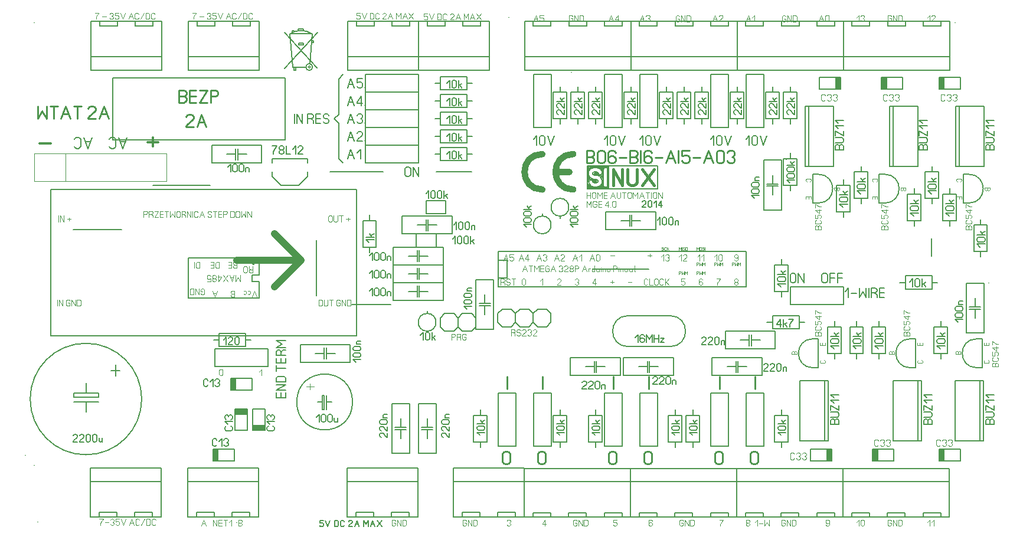
<source format=gbr>
%FSLAX34Y34*%
%MOMM*%
%LNCOPPER_BOTTOM*%
G71*
G01*
%ADD10C, 0.21*%
%ADD11C, 0.20*%
%ADD12C, 1.00*%
%ADD13C, 0.11*%
%ADD14C, 0.15*%
%ADD15C, 0.06*%
%ADD16C, 0.19*%
%ADD17C, 0.40*%
%ADD18C, 0.10*%
%ADD19C, 0.12*%
%ADD20C, 0.22*%
%ADD21C, 0.17*%
%ADD22C, 0.90*%
%ADD23C, 0.11*%
%ADD24C, 0.22*%
%ADD25C, 0.33*%
%ADD26C, 0.13*%
%ADD27C, 0.16*%
%ADD28C, 0.09*%
%ADD29C, 0.14*%
%ADD30C, 0.12*%
%LPD*%
G54D10*
X58900Y-71450D02*
X58900Y-71450D01*
G54D10*
X58900Y-706450D02*
X58900Y-706450D01*
G54D10*
X1379700Y-71450D02*
X1379700Y-71450D01*
G54D11*
X82550Y-311150D02*
X520700Y-311150D01*
X520700Y-520700D01*
X82550Y-520700D01*
X82550Y-311150D01*
G54D12*
X349250Y-412750D02*
X441325Y-412750D01*
X403225Y-374650D01*
G54D12*
X441325Y-412750D02*
X403225Y-450850D01*
G54D13*
X93400Y-357450D02*
X93400Y-348561D01*
G54D13*
X95800Y-357450D02*
X95800Y-348561D01*
X101133Y-357450D01*
X101133Y-348561D01*
G54D13*
X106000Y-353561D02*
X111333Y-353561D01*
G54D13*
X108667Y-351339D02*
X108667Y-355783D01*
G54D13*
X92050Y-478100D02*
X92050Y-469211D01*
G54D13*
X94450Y-478100D02*
X94450Y-469211D01*
X99783Y-478100D01*
X99783Y-469211D01*
G54D13*
X107317Y-473656D02*
X109983Y-473656D01*
X109983Y-476433D01*
X109317Y-477544D01*
X107983Y-478100D01*
X106650Y-478100D01*
X105317Y-477544D01*
X104650Y-476433D01*
X104650Y-470878D01*
X105317Y-469767D01*
X106650Y-469211D01*
X107983Y-469211D01*
X109317Y-469767D01*
X109983Y-470878D01*
G54D13*
X112350Y-478100D02*
X112350Y-469211D01*
X117683Y-478100D01*
X117683Y-469211D01*
G54D13*
X120050Y-478100D02*
X120050Y-469211D01*
X123383Y-469211D01*
X124717Y-469767D01*
X125383Y-470878D01*
X125383Y-476433D01*
X124717Y-477544D01*
X123383Y-478100D01*
X120050Y-478100D01*
G54D13*
X471883Y-470878D02*
X471883Y-476433D01*
X471217Y-477544D01*
X469883Y-478100D01*
X468550Y-478100D01*
X467217Y-477544D01*
X466550Y-476433D01*
X466550Y-470878D01*
X467217Y-469767D01*
X468550Y-469211D01*
X469883Y-469211D01*
X471217Y-469767D01*
X471883Y-470878D01*
G54D13*
X474250Y-469211D02*
X474250Y-476433D01*
X474917Y-477544D01*
X476250Y-478100D01*
X477583Y-478100D01*
X478917Y-477544D01*
X479583Y-476433D01*
X479583Y-469211D01*
G54D13*
X484617Y-478100D02*
X484617Y-469211D01*
G54D13*
X481950Y-469211D02*
X487283Y-469211D01*
G54D13*
X494817Y-473656D02*
X497483Y-473656D01*
X497483Y-476433D01*
X496817Y-477544D01*
X495483Y-478100D01*
X494150Y-478100D01*
X492817Y-477544D01*
X492150Y-476433D01*
X492150Y-470878D01*
X492817Y-469767D01*
X494150Y-469211D01*
X495483Y-469211D01*
X496817Y-469767D01*
X497483Y-470878D01*
G54D13*
X499850Y-478100D02*
X499850Y-469211D01*
X505183Y-478100D01*
X505183Y-469211D01*
G54D13*
X507550Y-478100D02*
X507550Y-469211D01*
X510883Y-469211D01*
X512217Y-469767D01*
X512883Y-470878D01*
X512883Y-476433D01*
X512217Y-477544D01*
X510883Y-478100D01*
X507550Y-478100D01*
G54D13*
X485933Y-350228D02*
X485933Y-355783D01*
X485267Y-356894D01*
X483933Y-357450D01*
X482600Y-357450D01*
X481267Y-356894D01*
X480600Y-355783D01*
X480600Y-350228D01*
X481267Y-349117D01*
X482600Y-348561D01*
X483933Y-348561D01*
X485267Y-349117D01*
X485933Y-350228D01*
G54D13*
X488300Y-348561D02*
X488300Y-355783D01*
X488967Y-356894D01*
X490300Y-357450D01*
X491633Y-357450D01*
X492967Y-356894D01*
X493633Y-355783D01*
X493633Y-348561D01*
G54D13*
X498667Y-357450D02*
X498667Y-348561D01*
G54D13*
X496000Y-348561D02*
X501333Y-348561D01*
G54D13*
X506200Y-353561D02*
X511533Y-353561D01*
G54D13*
X508867Y-351339D02*
X508867Y-355783D01*
G54D13*
X215700Y-351100D02*
X215700Y-342211D01*
X219033Y-342211D01*
X220367Y-342767D01*
X221033Y-343878D01*
X221033Y-344989D01*
X220367Y-346100D01*
X219033Y-346656D01*
X215700Y-346656D01*
G54D13*
X226067Y-346656D02*
X228067Y-347767D01*
X228733Y-348878D01*
X228733Y-351100D01*
G54D13*
X223400Y-351100D02*
X223400Y-342211D01*
X226733Y-342211D01*
X228067Y-342767D01*
X228733Y-343878D01*
X228733Y-344989D01*
X228067Y-346100D01*
X226733Y-346656D01*
X223400Y-346656D01*
G54D13*
X231100Y-342211D02*
X236433Y-342211D01*
X231100Y-351100D01*
X236433Y-351100D01*
G54D13*
X243467Y-351100D02*
X238800Y-351100D01*
X238800Y-342211D01*
X243467Y-342211D01*
G54D13*
X238800Y-346656D02*
X243467Y-346656D01*
G54D13*
X248567Y-351100D02*
X248567Y-342211D01*
G54D13*
X245900Y-342211D02*
X251233Y-342211D01*
G54D13*
X253600Y-342211D02*
X253600Y-351100D01*
X256933Y-345544D01*
X260267Y-351100D01*
X260267Y-342211D01*
G54D13*
X268033Y-343878D02*
X268033Y-349433D01*
X267367Y-350544D01*
X266033Y-351100D01*
X264700Y-351100D01*
X263367Y-350544D01*
X262700Y-349433D01*
X262700Y-343878D01*
X263367Y-342767D01*
X264700Y-342211D01*
X266033Y-342211D01*
X267367Y-342767D01*
X268033Y-343878D01*
G54D13*
X273067Y-346656D02*
X275067Y-347767D01*
X275733Y-348878D01*
X275733Y-351100D01*
G54D13*
X270400Y-351100D02*
X270400Y-342211D01*
X273733Y-342211D01*
X275067Y-342767D01*
X275733Y-343878D01*
X275733Y-344989D01*
X275067Y-346100D01*
X273733Y-346656D01*
X270400Y-346656D01*
G54D13*
X278100Y-351100D02*
X278100Y-342211D01*
X283433Y-351100D01*
X283433Y-342211D01*
G54D13*
X285800Y-351100D02*
X285800Y-342211D01*
G54D13*
X293533Y-349433D02*
X292867Y-350544D01*
X291533Y-351100D01*
X290200Y-351100D01*
X288867Y-350544D01*
X288200Y-349433D01*
X288200Y-343878D01*
X288867Y-342767D01*
X290200Y-342211D01*
X291533Y-342211D01*
X292867Y-342767D01*
X293533Y-343878D01*
G54D13*
X295900Y-351100D02*
X299233Y-342211D01*
X302567Y-351100D01*
G54D13*
X297233Y-347767D02*
X301233Y-347767D01*
G54D13*
X307500Y-349433D02*
X308167Y-350544D01*
X309500Y-351100D01*
X310833Y-351100D01*
X312167Y-350544D01*
X312833Y-349433D01*
X312833Y-348322D01*
X312167Y-347211D01*
X310833Y-346656D01*
X309500Y-346656D01*
X308167Y-346100D01*
X307500Y-344989D01*
X307500Y-343878D01*
X308167Y-342767D01*
X309500Y-342211D01*
X310833Y-342211D01*
X312167Y-342767D01*
X312833Y-343878D01*
G54D13*
X317867Y-351100D02*
X317867Y-342211D01*
G54D13*
X315200Y-342211D02*
X320533Y-342211D01*
G54D13*
X327567Y-351100D02*
X322900Y-351100D01*
X322900Y-342211D01*
X327567Y-342211D01*
G54D13*
X322900Y-346656D02*
X327567Y-346656D01*
G54D13*
X330000Y-351100D02*
X330000Y-342211D01*
X333333Y-342211D01*
X334667Y-342767D01*
X335333Y-343878D01*
X335333Y-344989D01*
X334667Y-346100D01*
X333333Y-346656D01*
X330000Y-346656D01*
G54D13*
X340200Y-351100D02*
X340200Y-342211D01*
X343533Y-342211D01*
X344867Y-342767D01*
X345533Y-343878D01*
X345533Y-349433D01*
X344867Y-350544D01*
X343533Y-351100D01*
X340200Y-351100D01*
G54D13*
X353233Y-343878D02*
X353233Y-349433D01*
X352567Y-350544D01*
X351233Y-351100D01*
X349900Y-351100D01*
X348567Y-350544D01*
X347900Y-349433D01*
X347900Y-343878D01*
X348567Y-342767D01*
X349900Y-342211D01*
X351233Y-342211D01*
X352567Y-342767D01*
X353233Y-343878D01*
G54D13*
X355600Y-342211D02*
X355600Y-351100D01*
X358933Y-345544D01*
X362267Y-351100D01*
X362267Y-342211D01*
G54D13*
X364700Y-351100D02*
X364700Y-342211D01*
X370033Y-351100D01*
X370033Y-342211D01*
G54D14*
X723900Y-400050D02*
X723900Y-450850D01*
X1079500Y-450850D01*
X1079500Y-400050D01*
X723900Y-400050D01*
G54D14*
X723900Y-412750D02*
X723900Y-438150D01*
X736600Y-438150D01*
X736600Y-412750D01*
X723900Y-412750D01*
G54D13*
X758836Y-429106D02*
X762169Y-420217D01*
X765503Y-429106D01*
G54D13*
X760169Y-425773D02*
X764169Y-425773D01*
G54D13*
X770603Y-429106D02*
X770603Y-420217D01*
G54D13*
X767936Y-420217D02*
X773269Y-420217D01*
G54D13*
X775636Y-429106D02*
X775636Y-420217D01*
X778969Y-425773D01*
X782303Y-420217D01*
X782303Y-429106D01*
G54D13*
X789403Y-429106D02*
X784736Y-429106D01*
X784736Y-420217D01*
X789403Y-420217D01*
G54D13*
X784736Y-424662D02*
X789403Y-424662D01*
G54D13*
X794503Y-424662D02*
X797169Y-424662D01*
X797169Y-427440D01*
X796503Y-428551D01*
X795169Y-429106D01*
X793836Y-429106D01*
X792503Y-428551D01*
X791836Y-427440D01*
X791836Y-421884D01*
X792503Y-420773D01*
X793836Y-420217D01*
X795169Y-420217D01*
X796503Y-420773D01*
X797169Y-421884D01*
G54D13*
X799536Y-429106D02*
X802869Y-420217D01*
X806203Y-429106D01*
G54D13*
X800869Y-425773D02*
X804869Y-425773D01*
G54D13*
X811136Y-421884D02*
X811803Y-420773D01*
X813136Y-420217D01*
X814469Y-420217D01*
X815803Y-420773D01*
X816469Y-421884D01*
X816469Y-422995D01*
X815803Y-424106D01*
X814469Y-424662D01*
X815803Y-425217D01*
X816469Y-426328D01*
X816469Y-427440D01*
X815803Y-428551D01*
X814469Y-429106D01*
X813136Y-429106D01*
X811803Y-428551D01*
X811136Y-427440D01*
G54D13*
X824169Y-429106D02*
X818836Y-429106D01*
X818836Y-428551D01*
X819503Y-427440D01*
X823503Y-424106D01*
X824169Y-422995D01*
X824169Y-421884D01*
X823503Y-420773D01*
X822169Y-420217D01*
X820836Y-420217D01*
X819503Y-420773D01*
X818836Y-421884D01*
G54D13*
X829869Y-424662D02*
X828536Y-424662D01*
X827203Y-424106D01*
X826536Y-422995D01*
X826536Y-421884D01*
X827203Y-420773D01*
X828536Y-420217D01*
X829869Y-420217D01*
X831203Y-420773D01*
X831869Y-421884D01*
X831869Y-422995D01*
X831203Y-424106D01*
X829869Y-424662D01*
X831203Y-425217D01*
X831869Y-426328D01*
X831869Y-427440D01*
X831203Y-428551D01*
X829869Y-429106D01*
X828536Y-429106D01*
X827203Y-428551D01*
X826536Y-427440D01*
X826536Y-426328D01*
X827203Y-425217D01*
X828536Y-424662D01*
G54D13*
X834236Y-429106D02*
X834236Y-420217D01*
X837569Y-420217D01*
X838903Y-420773D01*
X839569Y-421884D01*
X839569Y-422995D01*
X838903Y-424106D01*
X837569Y-424662D01*
X834236Y-424662D01*
G54D13*
X844436Y-429106D02*
X847769Y-420217D01*
X851103Y-429106D01*
G54D13*
X845769Y-425773D02*
X849769Y-425773D01*
G54D13*
X853536Y-429106D02*
X853536Y-424106D01*
G54D13*
X853536Y-425217D02*
X854869Y-424106D01*
X856203Y-424106D01*
G54D13*
X862636Y-429106D02*
X862636Y-420217D01*
G54D13*
X862636Y-425551D02*
X861969Y-424440D01*
X860636Y-424106D01*
X859303Y-424440D01*
X858636Y-425551D01*
X858636Y-427773D01*
X859303Y-428884D01*
X860636Y-429106D01*
X861969Y-428884D01*
X862636Y-427773D01*
G54D13*
X869036Y-424106D02*
X869036Y-429106D01*
G54D13*
X869036Y-427995D02*
X868369Y-428884D01*
X867036Y-429106D01*
X865703Y-428884D01*
X865036Y-427995D01*
X865036Y-424106D01*
G54D13*
X871436Y-429106D02*
X871436Y-424106D01*
G54D13*
X871436Y-422440D02*
X871436Y-422440D01*
G54D13*
X873836Y-429106D02*
X873836Y-424106D01*
G54D13*
X873836Y-425217D02*
X874503Y-424440D01*
X875836Y-424106D01*
X877169Y-424440D01*
X877836Y-425217D01*
X877836Y-429106D01*
G54D13*
X884236Y-427773D02*
X884236Y-425551D01*
X883569Y-424440D01*
X882236Y-424106D01*
X880903Y-424440D01*
X880236Y-425551D01*
X880236Y-427773D01*
X880903Y-428884D01*
X882236Y-429106D01*
X883569Y-428884D01*
X884236Y-427773D01*
G54D13*
X889136Y-429106D02*
X889136Y-420217D01*
X892469Y-420217D01*
X893803Y-420773D01*
X894469Y-421884D01*
X894469Y-422995D01*
X893803Y-424106D01*
X892469Y-424662D01*
X889136Y-424662D01*
G54D13*
X896836Y-429106D02*
X896836Y-424106D01*
G54D13*
X896836Y-422440D02*
X896836Y-422440D01*
G54D13*
X899236Y-429106D02*
X899236Y-424106D01*
G54D13*
X899236Y-425217D02*
X899903Y-424440D01*
X901236Y-424106D01*
X902569Y-424440D01*
X903236Y-425217D01*
X903236Y-429106D01*
G54D13*
X909636Y-427773D02*
X909636Y-425551D01*
X908969Y-424440D01*
X907636Y-424106D01*
X906303Y-424440D01*
X905636Y-425551D01*
X905636Y-427773D01*
X906303Y-428884D01*
X907636Y-429106D01*
X908969Y-428884D01*
X909636Y-427773D01*
G54D13*
X916036Y-424106D02*
X916036Y-429106D01*
G54D13*
X916036Y-427995D02*
X915369Y-428884D01*
X914036Y-429106D01*
X912703Y-428884D01*
X912036Y-427995D01*
X912036Y-424106D01*
G54D13*
X919769Y-420217D02*
X919769Y-428551D01*
X920436Y-429106D01*
X921103Y-428884D01*
G54D13*
X918436Y-424106D02*
X921103Y-424106D01*
G54D13*
X730653Y-443712D02*
X732653Y-444823D01*
X733319Y-445934D01*
X733319Y-448156D01*
G54D13*
X727986Y-448156D02*
X727986Y-439268D01*
X731319Y-439268D01*
X732653Y-439823D01*
X733319Y-440934D01*
X733319Y-442045D01*
X732653Y-443156D01*
X731319Y-443712D01*
X727986Y-443712D01*
G54D13*
X735686Y-446490D02*
X736353Y-447601D01*
X737686Y-448156D01*
X739019Y-448156D01*
X740353Y-447601D01*
X741019Y-446490D01*
X741019Y-445378D01*
X740353Y-444267D01*
X739019Y-443712D01*
X737686Y-443712D01*
X736353Y-443156D01*
X735686Y-442045D01*
X735686Y-440934D01*
X736353Y-439823D01*
X737686Y-439268D01*
X739019Y-439268D01*
X740353Y-439823D01*
X741019Y-440934D01*
G54D13*
X746053Y-448156D02*
X746053Y-439267D01*
G54D13*
X743386Y-439267D02*
X748719Y-439268D01*
G54D13*
X784311Y-442601D02*
X787644Y-439268D01*
X787644Y-448156D01*
G54D13*
X763244Y-440934D02*
X763244Y-446490D01*
X762578Y-447600D01*
X761244Y-448156D01*
X759911Y-448156D01*
X758578Y-447601D01*
X757911Y-446490D01*
X757911Y-440934D01*
X758578Y-439823D01*
X759911Y-439268D01*
X761244Y-439267D01*
X762578Y-439823D01*
X763244Y-440934D01*
G54D13*
X814044Y-448156D02*
X808711Y-448156D01*
X808711Y-447601D01*
X809378Y-446490D01*
X813378Y-443156D01*
X814044Y-442045D01*
X814044Y-440934D01*
X813378Y-439823D01*
X812044Y-439268D01*
X810711Y-439267D01*
X809378Y-439823D01*
X808711Y-440934D01*
G54D13*
X834111Y-440934D02*
X834778Y-439823D01*
X836111Y-439268D01*
X837444Y-439267D01*
X838778Y-439823D01*
X839444Y-440934D01*
X839444Y-442045D01*
X838778Y-443156D01*
X837444Y-443712D01*
X838778Y-444267D01*
X839444Y-445378D01*
X839444Y-446490D01*
X838778Y-447601D01*
X837444Y-448156D01*
X836111Y-448156D01*
X834778Y-447601D01*
X834111Y-446490D01*
G54D13*
X863511Y-448156D02*
X863511Y-439267D01*
X859511Y-444823D01*
X859511Y-445934D01*
X864844Y-445934D01*
G54D13*
X884911Y-443717D02*
X890244Y-443717D01*
G54D13*
X887578Y-441495D02*
X887578Y-445940D01*
G54D13*
X910311Y-443717D02*
X915644Y-443717D01*
G54D13*
X938644Y-446490D02*
X937978Y-447601D01*
X936644Y-448156D01*
X935311Y-448156D01*
X933978Y-447601D01*
X933311Y-446490D01*
X933311Y-440934D01*
X933978Y-439823D01*
X935311Y-439267D01*
X936644Y-439268D01*
X937978Y-439823D01*
X938644Y-440934D01*
G54D13*
X941011Y-439267D02*
X941011Y-448156D01*
X945678Y-448156D01*
G54D13*
X953444Y-440934D02*
X953444Y-446490D01*
X952778Y-447601D01*
X951444Y-448156D01*
X950111Y-448156D01*
X948778Y-447600D01*
X948111Y-446490D01*
X948111Y-440934D01*
X948778Y-439823D01*
X950111Y-439267D01*
X951444Y-439267D01*
X952778Y-439823D01*
X953444Y-440934D01*
G54D13*
X961144Y-446490D02*
X960478Y-447600D01*
X959144Y-448156D01*
X957811Y-448156D01*
X956478Y-447601D01*
X955811Y-446490D01*
X955811Y-440934D01*
X956478Y-439823D01*
X957811Y-439267D01*
X959144Y-439268D01*
X960478Y-439823D01*
X961144Y-440934D01*
G54D13*
X963511Y-448156D02*
X963511Y-439267D01*
G54D13*
X963511Y-445378D02*
X968844Y-439268D01*
G54D13*
X965511Y-443712D02*
X968844Y-448156D01*
G54D13*
X991844Y-439267D02*
X986511Y-439267D01*
X986511Y-443156D01*
X987178Y-443156D01*
X988511Y-442601D01*
X989844Y-442601D01*
X991178Y-443156D01*
X991844Y-444267D01*
X991844Y-446490D01*
X991178Y-447600D01*
X989844Y-448156D01*
X988511Y-448156D01*
X987178Y-447601D01*
X986511Y-446490D01*
G54D13*
X1017244Y-440934D02*
X1016578Y-439823D01*
X1015244Y-439267D01*
X1013911Y-439267D01*
X1012578Y-439823D01*
X1011911Y-440934D01*
X1011911Y-443712D01*
X1011911Y-444267D01*
X1013911Y-443156D01*
X1015244Y-443156D01*
X1016578Y-443712D01*
X1017244Y-444823D01*
X1017244Y-446490D01*
X1016578Y-447601D01*
X1015244Y-448156D01*
X1013911Y-448156D01*
X1012578Y-447601D01*
X1011911Y-446490D01*
X1011911Y-443712D01*
G54D13*
X1037311Y-439267D02*
X1042644Y-439267D01*
X1041978Y-440378D01*
X1040644Y-442045D01*
X1039311Y-444267D01*
X1038644Y-445934D01*
X1038644Y-448156D01*
G54D13*
X1066044Y-443712D02*
X1064711Y-443712D01*
X1063378Y-443156D01*
X1062711Y-442045D01*
X1062711Y-440934D01*
X1063378Y-439823D01*
X1064711Y-439267D01*
X1066044Y-439267D01*
X1067378Y-439823D01*
X1068044Y-440934D01*
X1068044Y-442045D01*
X1067378Y-443156D01*
X1066044Y-443712D01*
X1067378Y-444267D01*
X1068044Y-445378D01*
X1068044Y-446490D01*
X1067378Y-447601D01*
X1066044Y-448156D01*
X1064711Y-448156D01*
X1063378Y-447601D01*
X1062711Y-446490D01*
X1062711Y-445378D01*
X1063378Y-444267D01*
X1064711Y-443712D01*
G54D15*
X983361Y-433206D02*
X983361Y-428762D01*
X985028Y-428762D01*
X985694Y-429040D01*
X986028Y-429595D01*
X986028Y-430151D01*
X985694Y-430706D01*
X985028Y-430984D01*
X983361Y-430984D01*
G54D15*
X987261Y-428762D02*
X987261Y-433206D01*
X988928Y-430428D01*
X990594Y-433206D01*
X990594Y-428762D01*
G54D15*
X991761Y-433206D02*
X991761Y-428762D01*
X993428Y-431540D01*
X995094Y-428762D01*
X995094Y-433206D01*
G54D15*
X1008761Y-433206D02*
X1008761Y-428762D01*
X1010428Y-428762D01*
X1011094Y-429040D01*
X1011428Y-429595D01*
X1011428Y-430151D01*
X1011094Y-430706D01*
X1010428Y-430984D01*
X1008761Y-430984D01*
G54D15*
X1012661Y-428762D02*
X1012661Y-433206D01*
X1014328Y-430428D01*
X1015994Y-433206D01*
X1015994Y-428762D01*
G54D15*
X1017161Y-433206D02*
X1017161Y-428762D01*
X1018828Y-431540D01*
X1020494Y-428762D01*
X1020494Y-433206D01*
G54D15*
X1059561Y-420506D02*
X1059561Y-416062D01*
X1061228Y-416062D01*
X1061894Y-416340D01*
X1062228Y-416895D01*
X1062228Y-417450D01*
X1061894Y-418006D01*
X1061228Y-418284D01*
X1059561Y-418284D01*
G54D15*
X1063461Y-416062D02*
X1063461Y-420506D01*
X1065128Y-417728D01*
X1066794Y-420506D01*
X1066794Y-416062D01*
G54D15*
X1067961Y-420506D02*
X1067961Y-416062D01*
X1069628Y-418840D01*
X1071294Y-416062D01*
X1071294Y-420506D01*
G54D15*
X1034161Y-420506D02*
X1034161Y-416062D01*
X1035828Y-416062D01*
X1036494Y-416340D01*
X1036828Y-416895D01*
X1036828Y-417450D01*
X1036494Y-418006D01*
X1035828Y-418284D01*
X1034161Y-418284D01*
G54D15*
X1038061Y-416062D02*
X1038061Y-420506D01*
X1039728Y-417728D01*
X1041394Y-420506D01*
X1041394Y-416062D01*
G54D15*
X1042561Y-420506D02*
X1042561Y-416062D01*
X1044228Y-418840D01*
X1045894Y-416062D01*
X1045894Y-420506D01*
G54D15*
X1008761Y-420506D02*
X1008761Y-416062D01*
X1010428Y-416062D01*
X1011094Y-416340D01*
X1011428Y-416895D01*
X1011428Y-417451D01*
X1011094Y-418006D01*
X1010428Y-418284D01*
X1008761Y-418284D01*
G54D15*
X1012661Y-416062D02*
X1012661Y-420506D01*
X1014328Y-417728D01*
X1015994Y-420506D01*
X1015994Y-416062D01*
G54D15*
X1017161Y-420506D02*
X1017161Y-416062D01*
X1018828Y-418840D01*
X1020494Y-416062D01*
X1020494Y-420506D01*
G54D13*
X1062711Y-411565D02*
X1063378Y-412676D01*
X1064711Y-413231D01*
X1066044Y-413231D01*
X1067378Y-412676D01*
X1068044Y-411564D01*
X1068044Y-408787D01*
X1068044Y-408231D01*
X1066044Y-409342D01*
X1064711Y-409342D01*
X1063378Y-408787D01*
X1062711Y-407676D01*
X1062711Y-406009D01*
X1063378Y-404898D01*
X1064711Y-404342D01*
X1066044Y-404342D01*
X1067378Y-404898D01*
X1068044Y-406009D01*
X1068044Y-408787D01*
G54D13*
X1034461Y-407676D02*
X1037794Y-404342D01*
X1037794Y-413231D01*
G54D13*
X1045494Y-406009D02*
X1045494Y-411565D01*
X1044828Y-412676D01*
X1043494Y-413231D01*
X1042161Y-413231D01*
X1040828Y-412676D01*
X1040161Y-411565D01*
X1040161Y-406009D01*
X1040828Y-404898D01*
X1042161Y-404342D01*
X1043494Y-404342D01*
X1044828Y-404898D01*
X1045494Y-406009D01*
G54D13*
X1010061Y-407676D02*
X1013394Y-404342D01*
X1013394Y-413231D01*
G54D13*
X1015761Y-407676D02*
X1019094Y-404342D01*
X1019094Y-413231D01*
G54D13*
X983661Y-407676D02*
X986994Y-404342D01*
X986994Y-413231D01*
G54D13*
X994694Y-413231D02*
X989361Y-413231D01*
X989361Y-412676D01*
X990028Y-411565D01*
X994028Y-408231D01*
X994694Y-407120D01*
X994694Y-406009D01*
X994028Y-404898D01*
X992694Y-404342D01*
X991361Y-404342D01*
X990028Y-404898D01*
X989361Y-406009D01*
G54D13*
X958261Y-407676D02*
X961594Y-404342D01*
X961594Y-413231D01*
G54D13*
X963961Y-406009D02*
X964628Y-404898D01*
X965961Y-404342D01*
X967294Y-404342D01*
X968628Y-404898D01*
X969294Y-406009D01*
X969294Y-407120D01*
X968628Y-408231D01*
X967294Y-408787D01*
X968628Y-409342D01*
X969294Y-410454D01*
X969294Y-411565D01*
X968628Y-412676D01*
X967294Y-413231D01*
X965961Y-413231D01*
X964628Y-412676D01*
X963961Y-411565D01*
G54D15*
X958561Y-397448D02*
X958894Y-398004D01*
X959561Y-398281D01*
X960228Y-398281D01*
X960894Y-398004D01*
X961228Y-397448D01*
X961228Y-396892D01*
X960894Y-396337D01*
X960228Y-396059D01*
X959561Y-396059D01*
X958894Y-395781D01*
X958561Y-395226D01*
X958561Y-394670D01*
X958894Y-394114D01*
X959561Y-393837D01*
X960228Y-393837D01*
X960894Y-394114D01*
X961228Y-394670D01*
G54D15*
X965128Y-397448D02*
X964794Y-398004D01*
X964128Y-398281D01*
X963461Y-398281D01*
X962794Y-398003D01*
X962461Y-397448D01*
X962461Y-394670D01*
X962794Y-394115D01*
X963461Y-393837D01*
X964128Y-393837D01*
X964794Y-394114D01*
X965128Y-394670D01*
G54D15*
X966361Y-398281D02*
X966361Y-393837D01*
G54D15*
X966361Y-396892D02*
X969028Y-393837D01*
G54D15*
X967361Y-396059D02*
X969028Y-398281D01*
G54D15*
X983061Y-398281D02*
X983061Y-393837D01*
X984728Y-396615D01*
X986394Y-393837D01*
X986394Y-398281D01*
G54D15*
X987561Y-398281D02*
X987561Y-393837D01*
G54D15*
X988761Y-397448D02*
X989094Y-398004D01*
X989761Y-398281D01*
X990428Y-398281D01*
X991094Y-398004D01*
X991428Y-397448D01*
X991428Y-396892D01*
X991094Y-396337D01*
X990428Y-396059D01*
X989761Y-396059D01*
X989094Y-395781D01*
X988761Y-395226D01*
X988761Y-394670D01*
X989094Y-394115D01*
X989761Y-393837D01*
X990428Y-393837D01*
X991094Y-394114D01*
X991428Y-394670D01*
G54D15*
X995328Y-394670D02*
X995328Y-397448D01*
X994994Y-398004D01*
X994328Y-398281D01*
X993661Y-398281D01*
X992994Y-398003D01*
X992661Y-397448D01*
X992661Y-394670D01*
X992994Y-394115D01*
X993661Y-393837D01*
X994328Y-393837D01*
X994994Y-394114D01*
X995328Y-394670D01*
G54D15*
X1008461Y-398281D02*
X1008461Y-393837D01*
X1010128Y-396615D01*
X1011794Y-393837D01*
X1011794Y-398281D01*
G54D15*
X1015628Y-394670D02*
X1015628Y-397448D01*
X1015294Y-398004D01*
X1014628Y-398281D01*
X1013961Y-398281D01*
X1013294Y-398004D01*
X1012961Y-397448D01*
X1012961Y-394670D01*
X1013294Y-394114D01*
X1013961Y-393837D01*
X1014628Y-393837D01*
X1015294Y-394115D01*
X1015628Y-394670D01*
G54D15*
X1016861Y-397448D02*
X1017194Y-398004D01*
X1017861Y-398281D01*
X1018528Y-398281D01*
X1019194Y-398004D01*
X1019528Y-397448D01*
X1019528Y-396892D01*
X1019194Y-396337D01*
X1018528Y-396059D01*
X1017861Y-396059D01*
X1017194Y-395781D01*
X1016861Y-395226D01*
X1016861Y-394670D01*
X1017194Y-394114D01*
X1017861Y-393837D01*
X1018528Y-393837D01*
X1019194Y-394114D01*
X1019528Y-394670D01*
G54D15*
X1020761Y-398281D02*
X1020761Y-393837D01*
G54D13*
X938886Y-405617D02*
X944219Y-405617D01*
G54D13*
X941553Y-403395D02*
X941553Y-407840D01*
G54D13*
X885311Y-405617D02*
X890644Y-405617D01*
G54D13*
X855361Y-413231D02*
X858694Y-404342D01*
X862028Y-413231D01*
G54D13*
X856694Y-409898D02*
X860694Y-409898D01*
G54D13*
X869794Y-406009D02*
X869794Y-411564D01*
X869128Y-412676D01*
X867794Y-413231D01*
X866461Y-413231D01*
X865128Y-412676D01*
X864461Y-411565D01*
X864461Y-406009D01*
X865128Y-404898D01*
X866461Y-404342D01*
X867794Y-404342D01*
X869128Y-404898D01*
X869794Y-406009D01*
G54D13*
X830961Y-413231D02*
X834294Y-404342D01*
X837628Y-413231D01*
G54D13*
X832294Y-409898D02*
X836294Y-409898D01*
G54D13*
X840061Y-407676D02*
X843394Y-404342D01*
X843394Y-413231D01*
G54D13*
X804561Y-413231D02*
X807894Y-404342D01*
X811228Y-413231D01*
G54D13*
X805894Y-409898D02*
X809894Y-409898D01*
G54D13*
X818994Y-413231D02*
X813661Y-413231D01*
X813661Y-412676D01*
X814328Y-411564D01*
X818328Y-408231D01*
X818994Y-407120D01*
X818994Y-406009D01*
X818328Y-404898D01*
X816994Y-404342D01*
X815661Y-404342D01*
X814328Y-404898D01*
X813661Y-406009D01*
G54D13*
X779161Y-413231D02*
X782494Y-404342D01*
X785828Y-413231D01*
G54D13*
X780494Y-409898D02*
X784494Y-409898D01*
G54D13*
X788261Y-406009D02*
X788928Y-404898D01*
X790261Y-404342D01*
X791594Y-404342D01*
X792928Y-404898D01*
X793594Y-406009D01*
X793594Y-407120D01*
X792928Y-408231D01*
X791594Y-408787D01*
X792928Y-409342D01*
X793594Y-410454D01*
X793594Y-411565D01*
X792928Y-412676D01*
X791594Y-413231D01*
X790261Y-413231D01*
X788928Y-412676D01*
X788261Y-411565D01*
G54D13*
X753761Y-413231D02*
X757094Y-404342D01*
X760428Y-413231D01*
G54D13*
X755094Y-409898D02*
X759094Y-409898D01*
G54D13*
X766861Y-413231D02*
X766861Y-404342D01*
X762861Y-409898D01*
X762861Y-411009D01*
X768194Y-411009D01*
G54D13*
X731536Y-413231D02*
X734869Y-404342D01*
X738203Y-413231D01*
G54D13*
X732869Y-409898D02*
X736869Y-409898D01*
G54D13*
X745969Y-404342D02*
X740636Y-404342D01*
X740636Y-408231D01*
X741303Y-408231D01*
X742636Y-407676D01*
X743969Y-407676D01*
X745303Y-408231D01*
X745969Y-409342D01*
X745969Y-411565D01*
X745303Y-412676D01*
X743969Y-413231D01*
X742636Y-413231D01*
X741303Y-412676D01*
X740636Y-411565D01*
G54D11*
X139600Y-780858D02*
X139600Y-730059D01*
X139600Y-711008D01*
X241200Y-711009D01*
X241200Y-780859D01*
X228500Y-780858D01*
X228500Y-774509D01*
X203100Y-774509D01*
X203100Y-780859D01*
X177700Y-780859D01*
X177700Y-774509D01*
X152300Y-774508D01*
X152300Y-780858D01*
X139600Y-780858D01*
X139600Y-730059D01*
X241200Y-730058D01*
X139600Y-730059D01*
X139600Y-780858D01*
X241200Y-780859D01*
G54D11*
X241400Y-70042D02*
X241400Y-120841D01*
X241400Y-139891D01*
X139800Y-139891D01*
X139800Y-70041D01*
X152500Y-70042D01*
X152500Y-76391D01*
X177900Y-76391D01*
X177900Y-70041D01*
X203300Y-70041D01*
X203300Y-76391D01*
X228700Y-76392D01*
X228700Y-70042D01*
X241400Y-70042D01*
X241400Y-120841D01*
X139800Y-120841D01*
X241400Y-120841D01*
X241400Y-70042D01*
X139800Y-70041D01*
G54D11*
X381100Y-70042D02*
X381100Y-120841D01*
X381100Y-139891D01*
X279500Y-139891D01*
X279500Y-70041D01*
X292200Y-70042D01*
X292200Y-76391D01*
X317600Y-76391D01*
X317600Y-70041D01*
X343000Y-70041D01*
X343000Y-76391D01*
X368400Y-76392D01*
X368400Y-70042D01*
X381100Y-70042D01*
X381100Y-120841D01*
X279500Y-120841D01*
X381100Y-120841D01*
X381100Y-70042D01*
X279500Y-70041D01*
G54D11*
X1219079Y-781023D02*
X1219079Y-711173D01*
X1371479Y-711173D01*
X1371479Y-781023D01*
X1219079Y-781023D01*
G54D11*
X1219079Y-730223D02*
X1371479Y-730223D01*
G54D11*
X1231779Y-781023D02*
X1231779Y-774673D01*
X1257179Y-774673D01*
X1257179Y-781023D01*
G54D11*
X1282579Y-781023D02*
X1282579Y-774673D01*
X1307979Y-774673D01*
X1307979Y-781023D01*
G54D11*
X1334173Y-781023D02*
X1334173Y-774673D01*
X1359573Y-774673D01*
X1359573Y-781023D01*
G54D11*
X1066679Y-781023D02*
X1066679Y-711173D01*
X1219079Y-711173D01*
X1219079Y-781023D01*
X1066679Y-781023D01*
G54D11*
X1066679Y-730223D02*
X1219079Y-730223D01*
G54D11*
X1079379Y-781023D02*
X1079379Y-774673D01*
X1104779Y-774673D01*
X1104779Y-781023D01*
G54D11*
X1130179Y-781023D02*
X1130179Y-774673D01*
X1155579Y-774673D01*
X1155579Y-781023D01*
G54D11*
X1181773Y-781023D02*
X1181773Y-774673D01*
X1207173Y-774673D01*
X1207173Y-781023D01*
G54D11*
X914279Y-781023D02*
X914279Y-711173D01*
X1066679Y-711173D01*
X1066679Y-781023D01*
X914279Y-781023D01*
G54D11*
X914279Y-730223D02*
X1066679Y-730223D01*
G54D11*
X926979Y-781023D02*
X926979Y-774673D01*
X952379Y-774673D01*
X952379Y-781023D01*
G54D11*
X977779Y-781023D02*
X977779Y-774673D01*
X1003179Y-774673D01*
X1003179Y-781023D01*
G54D11*
X1029373Y-781023D02*
X1029373Y-774673D01*
X1054773Y-774673D01*
X1054773Y-781023D01*
G54D11*
X761879Y-781023D02*
X761879Y-711173D01*
X914279Y-711173D01*
X914279Y-781023D01*
X761879Y-781023D01*
G54D11*
X761879Y-730223D02*
X914279Y-730223D01*
G54D11*
X774579Y-781023D02*
X774579Y-774673D01*
X799979Y-774673D01*
X799979Y-781023D01*
G54D11*
X825379Y-781023D02*
X825379Y-774673D01*
X850779Y-774673D01*
X850779Y-781023D01*
G54D11*
X876973Y-781023D02*
X876973Y-774673D01*
X902373Y-774673D01*
X902373Y-781023D01*
G54D11*
X507900Y-780858D02*
X507900Y-730059D01*
X507900Y-711008D01*
X609500Y-711009D01*
X609500Y-780859D01*
X596800Y-780858D01*
X596800Y-774509D01*
X571400Y-774509D01*
X571400Y-780859D01*
X546000Y-780859D01*
X546000Y-774509D01*
X520600Y-774508D01*
X520600Y-780858D01*
X507900Y-780858D01*
X507900Y-730059D01*
X609500Y-730058D01*
X507900Y-730059D01*
X507900Y-780858D01*
X609500Y-780859D01*
G54D11*
X279300Y-780858D02*
X279300Y-730059D01*
X279300Y-711008D01*
X380900Y-711009D01*
X380900Y-780859D01*
X368200Y-780858D01*
X368200Y-774509D01*
X342800Y-774509D01*
X342800Y-780859D01*
X317400Y-780859D01*
X317400Y-774509D01*
X292000Y-774508D01*
X292000Y-780858D01*
X279300Y-780858D01*
X279300Y-730059D01*
X380900Y-730058D01*
X279300Y-730059D01*
X279300Y-780858D01*
X380900Y-780859D01*
G54D10*
X349400Y-788359D02*
X349400Y-788359D01*
G54D14*
X133320Y-615919D02*
X133320Y-630219D01*
G54D14*
X133320Y-603219D02*
X133320Y-588819D01*
G54D14*
X150820Y-609419D02*
X115820Y-609419D01*
X115820Y-603119D01*
X150820Y-603119D01*
X150820Y-609419D01*
G54D14*
X115920Y-615919D02*
X150920Y-615919D01*
G54D14*
G75*
G01X132920Y-531719D02*
G03X132920Y-531719I0J-80000D01*
G01*
G54D16*
X175220Y-578719D02*
X175220Y-562719D01*
G54D16*
X168620Y-570719D02*
X181920Y-570719D01*
G54D10*
X45670Y-692469D02*
X45670Y-692469D01*
G54D17*
G75*
G01X371317Y-416234D02*
G03X371317Y-416234I1600J0D01*
G01*
G54D14*
X381000Y-466750D02*
X381000Y-442850D01*
X371500Y-442850D01*
X371500Y-433450D01*
X381000Y-433450D01*
X381000Y-409550D01*
X279400Y-409550D01*
X279400Y-466750D01*
X381000Y-466750D01*
G54D13*
X300064Y-457687D02*
X297398Y-457687D01*
X297398Y-454910D01*
X298064Y-453798D01*
X299398Y-453243D01*
X300731Y-453243D01*
X302064Y-453798D01*
X302731Y-454910D01*
X302731Y-460465D01*
X302064Y-461576D01*
X300731Y-462132D01*
X299397Y-462132D01*
X298064Y-461576D01*
X297398Y-460465D01*
G54D13*
X295031Y-453243D02*
X295031Y-462132D01*
X289698Y-453243D01*
X289697Y-462132D01*
G54D13*
X287331Y-453243D02*
X287331Y-462132D01*
X283997Y-462132D01*
X282664Y-461576D01*
X281997Y-460465D01*
X281997Y-454910D01*
X282664Y-453798D01*
X283998Y-453243D01*
X287331Y-453243D01*
G54D13*
X377631Y-465307D02*
X374297Y-456418D01*
X370964Y-465307D01*
G54D13*
X365197Y-461084D02*
X366531Y-461418D01*
X367864Y-461084D01*
X368531Y-459973D01*
X368531Y-457751D01*
X367864Y-456640D01*
X366531Y-456418D01*
X365197Y-456640D01*
G54D13*
X359497Y-461084D02*
X360831Y-461418D01*
X362164Y-461084D01*
X362831Y-459973D01*
X362831Y-457751D01*
X362164Y-456640D01*
X360831Y-456418D01*
X359497Y-456640D01*
G54D13*
X345831Y-456418D02*
X345831Y-465307D01*
X342497Y-465307D01*
X341164Y-464751D01*
X340497Y-463640D01*
X340497Y-462529D01*
X341164Y-461418D01*
X342498Y-460862D01*
X341164Y-460307D01*
X340497Y-459196D01*
X340497Y-458084D01*
X341164Y-456973D01*
X342497Y-456418D01*
X345831Y-456418D01*
G54D13*
X345831Y-460862D02*
X342498Y-460862D01*
G54D13*
X321081Y-456418D02*
X317748Y-465307D01*
X314414Y-456418D01*
G54D13*
X319747Y-459751D02*
X315747Y-459751D01*
G54D13*
X369239Y-425937D02*
X367239Y-424826D01*
X366572Y-423715D01*
X366572Y-421493D01*
G54D13*
X371906Y-421493D02*
X371906Y-430382D01*
X368572Y-430382D01*
X367239Y-429826D01*
X366572Y-428715D01*
X366572Y-427604D01*
X367239Y-426493D01*
X368572Y-425937D01*
X371906Y-425937D01*
G54D13*
X358872Y-428715D02*
X358872Y-423160D01*
X359539Y-422048D01*
X360872Y-421493D01*
X362206Y-421493D01*
X363539Y-422048D01*
X364206Y-423160D01*
X364206Y-428715D01*
X363539Y-429826D01*
X362206Y-430382D01*
X360872Y-430382D01*
X359539Y-429826D01*
X358872Y-428715D01*
G54D13*
X346664Y-419587D02*
X344664Y-418476D01*
X343997Y-417365D01*
X343998Y-415143D01*
G54D13*
X349331Y-415143D02*
X349331Y-424032D01*
X345997Y-424032D01*
X344664Y-423476D01*
X343997Y-422365D01*
X343997Y-421254D01*
X344664Y-420143D01*
X345997Y-419587D01*
X349331Y-419587D01*
G54D13*
X336964Y-415143D02*
X341631Y-415143D01*
X341631Y-424032D01*
X336964Y-424032D01*
G54D13*
X341631Y-419587D02*
X336964Y-419587D01*
G54D13*
X323931Y-415143D02*
X323931Y-424032D01*
X320597Y-424032D01*
X319264Y-423476D01*
X318597Y-422365D01*
X318597Y-416810D01*
X319264Y-415698D01*
X320598Y-415143D01*
X323931Y-415143D01*
G54D13*
X311564Y-415143D02*
X316231Y-415143D01*
X316231Y-424032D01*
X311564Y-424032D01*
G54D13*
X316231Y-419587D02*
X311564Y-419587D01*
G54D13*
X296181Y-415143D02*
X296181Y-424032D01*
X292847Y-424032D01*
X291514Y-423476D01*
X290847Y-422365D01*
X290847Y-416810D01*
X291514Y-415698D01*
X292847Y-415143D01*
X296181Y-415143D01*
G54D13*
X288481Y-415143D02*
X288481Y-424032D01*
G54D13*
X354481Y-434193D02*
X354481Y-443082D01*
X351147Y-437526D01*
X347814Y-443082D01*
X347814Y-434193D01*
G54D13*
X345381Y-434193D02*
X342047Y-443082D01*
X338714Y-434193D01*
G54D13*
X344047Y-437526D02*
X340047Y-437526D01*
G54D13*
X336281Y-443082D02*
X329614Y-434193D01*
G54D13*
X336281Y-434193D02*
X329614Y-443082D01*
G54D13*
X323181Y-434193D02*
X323181Y-443082D01*
X327181Y-437526D01*
X327181Y-436415D01*
X321848Y-436415D01*
G54D13*
X316148Y-438637D02*
X317481Y-438637D01*
X318814Y-439193D01*
X319481Y-440304D01*
X319481Y-441415D01*
X318814Y-442526D01*
X317481Y-443082D01*
X316148Y-443082D01*
X314814Y-442526D01*
X314147Y-441415D01*
X314147Y-440304D01*
X314814Y-439193D01*
X316148Y-438637D01*
X314814Y-438082D01*
X314147Y-436970D01*
X314147Y-435860D01*
X314814Y-434748D01*
X316147Y-434193D01*
X317481Y-434193D01*
X318814Y-434748D01*
X319481Y-435860D01*
X319481Y-436971D01*
X318814Y-438082D01*
X317481Y-438637D01*
G54D13*
X306447Y-443082D02*
X311781Y-443082D01*
X311781Y-439193D01*
X311114Y-439193D01*
X309781Y-439748D01*
X308447Y-439748D01*
X307114Y-439193D01*
X306447Y-438082D01*
X306447Y-435860D01*
X307114Y-434748D01*
X308447Y-434193D01*
X309781Y-434193D01*
X311114Y-434748D01*
X311781Y-435860D01*
G54D11*
X463550Y-463550D02*
X463550Y-384175D01*
G54D14*
X323900Y-536550D02*
X323900Y-517550D01*
X361900Y-517550D01*
X361900Y-536550D01*
X323900Y-536550D01*
G54D14*
X323800Y-527050D02*
X315900Y-527050D01*
G54D14*
X361900Y-527050D02*
X369800Y-527050D01*
G54D14*
X315000Y-683450D02*
X315000Y-700850D01*
X345400Y-700850D01*
X345400Y-683450D01*
X315000Y-683450D01*
G36*
X315100Y-683550D02*
X315100Y-700250D01*
X322300Y-700250D01*
X322300Y-683550D01*
X315100Y-683550D01*
G37*
G54D18*
X315100Y-683550D02*
X315100Y-700250D01*
X322300Y-700250D01*
X322300Y-683550D01*
X315100Y-683550D01*
G54D14*
X340400Y-581850D02*
X340400Y-599250D01*
X370800Y-599250D01*
X370800Y-581850D01*
X340400Y-581850D01*
G36*
X340500Y-581950D02*
X340500Y-598650D01*
X347700Y-598650D01*
X347700Y-581950D01*
X340500Y-581950D01*
G37*
G54D18*
X340500Y-581950D02*
X340500Y-598650D01*
X347700Y-598650D01*
X347700Y-581950D01*
X340500Y-581950D01*
G54D14*
X372300Y-656550D02*
X389700Y-656550D01*
X389700Y-626150D01*
X372300Y-626150D01*
X372300Y-656550D01*
G36*
X372400Y-656450D02*
X389100Y-656450D01*
X389100Y-649250D01*
X372400Y-649250D01*
X372400Y-656450D01*
G37*
G54D18*
X372400Y-656450D02*
X389100Y-656450D01*
X389100Y-649250D01*
X372400Y-649250D01*
X372400Y-656450D01*
G54D14*
X364300Y-626150D02*
X346900Y-626150D01*
X346900Y-656550D01*
X364300Y-656550D01*
X364300Y-626150D01*
G36*
X364200Y-626250D02*
X347500Y-626250D01*
X347500Y-633450D01*
X364200Y-633450D01*
X364200Y-626250D01*
G37*
G54D18*
X364200Y-626250D02*
X347500Y-626250D01*
X347500Y-633450D01*
X364200Y-633450D01*
X364200Y-626250D01*
G54D14*
X393700Y-539750D02*
X393700Y-565150D01*
X317500Y-565150D01*
X317500Y-539750D01*
X393700Y-539750D01*
G54D14*
X440450Y-533400D02*
X440450Y-558800D01*
X512050Y-558800D01*
X512050Y-533400D01*
X440450Y-533400D01*
G54D14*
X474650Y-538100D02*
X474650Y-554100D01*
G54D14*
X477850Y-538100D02*
X477850Y-554100D01*
G54D14*
X461950Y-546100D02*
X474650Y-546100D01*
G54D14*
X477850Y-546100D02*
X490550Y-546100D01*
G54D14*
X474800Y-626650D02*
X471600Y-626650D01*
X471600Y-606650D01*
X474800Y-606650D01*
X474800Y-626650D01*
G54D14*
X478000Y-626650D02*
X478000Y-606650D01*
G54D14*
G75*
G01X435300Y-615950D02*
G03X435300Y-615950I40000J0D01*
G01*
G54D14*
X478300Y-615950D02*
X485300Y-615950D01*
G54D14*
X471300Y-615950D02*
X465300Y-615950D01*
G54D19*
X449300Y-593750D02*
X460000Y-593750D01*
G54D19*
X454600Y-598150D02*
X454600Y-589250D01*
G54D14*
X723900Y-603250D02*
X749300Y-603250D01*
X749300Y-679450D01*
X723900Y-679450D01*
X723900Y-603250D01*
G54D20*
X740917Y-690406D02*
X740917Y-701517D01*
X739583Y-703739D01*
X736917Y-704850D01*
X734250Y-704850D01*
X731583Y-703739D01*
X730250Y-701517D01*
X730250Y-690406D01*
X731583Y-688183D01*
X734250Y-687072D01*
X736917Y-687072D01*
X739583Y-688183D01*
X740917Y-690406D01*
G54D20*
X736600Y-596900D02*
X736600Y-579122D01*
G54D14*
X774700Y-603250D02*
X800100Y-603250D01*
X800100Y-679450D01*
X774700Y-679450D01*
X774700Y-603250D01*
G54D20*
X791717Y-690406D02*
X791717Y-701517D01*
X790383Y-703739D01*
X787717Y-704850D01*
X785050Y-704850D01*
X782383Y-703739D01*
X781050Y-701517D01*
X781050Y-690406D01*
X782383Y-688183D01*
X785050Y-687072D01*
X787717Y-687072D01*
X790383Y-688183D01*
X791717Y-690406D01*
G54D20*
X787400Y-596900D02*
X787400Y-579122D01*
G54D14*
X876300Y-603250D02*
X901700Y-603250D01*
X901700Y-679450D01*
X876300Y-679450D01*
X876300Y-603250D01*
G54D20*
X893317Y-690406D02*
X893317Y-701517D01*
X891983Y-703739D01*
X889317Y-704850D01*
X886650Y-704850D01*
X883983Y-703739D01*
X882650Y-701517D01*
X882650Y-690406D01*
X883983Y-688183D01*
X886650Y-687072D01*
X889317Y-687072D01*
X891983Y-688183D01*
X893317Y-690406D01*
G54D20*
X889000Y-596900D02*
X889000Y-579122D01*
G54D14*
X927100Y-603250D02*
X952500Y-603250D01*
X952500Y-679450D01*
X927100Y-679450D01*
X927100Y-603250D01*
G54D20*
X944117Y-690406D02*
X944117Y-701517D01*
X942783Y-703739D01*
X940117Y-704850D01*
X937450Y-704850D01*
X934783Y-703739D01*
X933450Y-701517D01*
X933450Y-690406D01*
X934783Y-688183D01*
X937450Y-687072D01*
X940117Y-687072D01*
X942783Y-688183D01*
X944117Y-690406D01*
G54D20*
X939800Y-596900D02*
X939800Y-579122D01*
G54D14*
X1028700Y-603250D02*
X1054100Y-603250D01*
X1054100Y-679450D01*
X1028700Y-679450D01*
X1028700Y-603250D01*
G54D20*
X1045717Y-690406D02*
X1045717Y-701517D01*
X1044383Y-703739D01*
X1041717Y-704850D01*
X1039050Y-704850D01*
X1036383Y-703739D01*
X1035050Y-701517D01*
X1035050Y-690406D01*
X1036383Y-688183D01*
X1039050Y-687072D01*
X1041717Y-687072D01*
X1044383Y-688183D01*
X1045717Y-690406D01*
G54D20*
X1041400Y-596900D02*
X1041400Y-579122D01*
G54D14*
X1079500Y-603250D02*
X1104900Y-603250D01*
X1104900Y-679450D01*
X1079500Y-679450D01*
X1079500Y-603250D01*
G54D20*
X1096517Y-690406D02*
X1096517Y-701517D01*
X1095183Y-703739D01*
X1092517Y-704850D01*
X1089850Y-704850D01*
X1087183Y-703739D01*
X1085850Y-701517D01*
X1085850Y-690406D01*
X1087183Y-688183D01*
X1089850Y-687072D01*
X1092517Y-687072D01*
X1095183Y-688183D01*
X1096517Y-690406D01*
G54D20*
X1092200Y-596900D02*
X1092200Y-579122D01*
G54D14*
X708000Y-673050D02*
X689000Y-673050D01*
X689000Y-635050D01*
X708000Y-635050D01*
X708000Y-673050D01*
G54D14*
X698500Y-673150D02*
X698500Y-681050D01*
G54D14*
X698500Y-635050D02*
X698500Y-627150D01*
G54D14*
X803300Y-635050D02*
X822300Y-635050D01*
X822300Y-673050D01*
X803300Y-673050D01*
X803300Y-635050D01*
G54D14*
X812800Y-634950D02*
X812800Y-627050D01*
G54D14*
X812800Y-673050D02*
X812800Y-680950D01*
G54D14*
X854100Y-635050D02*
X873100Y-635050D01*
X873100Y-673050D01*
X854100Y-673050D01*
X854100Y-635050D01*
G54D14*
X863600Y-634950D02*
X863600Y-627050D01*
G54D14*
X863600Y-673050D02*
X863600Y-680950D01*
G54D14*
X968400Y-635050D02*
X987400Y-635050D01*
X987400Y-673050D01*
X968400Y-673050D01*
X968400Y-635050D01*
G54D14*
X977900Y-634950D02*
X977900Y-627050D01*
G54D14*
X977900Y-673050D02*
X977900Y-680950D01*
G54D14*
X993800Y-635050D02*
X1012800Y-635050D01*
X1012800Y-673050D01*
X993800Y-673050D01*
X993800Y-635050D01*
G54D14*
X1003300Y-634950D02*
X1003300Y-627050D01*
G54D14*
X1003300Y-673050D02*
X1003300Y-680950D01*
G54D14*
X1120800Y-635050D02*
X1139800Y-635050D01*
X1139800Y-673050D01*
X1120800Y-673050D01*
X1120800Y-635050D01*
G54D14*
X1130300Y-634950D02*
X1130300Y-627050D01*
G54D14*
X1130300Y-673050D02*
X1130300Y-680950D01*
G54D14*
X635000Y-618250D02*
X609600Y-618250D01*
X609600Y-689850D01*
X635000Y-689850D01*
X635000Y-618250D01*
G54D14*
X630300Y-652450D02*
X614300Y-652450D01*
G54D14*
X630300Y-655650D02*
X614300Y-655650D01*
G54D14*
X622300Y-639750D02*
X622300Y-652450D01*
G54D14*
X622300Y-655650D02*
X622300Y-668350D01*
G54D14*
X596900Y-618250D02*
X571500Y-618250D01*
X571500Y-689850D01*
X596900Y-689850D01*
X596900Y-618250D01*
G54D14*
X592200Y-652450D02*
X576200Y-652450D01*
G54D14*
X592200Y-655650D02*
X576200Y-655650D01*
G54D14*
X584200Y-639750D02*
X584200Y-652450D01*
G54D14*
X584200Y-655650D02*
X584200Y-668350D01*
G54D14*
X827800Y-552450D02*
X827800Y-577850D01*
X899400Y-577850D01*
X899400Y-552450D01*
X827800Y-552450D01*
G54D14*
X862000Y-557150D02*
X862000Y-573150D01*
G54D14*
X865200Y-557150D02*
X865200Y-573150D01*
G54D14*
X849300Y-565150D02*
X862000Y-565150D01*
G54D14*
X865200Y-565150D02*
X877900Y-565150D01*
G54D14*
X904000Y-552450D02*
X904000Y-577850D01*
X975600Y-577850D01*
X975600Y-552450D01*
X904000Y-552450D01*
G54D14*
X938200Y-557150D02*
X938200Y-573150D01*
G54D14*
X941400Y-557150D02*
X941400Y-573150D01*
G54D14*
X925500Y-565150D02*
X938200Y-565150D01*
G54D14*
X941400Y-565150D02*
X954100Y-565150D01*
G54D14*
X970900Y-536550D02*
X910600Y-536550D01*
G54D14*
X970800Y-492150D02*
X910500Y-492150D01*
G54D14*
G75*
G01X970700Y-536550D02*
G03X970700Y-492150I0J22200D01*
G01*
G54D14*
G75*
G01X910600Y-492150D02*
G03X910600Y-536550I0J-22200D01*
G01*
G54D14*
X1031000Y-552450D02*
X1031000Y-577850D01*
X1102600Y-577850D01*
X1102600Y-552450D01*
X1031000Y-552450D01*
G54D14*
X1065200Y-557150D02*
X1065200Y-573150D01*
G54D14*
X1068400Y-557150D02*
X1068400Y-573150D01*
G54D14*
X1052500Y-565150D02*
X1065200Y-565150D01*
G54D14*
X1068400Y-565150D02*
X1081100Y-565150D01*
G54D14*
X1050050Y-514350D02*
X1050050Y-539750D01*
X1121650Y-539750D01*
X1121650Y-514350D01*
X1050050Y-514350D01*
G54D14*
X1084250Y-519050D02*
X1084250Y-535050D01*
G54D14*
X1087450Y-519050D02*
X1087450Y-535050D01*
G54D14*
X1071550Y-527050D02*
X1084250Y-527050D01*
G54D14*
X1087450Y-527050D02*
X1100150Y-527050D01*
G54D11*
X1371721Y-69877D02*
X1371721Y-139727D01*
X1219321Y-139727D01*
X1219321Y-69877D01*
X1371721Y-69877D01*
G54D11*
X1371721Y-120677D02*
X1219321Y-120677D01*
G54D11*
X1359021Y-69877D02*
X1359021Y-76227D01*
X1333621Y-76227D01*
X1333621Y-69877D01*
G54D11*
X1308221Y-69877D02*
X1308221Y-76227D01*
X1282821Y-76227D01*
X1282821Y-69877D01*
G54D11*
X1256627Y-69877D02*
X1256627Y-76227D01*
X1231227Y-76227D01*
X1231227Y-69877D01*
G54D11*
X1219321Y-69877D02*
X1219321Y-139727D01*
X1066921Y-139727D01*
X1066921Y-69877D01*
X1219321Y-69877D01*
G54D11*
X1219321Y-120677D02*
X1066921Y-120677D01*
G54D11*
X1206621Y-69877D02*
X1206621Y-76227D01*
X1181221Y-76227D01*
X1181221Y-69877D01*
G54D11*
X1155821Y-69877D02*
X1155821Y-76227D01*
X1130421Y-76227D01*
X1130421Y-69877D01*
G54D11*
X1104227Y-69877D02*
X1104227Y-76227D01*
X1078827Y-76227D01*
X1078827Y-69877D01*
G54D11*
X1066921Y-69877D02*
X1066921Y-139727D01*
X914521Y-139727D01*
X914521Y-69877D01*
X1066921Y-69877D01*
G54D11*
X1066921Y-120677D02*
X914521Y-120677D01*
G54D11*
X1054221Y-69877D02*
X1054221Y-76227D01*
X1028821Y-76227D01*
X1028821Y-69877D01*
G54D11*
X1003421Y-69877D02*
X1003421Y-76227D01*
X978021Y-76227D01*
X978021Y-69877D01*
G54D11*
X951827Y-69877D02*
X951827Y-76227D01*
X926427Y-76227D01*
X926427Y-69877D01*
G54D11*
X914521Y-69877D02*
X914521Y-139727D01*
X762121Y-139727D01*
X762121Y-69877D01*
X914521Y-69877D01*
G54D11*
X914521Y-120677D02*
X762121Y-120677D01*
G54D11*
X901821Y-69877D02*
X901821Y-76227D01*
X876421Y-76227D01*
X876421Y-69877D01*
G54D11*
X851021Y-69877D02*
X851021Y-76227D01*
X825621Y-76227D01*
X825621Y-69877D01*
G54D11*
X799427Y-69877D02*
X799427Y-76227D01*
X774027Y-76227D01*
X774027Y-69877D01*
G54D11*
X609700Y-70042D02*
X609700Y-120841D01*
X609700Y-139891D01*
X508100Y-139891D01*
X508100Y-70041D01*
X520800Y-70042D01*
X520800Y-76391D01*
X546200Y-76391D01*
X546200Y-70041D01*
X571600Y-70041D01*
X571600Y-76391D01*
X597000Y-76392D01*
X597000Y-70042D01*
X609700Y-70042D01*
X609700Y-120841D01*
X508100Y-120842D01*
X609700Y-120841D01*
X609700Y-70042D01*
X508100Y-70041D01*
G54D11*
X1346130Y-381080D02*
X1346130Y-406480D01*
G54D14*
X1104900Y-222250D02*
X1079500Y-222250D01*
X1079500Y-146050D01*
X1104900Y-146050D01*
X1104900Y-222250D01*
G54D14*
X1054100Y-222250D02*
X1028700Y-222250D01*
X1028700Y-146050D01*
X1054100Y-146050D01*
X1054100Y-222250D01*
G54D14*
X952500Y-222250D02*
X927100Y-222250D01*
X927100Y-146050D01*
X952500Y-146050D01*
X952500Y-222250D01*
G54D14*
X901700Y-222250D02*
X876300Y-222250D01*
X876300Y-146050D01*
X901700Y-146050D01*
X901700Y-222250D01*
G54D14*
X800100Y-222250D02*
X774700Y-222250D01*
X774700Y-146050D01*
X800100Y-146050D01*
X800100Y-222250D01*
G54D14*
X1108100Y-171500D02*
X1127100Y-171500D01*
X1127100Y-209500D01*
X1108100Y-209500D01*
X1108100Y-171500D01*
G54D14*
X1117600Y-171400D02*
X1117600Y-163500D01*
G54D14*
X1117600Y-209500D02*
X1117600Y-217400D01*
G54D14*
X1133500Y-171500D02*
X1152500Y-171500D01*
X1152500Y-209500D01*
X1133500Y-209500D01*
X1133500Y-171500D01*
G54D14*
X1143000Y-171400D02*
X1143000Y-163500D01*
G54D14*
X1143000Y-209500D02*
X1143000Y-217400D01*
G54D14*
X1057300Y-171500D02*
X1076300Y-171500D01*
X1076300Y-209500D01*
X1057300Y-209500D01*
X1057300Y-171500D01*
G54D14*
X1066800Y-171400D02*
X1066800Y-163500D01*
G54D14*
X1066800Y-209500D02*
X1066800Y-217400D01*
G54D14*
X1006500Y-171500D02*
X1025500Y-171500D01*
X1025500Y-209500D01*
X1006500Y-209500D01*
X1006500Y-171500D01*
G54D14*
X1016000Y-171400D02*
X1016000Y-163500D01*
G54D14*
X1016000Y-209500D02*
X1016000Y-217400D01*
G54D14*
X955700Y-171500D02*
X974700Y-171500D01*
X974700Y-209500D01*
X955700Y-209500D01*
X955700Y-171500D01*
G54D14*
X965200Y-171400D02*
X965200Y-163500D01*
G54D14*
X965200Y-209500D02*
X965200Y-217400D01*
G54D14*
X981100Y-171500D02*
X1000100Y-171500D01*
X1000100Y-209500D01*
X981100Y-209500D01*
X981100Y-171500D01*
G54D14*
X990600Y-171400D02*
X990600Y-163500D01*
G54D14*
X990600Y-209500D02*
X990600Y-217400D01*
G54D14*
X904900Y-171500D02*
X923900Y-171500D01*
X923900Y-209500D01*
X904900Y-209500D01*
X904900Y-171500D01*
G54D14*
X914400Y-171400D02*
X914400Y-163500D01*
G54D14*
X914400Y-209500D02*
X914400Y-217400D01*
G54D14*
X854100Y-171500D02*
X873100Y-171500D01*
X873100Y-209500D01*
X854100Y-209500D01*
X854100Y-171500D01*
G54D14*
X863600Y-171400D02*
X863600Y-163500D01*
G54D14*
X863600Y-209500D02*
X863600Y-217400D01*
G54D14*
X828700Y-171500D02*
X847700Y-171500D01*
X847700Y-209500D01*
X828700Y-209500D01*
X828700Y-171500D01*
G54D14*
X838200Y-171400D02*
X838200Y-163500D01*
G54D14*
X838200Y-209500D02*
X838200Y-217400D01*
G54D14*
X803300Y-171500D02*
X822300Y-171500D01*
X822300Y-209500D01*
X803300Y-209500D01*
X803300Y-171500D01*
G54D14*
X812800Y-171400D02*
X812800Y-163500D01*
G54D14*
X812800Y-209500D02*
X812800Y-217400D01*
G54D10*
X829550Y-142400D02*
X829550Y-142400D01*
G54D14*
X533400Y-171450D02*
X533400Y-146050D01*
X609600Y-146050D01*
X609600Y-171450D01*
X533400Y-171450D01*
G54D14*
X533400Y-196850D02*
X533400Y-171450D01*
X609600Y-171450D01*
X609600Y-196850D01*
X533400Y-196850D01*
G54D10*
X532650Y-164200D02*
X532650Y-164200D01*
G54D14*
X533400Y-222250D02*
X533400Y-196850D01*
X609600Y-196850D01*
X609600Y-222250D01*
X533400Y-222250D01*
G54D10*
X532650Y-189600D02*
X532650Y-189600D01*
G54D14*
X533400Y-247650D02*
X533400Y-222250D01*
X609600Y-222250D01*
X609600Y-247650D01*
X533400Y-247650D01*
G54D10*
X532650Y-215000D02*
X532650Y-215000D01*
G54D14*
X533400Y-273050D02*
X533400Y-247650D01*
X609600Y-247650D01*
X609600Y-273050D01*
X533400Y-273050D01*
G54D10*
X532650Y-240400D02*
X532650Y-240400D01*
G54D14*
X641400Y-168250D02*
X641400Y-149250D01*
X679400Y-149250D01*
X679400Y-168250D01*
X641400Y-168250D01*
G54D14*
X641300Y-158750D02*
X633400Y-158750D01*
G54D14*
X679400Y-158750D02*
X687300Y-158750D01*
G54D14*
X641400Y-193650D02*
X641400Y-174650D01*
X679400Y-174650D01*
X679400Y-193650D01*
X641400Y-193650D01*
G54D14*
X641300Y-184150D02*
X633400Y-184150D01*
G54D14*
X679400Y-184150D02*
X687300Y-184150D01*
G54D14*
X641400Y-219050D02*
X641400Y-200050D01*
X679400Y-200050D01*
X679400Y-219050D01*
X641400Y-219050D01*
G54D14*
X641300Y-209550D02*
X633400Y-209550D01*
G54D14*
X679400Y-209550D02*
X687300Y-209550D01*
G54D14*
X641400Y-244450D02*
X641400Y-225450D01*
X679400Y-225450D01*
X679400Y-244450D01*
X641400Y-244450D01*
G54D14*
X641300Y-234950D02*
X633400Y-234950D01*
G54D14*
X679400Y-234950D02*
X687300Y-234950D01*
G54D14*
X641400Y-269850D02*
X641400Y-250850D01*
X679400Y-250850D01*
X679400Y-269850D01*
X641400Y-269850D01*
G54D14*
X641300Y-260350D02*
X633400Y-260350D01*
G54D14*
X679400Y-260350D02*
X687300Y-260350D01*
G54D14*
X1133500Y-266750D02*
X1152500Y-266750D01*
X1152500Y-304750D01*
X1133500Y-304750D01*
X1133500Y-266750D01*
G54D14*
X1143000Y-266650D02*
X1143000Y-258750D01*
G54D14*
X1143000Y-304750D02*
X1143000Y-312650D01*
G54D14*
X1130300Y-269000D02*
X1104900Y-269000D01*
X1104900Y-340600D01*
X1130300Y-340600D01*
X1130300Y-269000D01*
G54D14*
X1125600Y-303200D02*
X1109600Y-303200D01*
G54D14*
X1125600Y-306400D02*
X1109600Y-306400D01*
G54D14*
X1117600Y-290500D02*
X1117600Y-303200D01*
G54D14*
X1117600Y-306400D02*
X1117600Y-319100D01*
G54D10*
X1137550Y-268250D02*
X1137550Y-268250D01*
G54D14*
X812800Y-349250D02*
X812800Y-352350D01*
G54D14*
G75*
G01X812800Y-349250D02*
G03X812800Y-349250I0J12700D01*
G01*
G54D14*
X787400Y-349250D02*
X787400Y-346150D01*
G54D14*
G75*
G01X787400Y-349250D02*
G03X787400Y-349250I0J-12700D01*
G01*
G54D14*
X620700Y-327050D02*
X649300Y-327050D01*
X649300Y-346050D01*
X620700Y-346050D01*
X620700Y-327050D01*
G54D14*
X606412Y-374675D02*
X635012Y-374675D01*
X635012Y-393675D01*
X606412Y-393675D01*
X606412Y-374675D01*
G54D14*
X586500Y-349250D02*
X586500Y-374650D01*
X658100Y-374650D01*
X658100Y-349250D01*
X586500Y-349250D01*
G54D14*
X620700Y-353950D02*
X620700Y-369950D01*
G54D14*
X623900Y-353950D02*
X623900Y-369950D01*
G54D14*
X608000Y-361950D02*
X620700Y-361950D01*
G54D14*
X623900Y-361950D02*
X636600Y-361950D01*
G54D14*
X573800Y-393700D02*
X573800Y-419100D01*
X645400Y-419100D01*
X645400Y-393700D01*
X573800Y-393700D01*
G54D14*
X608000Y-398400D02*
X608000Y-414400D01*
G54D14*
X611200Y-398400D02*
X611200Y-414400D01*
G54D14*
X595300Y-406400D02*
X608000Y-406400D01*
G54D14*
X611200Y-406400D02*
X623900Y-406400D01*
G54D14*
X573800Y-419100D02*
X573800Y-444500D01*
X645400Y-444500D01*
X645400Y-419100D01*
X573800Y-419100D01*
G54D14*
X608000Y-423800D02*
X608000Y-439800D01*
G54D14*
X611200Y-423800D02*
X611200Y-439800D01*
G54D14*
X595300Y-431800D02*
X608000Y-431800D01*
G54D14*
X611200Y-431800D02*
X623900Y-431800D01*
G54D14*
X573800Y-444500D02*
X573800Y-469900D01*
X645400Y-469900D01*
X645400Y-444500D01*
X573800Y-444500D01*
G54D14*
X608000Y-449200D02*
X608000Y-465200D01*
G54D14*
X611200Y-449200D02*
X611200Y-465200D01*
G54D14*
X595300Y-457200D02*
X608000Y-457200D01*
G54D14*
X611200Y-457200D02*
X623900Y-457200D01*
G54D11*
X939800Y-425450D02*
X860425Y-425450D01*
G54D10*
X837525Y-408750D02*
X837525Y-408750D01*
G54D14*
X878600Y-342900D02*
X878600Y-368300D01*
X950200Y-368300D01*
X950200Y-342900D01*
X878600Y-342900D01*
G54D14*
X912800Y-347600D02*
X912800Y-363600D01*
G54D14*
X916000Y-347600D02*
X916000Y-363600D01*
G54D14*
X900100Y-355600D02*
X912800Y-355600D01*
G54D14*
X916000Y-355600D02*
X928700Y-355600D01*
G54D21*
X419100Y-602600D02*
X419100Y-609600D01*
X405767Y-609600D01*
X405767Y-602600D01*
G54D21*
X412433Y-609600D02*
X412433Y-602600D01*
G54D21*
X419100Y-598933D02*
X405767Y-598933D01*
X419100Y-590933D01*
X405767Y-590933D01*
G54D21*
X419100Y-587266D02*
X405767Y-587266D01*
X405767Y-582266D01*
X406600Y-580266D01*
X408267Y-579266D01*
X416600Y-579266D01*
X418267Y-580266D01*
X419100Y-582266D01*
X419100Y-587266D01*
G54D21*
X419100Y-567732D02*
X405767Y-567732D01*
G54D21*
X405767Y-571732D02*
X405767Y-563732D01*
G54D21*
X419100Y-553065D02*
X419100Y-560065D01*
X405767Y-560065D01*
X405767Y-553065D01*
G54D21*
X412433Y-560065D02*
X412433Y-553065D01*
G54D21*
X412433Y-545398D02*
X414100Y-542398D01*
X415767Y-541398D01*
X419100Y-541398D01*
G54D21*
X419100Y-549398D02*
X405767Y-549398D01*
X405767Y-544398D01*
X406600Y-542398D01*
X408267Y-541398D01*
X409933Y-541398D01*
X411600Y-542398D01*
X412433Y-544398D01*
X412433Y-549398D01*
G54D21*
X419100Y-537731D02*
X405767Y-537731D01*
X414100Y-532731D01*
X405767Y-527731D01*
X419100Y-527731D01*
G54D21*
X774700Y-239317D02*
X779700Y-234317D01*
X779700Y-247650D01*
G54D21*
X791367Y-236817D02*
X791367Y-245150D01*
X790367Y-246817D01*
X788367Y-247650D01*
X786367Y-247650D01*
X784367Y-246817D01*
X783367Y-245150D01*
X783367Y-236817D01*
X784367Y-235150D01*
X786367Y-234317D01*
X788367Y-234317D01*
X790367Y-235150D01*
X791367Y-236817D01*
G54D21*
X795034Y-234317D02*
X800034Y-247650D01*
X805034Y-234317D01*
G54D21*
X876300Y-239317D02*
X881300Y-234317D01*
X881300Y-247650D01*
G54D21*
X892967Y-236817D02*
X892967Y-245150D01*
X891967Y-246817D01*
X889967Y-247650D01*
X887967Y-247650D01*
X885967Y-246817D01*
X884967Y-245150D01*
X884967Y-236817D01*
X885967Y-235150D01*
X887967Y-234317D01*
X889967Y-234317D01*
X891967Y-235150D01*
X892967Y-236817D01*
G54D21*
X896634Y-234317D02*
X901634Y-247650D01*
X906634Y-234317D01*
G54D21*
X927100Y-239317D02*
X932100Y-234317D01*
X932100Y-247650D01*
G54D21*
X943767Y-236817D02*
X943767Y-245150D01*
X942767Y-246817D01*
X940767Y-247650D01*
X938767Y-247650D01*
X936767Y-246817D01*
X935767Y-245150D01*
X935767Y-236817D01*
X936767Y-235150D01*
X938767Y-234317D01*
X940767Y-234317D01*
X942767Y-235150D01*
X943767Y-236817D01*
G54D21*
X947434Y-234317D02*
X952434Y-247650D01*
X957434Y-234317D01*
G54D21*
X1028700Y-239317D02*
X1033700Y-234317D01*
X1033700Y-247650D01*
G54D21*
X1045367Y-236817D02*
X1045367Y-245150D01*
X1044367Y-246817D01*
X1042367Y-247650D01*
X1040367Y-247650D01*
X1038367Y-246817D01*
X1037367Y-245150D01*
X1037367Y-236817D01*
X1038367Y-235150D01*
X1040367Y-234317D01*
X1042367Y-234317D01*
X1044367Y-235150D01*
X1045367Y-236817D01*
G54D21*
X1049034Y-234317D02*
X1054034Y-247650D01*
X1059034Y-234317D01*
G54D21*
X1079500Y-239317D02*
X1084500Y-234317D01*
X1084500Y-247650D01*
G54D21*
X1096167Y-236817D02*
X1096167Y-245150D01*
X1095167Y-246817D01*
X1093167Y-247650D01*
X1091167Y-247650D01*
X1089167Y-246817D01*
X1088167Y-245150D01*
X1088167Y-236817D01*
X1089167Y-235150D01*
X1091167Y-234317D01*
X1093167Y-234317D01*
X1095167Y-235150D01*
X1096167Y-236817D01*
G54D21*
X1099834Y-234317D02*
X1104834Y-247650D01*
X1109834Y-234317D01*
G54D21*
X431800Y-215900D02*
X431800Y-202567D01*
G54D21*
X435467Y-215900D02*
X435467Y-202567D01*
X443467Y-215900D01*
X443467Y-202567D01*
G54D21*
X455001Y-209233D02*
X458001Y-210900D01*
X459001Y-212567D01*
X459001Y-215900D01*
G54D21*
X451001Y-215900D02*
X451001Y-202567D01*
X456001Y-202567D01*
X458001Y-203400D01*
X459001Y-205067D01*
X459001Y-206733D01*
X458001Y-208400D01*
X456001Y-209233D01*
X451001Y-209233D01*
G54D21*
X469668Y-215900D02*
X462668Y-215900D01*
X462668Y-202567D01*
X469668Y-202567D01*
G54D21*
X462668Y-209233D02*
X469668Y-209233D01*
G54D21*
X473335Y-213400D02*
X474335Y-215067D01*
X476335Y-215900D01*
X478335Y-215900D01*
X480335Y-215067D01*
X481335Y-213400D01*
X481335Y-211733D01*
X480335Y-210067D01*
X478335Y-209233D01*
X476335Y-209233D01*
X474335Y-208400D01*
X473335Y-206733D01*
X473335Y-205067D01*
X474335Y-203400D01*
X476335Y-202567D01*
X478335Y-202567D01*
X480335Y-203400D01*
X481335Y-205067D01*
G54D21*
X598550Y-281267D02*
X598550Y-289600D01*
X597550Y-291267D01*
X595550Y-292100D01*
X593550Y-292100D01*
X591550Y-291267D01*
X590550Y-289600D01*
X590550Y-281267D01*
X591550Y-279600D01*
X593550Y-278767D01*
X595550Y-278767D01*
X597550Y-279600D01*
X598550Y-281267D01*
G54D21*
X602217Y-292100D02*
X602217Y-278767D01*
X610217Y-292100D01*
X610217Y-278767D01*
G54D21*
X508000Y-165100D02*
X513000Y-151767D01*
X518000Y-165100D01*
G54D21*
X510000Y-160100D02*
X516000Y-160100D01*
G54D21*
X529667Y-151767D02*
X521667Y-151767D01*
X521667Y-157600D01*
X522667Y-157600D01*
X524667Y-156767D01*
X526667Y-156767D01*
X528667Y-157600D01*
X529667Y-159267D01*
X529667Y-162600D01*
X528667Y-164267D01*
X526667Y-165100D01*
X524667Y-165100D01*
X522667Y-164267D01*
X521667Y-162600D01*
G54D21*
X508000Y-190500D02*
X513000Y-177167D01*
X518000Y-190500D01*
G54D21*
X510000Y-185500D02*
X516000Y-185500D01*
G54D21*
X527667Y-190500D02*
X527667Y-177167D01*
X521667Y-185500D01*
X521667Y-187167D01*
X529667Y-187167D01*
G54D21*
X508000Y-215900D02*
X513000Y-202567D01*
X518000Y-215900D01*
G54D21*
X510000Y-210900D02*
X516000Y-210900D01*
G54D21*
X521667Y-205067D02*
X522667Y-203400D01*
X524667Y-202567D01*
X526667Y-202567D01*
X528667Y-203400D01*
X529667Y-205067D01*
X529667Y-206733D01*
X528667Y-208400D01*
X526667Y-209233D01*
X528667Y-210067D01*
X529667Y-211733D01*
X529667Y-213400D01*
X528667Y-215067D01*
X526667Y-215900D01*
X524667Y-215900D01*
X522667Y-215067D01*
X521667Y-213400D01*
G54D21*
X508000Y-241300D02*
X513000Y-227967D01*
X518000Y-241300D01*
G54D21*
X510000Y-236300D02*
X516000Y-236300D01*
G54D21*
X529667Y-241300D02*
X521667Y-241300D01*
X521667Y-240467D01*
X522667Y-238800D01*
X528667Y-233800D01*
X529667Y-232133D01*
X529667Y-230467D01*
X528667Y-228800D01*
X526667Y-227967D01*
X524667Y-227967D01*
X522667Y-228800D01*
X521667Y-230467D01*
G54D21*
X508000Y-266700D02*
X513000Y-253367D01*
X518000Y-266700D01*
G54D21*
X510000Y-261700D02*
X516000Y-261700D01*
G54D21*
X521667Y-258367D02*
X526667Y-253367D01*
X526667Y-266700D01*
G54D11*
X514350Y-476250D02*
X569912Y-476250D01*
G54D22*
G75*
G01X787400Y-260350D02*
G03X787400Y-311150I0J-25400D01*
G01*
G54D22*
G75*
G01X831850Y-260350D02*
G03X831850Y-311150I0J-25400D01*
G01*
G54D22*
X806450Y-285750D02*
X825500Y-285750D01*
G54D17*
X889000Y-304800D02*
X889000Y-282578D01*
X902333Y-304800D01*
X902333Y-282578D01*
G54D17*
X910100Y-282578D02*
X910100Y-300633D01*
X911766Y-303411D01*
X915100Y-304800D01*
X918433Y-304800D01*
X921766Y-303411D01*
X923433Y-300633D01*
X923433Y-282578D01*
G54D17*
X931200Y-282578D02*
X947866Y-304800D01*
G54D17*
X931200Y-304800D02*
X947866Y-282578D01*
G54D11*
X882594Y-276862D02*
X952444Y-276862D01*
X952444Y-310200D01*
X882594Y-310200D01*
X882594Y-276862D01*
X852431Y-276862D01*
X852431Y-310200D01*
X882594Y-310200D01*
G54D11*
X873544Y-297368D02*
X871944Y-294668D01*
X870544Y-292568D01*
X866244Y-290768D01*
X862844Y-290668D01*
X860844Y-290068D01*
X860144Y-288968D01*
X860144Y-287668D01*
X860644Y-286468D01*
X862544Y-285568D01*
X864644Y-285568D01*
X866744Y-286368D01*
X867844Y-288368D01*
X869244Y-289668D01*
X871144Y-289768D01*
X872744Y-288768D01*
X873444Y-287468D01*
X873344Y-285768D01*
X870744Y-281668D01*
X865944Y-279568D01*
X861644Y-279568D01*
X856744Y-281568D01*
X854144Y-285868D01*
X854144Y-290368D01*
X856544Y-294468D01*
X861444Y-296668D01*
X864744Y-296668D01*
X866644Y-297468D01*
X867444Y-298768D01*
X867444Y-299868D01*
X866444Y-301268D01*
X864544Y-301868D01*
X862544Y-301768D01*
X860644Y-300868D01*
X859144Y-298268D01*
X857244Y-297468D01*
X855744Y-297968D01*
X854544Y-298868D01*
X854144Y-299968D01*
X854344Y-301968D01*
X856844Y-305868D01*
X861544Y-307768D01*
X866044Y-307868D01*
X870344Y-305868D01*
X873444Y-301668D01*
X873444Y-299368D01*
X873444Y-297368D01*
G54D11*
X881244Y-282468D02*
X881244Y-305468D01*
X880844Y-306368D01*
X879844Y-307368D01*
X878644Y-307868D01*
X877344Y-307768D01*
X876144Y-306968D01*
X875344Y-306068D01*
X875144Y-304668D01*
X875144Y-283168D01*
X875644Y-280868D01*
X876744Y-279868D01*
X878344Y-279368D01*
X878544Y-279568D01*
X879744Y-279868D01*
X880944Y-280968D01*
X881044Y-281668D01*
G54D11*
X881006Y-280037D02*
X881006Y-278450D01*
X876244Y-278450D01*
X854018Y-278450D01*
X854018Y-284006D01*
X853225Y-284800D01*
X853225Y-283212D01*
X855606Y-280831D01*
X855606Y-280037D01*
X857987Y-280037D01*
X858781Y-279244D01*
X868306Y-279244D01*
X869100Y-280037D01*
X875450Y-280037D01*
X875450Y-280831D01*
X874656Y-281625D01*
X872275Y-281625D01*
X873862Y-283212D01*
X873862Y-284800D01*
X873862Y-295118D01*
X874656Y-295912D01*
X874656Y-295118D01*
X872275Y-292737D01*
X872275Y-290356D01*
X871481Y-290356D01*
X870687Y-291150D01*
X869100Y-291150D01*
X867512Y-289562D01*
X862750Y-289562D01*
X861956Y-288768D01*
X861956Y-287181D01*
X865131Y-287181D01*
X865925Y-287975D01*
X862750Y-287975D01*
G54D11*
X881006Y-307025D02*
X881006Y-308612D01*
X854018Y-308612D01*
X854018Y-303850D01*
X853225Y-303056D01*
X853225Y-303850D01*
X855606Y-306231D01*
X855606Y-307025D01*
X857194Y-307025D01*
X858781Y-307025D01*
X859575Y-307818D01*
X869894Y-307818D01*
X874656Y-307818D01*
X874656Y-307025D01*
X873862Y-306231D01*
X872275Y-306231D01*
X871481Y-307025D01*
X871481Y-305437D01*
X873862Y-303056D01*
X873862Y-304644D01*
G54D11*
X854018Y-291150D02*
X854018Y-298294D01*
X854018Y-297500D01*
X854812Y-296706D01*
X854812Y-294325D01*
X854812Y-295118D01*
X856400Y-296706D01*
X858781Y-296706D01*
X859575Y-297500D01*
X864337Y-297500D01*
X865131Y-298294D01*
X861162Y-298294D01*
X861162Y-299881D01*
X865131Y-299881D01*
X865925Y-299087D01*
G54D11*
X865131Y-287975D02*
X865925Y-287975D01*
X867512Y-289562D01*
X867512Y-290356D01*
X868306Y-291150D01*
X871481Y-291150D01*
X872275Y-290356D01*
G54D11*
X875450Y-279244D02*
X873068Y-279244D01*
X871481Y-280831D01*
G54D11*
X711300Y-70042D02*
X711300Y-120841D01*
X711300Y-139891D01*
X609700Y-139891D01*
X609700Y-70041D01*
X622400Y-70042D01*
X622400Y-76391D01*
X647800Y-76391D01*
X647800Y-70041D01*
X673200Y-70041D01*
X673200Y-76391D01*
X698600Y-76392D01*
X698600Y-70042D01*
X711300Y-70042D01*
X711300Y-120841D01*
X609700Y-120842D01*
X711300Y-120841D01*
X711300Y-70042D01*
X609700Y-70041D01*
G54D11*
X660300Y-780858D02*
X660300Y-730059D01*
X660300Y-711008D01*
X761900Y-711009D01*
X761900Y-780859D01*
X749200Y-780858D01*
X749200Y-774509D01*
X723800Y-774509D01*
X723800Y-780859D01*
X698400Y-780859D01*
X698400Y-774509D01*
X673000Y-774508D01*
X673000Y-780858D01*
X660300Y-780858D01*
X660300Y-730059D01*
X761900Y-730058D01*
X660300Y-730059D01*
X660300Y-780858D01*
X761900Y-780859D01*
G54D23*
X774700Y-69850D02*
X778033Y-60961D01*
X781367Y-69850D01*
G54D23*
X776033Y-66517D02*
X780033Y-66517D01*
G54D23*
X789144Y-60961D02*
X783811Y-60961D01*
X783811Y-64850D01*
X784478Y-64850D01*
X785811Y-64294D01*
X787144Y-64294D01*
X788478Y-64850D01*
X789144Y-65961D01*
X789144Y-68183D01*
X788478Y-69294D01*
X787144Y-69850D01*
X785811Y-69850D01*
X784478Y-69294D01*
X783811Y-68183D01*
G54D23*
X828167Y-65406D02*
X830833Y-65406D01*
X830833Y-68183D01*
X830167Y-69294D01*
X828833Y-69850D01*
X827500Y-69850D01*
X826167Y-69294D01*
X825500Y-68183D01*
X825500Y-62628D01*
X826167Y-61517D01*
X827500Y-60961D01*
X828833Y-60961D01*
X830167Y-61517D01*
X830833Y-62628D01*
G54D23*
X833277Y-69850D02*
X833277Y-60961D01*
X838610Y-69850D01*
X838610Y-60961D01*
G54D23*
X841054Y-69850D02*
X841054Y-60961D01*
X844387Y-60961D01*
X845721Y-61517D01*
X846387Y-62628D01*
X846387Y-68183D01*
X845721Y-69294D01*
X844387Y-69850D01*
X841054Y-69850D01*
G54D23*
X882650Y-69850D02*
X885983Y-60961D01*
X889317Y-69850D01*
G54D23*
X883983Y-66517D02*
X887983Y-66517D01*
G54D23*
X895761Y-69850D02*
X895761Y-60961D01*
X891761Y-66517D01*
X891761Y-67628D01*
X897094Y-67628D01*
G54D11*
X774641Y-489000D02*
X768341Y-482700D01*
X755541Y-482700D01*
X749241Y-489000D01*
X749241Y-501800D01*
X755541Y-508100D01*
X768341Y-508100D01*
X774641Y-501800D01*
X774641Y-489000D01*
G54D11*
X800042Y-489000D02*
X793741Y-482700D01*
X780941Y-482700D01*
X774641Y-489000D01*
X774641Y-501800D01*
X780941Y-508100D01*
X793741Y-508100D01*
X800041Y-501800D01*
X800042Y-489000D01*
G54D23*
X927100Y-69850D02*
X930433Y-60961D01*
X933767Y-69850D01*
G54D23*
X928433Y-66517D02*
X932433Y-66517D01*
G54D23*
X936211Y-62628D02*
X936878Y-61517D01*
X938211Y-60961D01*
X939544Y-60961D01*
X940878Y-61517D01*
X941544Y-62628D01*
X941544Y-63739D01*
X940878Y-64850D01*
X939544Y-65406D01*
X940878Y-65961D01*
X941544Y-67073D01*
X941544Y-68184D01*
X940878Y-69295D01*
X939544Y-69850D01*
X938211Y-69850D01*
X936878Y-69295D01*
X936211Y-68184D01*
G54D23*
X981698Y-66054D02*
X984365Y-66054D01*
X984365Y-68832D01*
X983698Y-69943D01*
X982365Y-70498D01*
X981032Y-70498D01*
X979698Y-69943D01*
X979032Y-68832D01*
X979032Y-63276D01*
X979698Y-62165D01*
X981032Y-61609D01*
X982365Y-61609D01*
X983698Y-62165D01*
X984365Y-63276D01*
G54D23*
X986809Y-70498D02*
X986809Y-61609D01*
X992142Y-70498D01*
X992142Y-61609D01*
G54D23*
X994586Y-70498D02*
X994586Y-61609D01*
X997919Y-61609D01*
X999252Y-62165D01*
X999919Y-63276D01*
X999919Y-68832D01*
X999252Y-69943D01*
X997919Y-70498D01*
X994586Y-70498D01*
G54D23*
X1031875Y-69850D02*
X1035208Y-60961D01*
X1038542Y-69850D01*
G54D23*
X1033208Y-66517D02*
X1037208Y-66517D01*
G54D23*
X1046319Y-69850D02*
X1040986Y-69850D01*
X1040986Y-69295D01*
X1041652Y-68184D01*
X1045652Y-64850D01*
X1046319Y-63739D01*
X1046319Y-62628D01*
X1045652Y-61517D01*
X1044319Y-60961D01*
X1042986Y-60961D01*
X1041652Y-61517D01*
X1040986Y-62628D01*
G54D11*
X730142Y-482700D02*
X723842Y-489000D01*
X723842Y-501801D01*
X730142Y-508100D01*
X742942Y-508100D01*
X749242Y-501800D01*
X749242Y-489000D01*
X742942Y-482700D01*
X730142Y-482700D01*
G54D14*
X717550Y-440450D02*
X692150Y-440450D01*
X692150Y-512050D01*
X717550Y-512050D01*
X717550Y-440450D01*
G54D14*
X712850Y-474650D02*
X696850Y-474650D01*
G54D14*
X712850Y-477850D02*
X696850Y-477850D01*
G54D14*
X704850Y-461950D02*
X704850Y-474650D01*
G54D14*
X704850Y-477850D02*
X704850Y-490550D01*
G54D10*
X724800Y-439700D02*
X724800Y-439700D01*
G54D11*
X666692Y-495350D02*
X660391Y-489050D01*
X647591Y-489050D01*
X641291Y-495350D01*
X641291Y-508150D01*
X647592Y-514450D01*
X660391Y-514450D01*
X666691Y-508150D01*
X666692Y-495350D01*
G54D11*
X692092Y-495350D02*
X685791Y-489050D01*
X672991Y-489050D01*
X666692Y-495350D01*
X666691Y-508150D01*
X672991Y-514450D01*
X685791Y-514450D01*
X692091Y-508150D01*
X692092Y-495350D01*
G54D23*
X657225Y-527050D02*
X657225Y-518161D01*
X660558Y-518161D01*
X661892Y-518717D01*
X662558Y-519828D01*
X662558Y-520939D01*
X661892Y-522050D01*
X660558Y-522606D01*
X657225Y-522606D01*
G54D23*
X667669Y-522606D02*
X669669Y-523717D01*
X670335Y-524828D01*
X670335Y-527050D01*
G54D23*
X665002Y-527050D02*
X665002Y-518161D01*
X668335Y-518161D01*
X669669Y-518717D01*
X670335Y-519828D01*
X670335Y-520939D01*
X669669Y-522050D01*
X668335Y-522606D01*
X665002Y-522606D01*
G54D23*
X675446Y-522606D02*
X678112Y-522606D01*
X678112Y-525383D01*
X677446Y-526494D01*
X676112Y-527050D01*
X674779Y-527050D01*
X673446Y-526494D01*
X672779Y-525383D01*
X672779Y-519828D01*
X673446Y-518717D01*
X674779Y-518161D01*
X676112Y-518161D01*
X677446Y-518717D01*
X678112Y-519828D01*
G54D23*
X745617Y-516256D02*
X747617Y-517367D01*
X748283Y-518478D01*
X748283Y-520700D01*
G54D23*
X742950Y-520700D02*
X742950Y-511811D01*
X746283Y-511811D01*
X747617Y-512367D01*
X748283Y-513478D01*
X748283Y-514589D01*
X747617Y-515700D01*
X746283Y-516256D01*
X742950Y-516256D01*
G54D23*
X750727Y-519033D02*
X751394Y-520144D01*
X752727Y-520700D01*
X754060Y-520700D01*
X755394Y-520144D01*
X756060Y-519033D01*
X756060Y-517922D01*
X755394Y-516811D01*
X754060Y-516256D01*
X752727Y-516256D01*
X751394Y-515700D01*
X750727Y-514589D01*
X750727Y-513478D01*
X751394Y-512367D01*
X752727Y-511811D01*
X754060Y-511811D01*
X755394Y-512367D01*
X756060Y-513478D01*
G54D23*
X763837Y-520700D02*
X758504Y-520700D01*
X758504Y-520144D01*
X759171Y-519033D01*
X763171Y-515700D01*
X763837Y-514589D01*
X763837Y-513478D01*
X763171Y-512367D01*
X761837Y-511811D01*
X760504Y-511811D01*
X759171Y-512367D01*
X758504Y-513478D01*
G54D23*
X766281Y-513478D02*
X766948Y-512367D01*
X768281Y-511811D01*
X769614Y-511811D01*
X770948Y-512367D01*
X771614Y-513478D01*
X771614Y-514589D01*
X770948Y-515700D01*
X769614Y-516256D01*
X770948Y-516811D01*
X771614Y-517922D01*
X771614Y-519033D01*
X770948Y-520144D01*
X769614Y-520700D01*
X768281Y-520700D01*
X766948Y-520144D01*
X766281Y-519033D01*
G54D23*
X779391Y-520700D02*
X774058Y-520700D01*
X774058Y-520144D01*
X774725Y-519033D01*
X778725Y-515700D01*
X779391Y-514589D01*
X779391Y-513478D01*
X778725Y-512367D01*
X777391Y-511811D01*
X776058Y-511811D01*
X774725Y-512367D01*
X774058Y-513478D01*
G54D23*
X850900Y-323850D02*
X850900Y-314961D01*
G54D23*
X856233Y-323850D02*
X856233Y-314961D01*
G54D23*
X850900Y-319406D02*
X856233Y-319406D01*
G54D23*
X864010Y-316628D02*
X864010Y-322183D01*
X863344Y-323294D01*
X862010Y-323850D01*
X860677Y-323850D01*
X859344Y-323294D01*
X858677Y-322183D01*
X858677Y-316628D01*
X859344Y-315517D01*
X860677Y-314961D01*
X862010Y-314961D01*
X863344Y-315517D01*
X864010Y-316628D01*
G54D23*
X866454Y-323850D02*
X866454Y-314961D01*
X869787Y-320517D01*
X873121Y-314961D01*
X873121Y-323850D01*
G54D23*
X880232Y-323850D02*
X875565Y-323850D01*
X875565Y-314961D01*
X880232Y-314961D01*
G54D23*
X875565Y-319406D02*
X880232Y-319406D01*
G54D23*
X885253Y-323850D02*
X888586Y-314961D01*
X891920Y-323850D01*
G54D23*
X886586Y-320517D02*
X890586Y-320517D01*
G54D23*
X894364Y-314961D02*
X894364Y-322183D01*
X895031Y-323294D01*
X896364Y-323850D01*
X897697Y-323850D01*
X899031Y-323294D01*
X899697Y-322183D01*
X899697Y-314961D01*
G54D23*
X904808Y-323850D02*
X904808Y-314961D01*
G54D23*
X902141Y-314961D02*
X907474Y-314961D01*
G54D23*
X915251Y-316628D02*
X915251Y-322183D01*
X914585Y-323294D01*
X913251Y-323850D01*
X911918Y-323850D01*
X910585Y-323294D01*
X909918Y-322183D01*
X909918Y-316628D01*
X910585Y-315517D01*
X911918Y-314961D01*
X913251Y-314961D01*
X914585Y-315517D01*
X915251Y-316628D01*
G54D23*
X917695Y-323850D02*
X917695Y-314961D01*
X921028Y-320517D01*
X924362Y-314961D01*
X924362Y-323850D01*
G54D23*
X926806Y-323850D02*
X930139Y-314961D01*
X933473Y-323850D01*
G54D23*
X928139Y-320517D02*
X932139Y-320517D01*
G54D23*
X938584Y-323850D02*
X938584Y-314961D01*
G54D23*
X935917Y-314961D02*
X941250Y-314961D01*
G54D23*
X943694Y-323850D02*
X943694Y-314961D01*
G54D23*
X951471Y-316628D02*
X951471Y-322183D01*
X950805Y-323294D01*
X949471Y-323850D01*
X948138Y-323850D01*
X946805Y-323294D01*
X946138Y-322183D01*
X946138Y-316628D01*
X946805Y-315517D01*
X948138Y-314961D01*
X949471Y-314961D01*
X950805Y-315517D01*
X951471Y-316628D01*
G54D23*
X953915Y-323850D02*
X953915Y-314961D01*
X959248Y-323850D01*
X959248Y-314961D01*
G54D23*
X850900Y-336550D02*
X850900Y-327661D01*
X854233Y-333217D01*
X857567Y-327661D01*
X857567Y-336550D01*
G54D23*
X862678Y-332106D02*
X865344Y-332106D01*
X865344Y-334883D01*
X864678Y-335994D01*
X863344Y-336550D01*
X862011Y-336550D01*
X860678Y-335994D01*
X860011Y-334883D01*
X860011Y-329328D01*
X860678Y-328217D01*
X862011Y-327661D01*
X863344Y-327661D01*
X864678Y-328217D01*
X865344Y-329328D01*
G54D23*
X872455Y-336550D02*
X867788Y-336550D01*
X867788Y-327661D01*
X872455Y-327661D01*
G54D23*
X867788Y-332106D02*
X872455Y-332106D01*
G54D23*
X881476Y-336550D02*
X881476Y-327661D01*
X877476Y-333217D01*
X877476Y-334328D01*
X882809Y-334328D01*
G54D23*
X885253Y-336550D02*
X885253Y-336550D01*
G54D23*
X893030Y-329328D02*
X893030Y-334883D01*
X892364Y-335994D01*
X891030Y-336550D01*
X889697Y-336550D01*
X888364Y-335994D01*
X887697Y-334883D01*
X887697Y-329328D01*
X888364Y-328217D01*
X889697Y-327661D01*
X891030Y-327661D01*
X892364Y-328217D01*
X893030Y-329328D01*
G54D23*
X1079500Y-69850D02*
X1082834Y-60961D01*
X1086167Y-69850D01*
G54D23*
X1080834Y-66517D02*
X1084834Y-66517D01*
G54D23*
X1088611Y-64295D02*
X1091945Y-60961D01*
X1091945Y-69850D01*
G54D23*
X1134099Y-66054D02*
X1136766Y-66054D01*
X1136766Y-68832D01*
X1136099Y-69943D01*
X1134766Y-70498D01*
X1133432Y-70498D01*
X1132099Y-69943D01*
X1131432Y-68832D01*
X1131432Y-63276D01*
X1132099Y-62165D01*
X1133432Y-61609D01*
X1134766Y-61609D01*
X1136099Y-62165D01*
X1136766Y-63276D01*
G54D23*
X1139209Y-70498D02*
X1139209Y-61609D01*
X1144542Y-70498D01*
X1144542Y-61609D01*
G54D23*
X1146986Y-70498D02*
X1146986Y-61609D01*
X1150320Y-61609D01*
X1151653Y-62165D01*
X1152320Y-63276D01*
X1152320Y-68832D01*
X1151653Y-69943D01*
X1150320Y-70498D01*
X1146986Y-70498D01*
G54D23*
X1184276Y-69850D02*
X1187609Y-60961D01*
X1190942Y-69850D01*
G54D23*
X1185609Y-66517D02*
X1189609Y-66517D01*
G54D23*
X1198720Y-62628D02*
X1198720Y-68184D01*
X1198053Y-69295D01*
X1196720Y-69850D01*
X1195386Y-69850D01*
X1194053Y-69295D01*
X1193386Y-68184D01*
X1193386Y-62628D01*
X1194053Y-61517D01*
X1195386Y-60961D01*
X1196720Y-60961D01*
X1198053Y-61517D01*
X1198720Y-62628D01*
G54D23*
X298450Y-793750D02*
X301783Y-784861D01*
X305117Y-793750D01*
G54D23*
X299783Y-790417D02*
X303783Y-790417D01*
G54D23*
X315292Y-793750D02*
X315292Y-784861D01*
X320625Y-793750D01*
X320625Y-784861D01*
G54D23*
X327736Y-793750D02*
X323069Y-793750D01*
X323069Y-784861D01*
X327736Y-784861D01*
G54D23*
X323069Y-789306D02*
X327736Y-789306D01*
G54D23*
X332847Y-793750D02*
X332847Y-784861D01*
G54D23*
X330180Y-784861D02*
X335513Y-784861D01*
G54D23*
X337957Y-788194D02*
X341290Y-784861D01*
X341290Y-793750D01*
G54D23*
X351465Y-793750D02*
X351465Y-784861D01*
X354798Y-784861D01*
X356132Y-785417D01*
X356798Y-786528D01*
X356798Y-787639D01*
X356132Y-788750D01*
X354798Y-789306D01*
X356132Y-789861D01*
X356798Y-790972D01*
X356798Y-792083D01*
X356132Y-793194D01*
X354798Y-793750D01*
X351465Y-793750D01*
G54D23*
X351465Y-789306D02*
X354798Y-789306D01*
G54D14*
G75*
G01X454731Y-135438D02*
G03X454731Y-135438I-1550J0D01*
G01*
G54D14*
G75*
G01X457931Y-135438D02*
G03X457931Y-135438I-4750J0D01*
G01*
G54D14*
X448419Y-135438D02*
X429369Y-135438D01*
X425400Y-87812D01*
X457150Y-87812D01*
X453975Y-130675D01*
G54D14*
X430956Y-135438D02*
X430956Y-140200D01*
X434131Y-140200D01*
X434131Y-135438D01*
G54D14*
X428575Y-85431D02*
X428575Y-83050D01*
X430956Y-83050D01*
X430956Y-84638D01*
G54D14*
X437306Y-82256D02*
X437306Y-80669D01*
X445244Y-80669D01*
X445244Y-82256D01*
G54D14*
X457150Y-97338D02*
X459531Y-97338D01*
X459531Y-100512D01*
X456356Y-100512D01*
G54D14*
X438100Y-101306D02*
X438100Y-103688D01*
X445244Y-103688D01*
X445244Y-101306D01*
X438100Y-101306D01*
G54D14*
X417462Y-85431D02*
X464294Y-137025D01*
G54D14*
X417462Y-137819D02*
X465088Y-85431D01*
G54D14*
G75*
G01X457066Y-87788D02*
G03X425584Y-87788I-15741J-23337D01*
G01*
G54D20*
X850900Y-273050D02*
X850900Y-255272D01*
X857567Y-255272D01*
X860233Y-256383D01*
X861567Y-258606D01*
X861567Y-260828D01*
X860233Y-263050D01*
X857567Y-264161D01*
X860233Y-265272D01*
X861567Y-267494D01*
X861567Y-269717D01*
X860233Y-271939D01*
X857567Y-273050D01*
X850900Y-273050D01*
G54D20*
X850900Y-264161D02*
X857567Y-264161D01*
G54D20*
X877123Y-258606D02*
X877123Y-269717D01*
X875789Y-271939D01*
X873123Y-273050D01*
X870456Y-273050D01*
X867789Y-271939D01*
X866456Y-269717D01*
X866456Y-258606D01*
X867789Y-256383D01*
X870456Y-255272D01*
X873123Y-255272D01*
X875789Y-256383D01*
X877123Y-258606D01*
G54D20*
X892679Y-258606D02*
X891345Y-256383D01*
X888679Y-255272D01*
X886012Y-255272D01*
X883345Y-256383D01*
X882012Y-258606D01*
X882012Y-264161D01*
X882012Y-265272D01*
X886012Y-263050D01*
X888679Y-263050D01*
X891345Y-264161D01*
X892679Y-266383D01*
X892679Y-269717D01*
X891345Y-271939D01*
X888679Y-273050D01*
X886012Y-273050D01*
X883345Y-271939D01*
X882012Y-269717D01*
X882012Y-264161D01*
G54D20*
X897568Y-265272D02*
X908235Y-265272D01*
G54D20*
X913124Y-273050D02*
X913124Y-255272D01*
X919791Y-255272D01*
X922457Y-256383D01*
X923791Y-258606D01*
X923791Y-260828D01*
X922457Y-263050D01*
X919791Y-264161D01*
X922457Y-265272D01*
X923791Y-267494D01*
X923791Y-269717D01*
X922457Y-271939D01*
X919791Y-273050D01*
X913124Y-273050D01*
G54D20*
X913124Y-264161D02*
X919791Y-264161D01*
G54D20*
X928680Y-273050D02*
X928680Y-255272D01*
G54D20*
X944236Y-258606D02*
X942902Y-256383D01*
X940236Y-255272D01*
X937569Y-255272D01*
X934902Y-256383D01*
X933569Y-258606D01*
X933569Y-264161D01*
X933569Y-265272D01*
X937569Y-263050D01*
X940236Y-263050D01*
X942902Y-264161D01*
X944236Y-266383D01*
X944236Y-269717D01*
X942902Y-271939D01*
X940236Y-273050D01*
X937569Y-273050D01*
X934902Y-271939D01*
X933569Y-269717D01*
X933569Y-264161D01*
G54D20*
X949125Y-265272D02*
X959792Y-265272D01*
G54D20*
X964681Y-273050D02*
X971348Y-255272D01*
X978014Y-273050D01*
G54D20*
X967348Y-266383D02*
X975348Y-266383D01*
G54D20*
X982903Y-273050D02*
X982903Y-255272D01*
G54D20*
X998459Y-255272D02*
X987792Y-255272D01*
X987792Y-263050D01*
X989125Y-263050D01*
X991792Y-261939D01*
X994459Y-261939D01*
X997125Y-263050D01*
X998459Y-265272D01*
X998459Y-269717D01*
X997125Y-271939D01*
X994459Y-273050D01*
X991792Y-273050D01*
X989125Y-271939D01*
X987792Y-269717D01*
G54D20*
X1003348Y-265272D02*
X1014015Y-265272D01*
G54D20*
X1018904Y-273050D02*
X1025571Y-255272D01*
X1032237Y-273050D01*
G54D20*
X1021571Y-266383D02*
X1029571Y-266383D01*
G54D20*
X1047793Y-258606D02*
X1047793Y-269717D01*
X1046459Y-271939D01*
X1043793Y-273050D01*
X1041126Y-273050D01*
X1038459Y-271939D01*
X1037126Y-269717D01*
X1037126Y-258606D01*
X1038459Y-256383D01*
X1041126Y-255272D01*
X1043793Y-255272D01*
X1046459Y-256383D01*
X1047793Y-258606D01*
G54D20*
X1052682Y-258606D02*
X1054015Y-256383D01*
X1056682Y-255272D01*
X1059349Y-255272D01*
X1062015Y-256383D01*
X1063349Y-258606D01*
X1063349Y-260828D01*
X1062015Y-263050D01*
X1059349Y-264161D01*
X1062015Y-265272D01*
X1063349Y-267494D01*
X1063349Y-269717D01*
X1062015Y-271939D01*
X1059349Y-273050D01*
X1056682Y-273050D01*
X1054015Y-271939D01*
X1052682Y-269717D01*
G54D23*
X1285367Y-65406D02*
X1288033Y-65406D01*
X1288033Y-68183D01*
X1287367Y-69294D01*
X1286033Y-69850D01*
X1284700Y-69850D01*
X1283367Y-69294D01*
X1282700Y-68183D01*
X1282700Y-62628D01*
X1283367Y-61517D01*
X1284700Y-60961D01*
X1286033Y-60961D01*
X1287367Y-61517D01*
X1288033Y-62628D01*
G54D23*
X1290477Y-69850D02*
X1290477Y-60961D01*
X1295810Y-69850D01*
X1295810Y-60961D01*
G54D23*
X1298254Y-69850D02*
X1298254Y-60961D01*
X1301587Y-60961D01*
X1302921Y-61517D01*
X1303587Y-62628D01*
X1303587Y-68183D01*
X1302921Y-69294D01*
X1301587Y-69850D01*
X1298254Y-69850D01*
G54D23*
X574166Y-789306D02*
X576833Y-789306D01*
X576833Y-792084D01*
X576166Y-793195D01*
X574833Y-793750D01*
X573500Y-793750D01*
X572166Y-793195D01*
X571500Y-792084D01*
X571500Y-786528D01*
X572166Y-785417D01*
X573500Y-784862D01*
X574833Y-784862D01*
X576166Y-785417D01*
X576833Y-786528D01*
G54D23*
X579277Y-793750D02*
X579277Y-784862D01*
X584610Y-793750D01*
X584610Y-784862D01*
G54D23*
X587054Y-793750D02*
X587054Y-784862D01*
X590387Y-784862D01*
X591720Y-785417D01*
X592387Y-786528D01*
X592387Y-792084D01*
X591720Y-793195D01*
X590387Y-793750D01*
X587054Y-793750D01*
G54D23*
X675767Y-789306D02*
X678433Y-789306D01*
X678433Y-792083D01*
X677767Y-793194D01*
X676433Y-793750D01*
X675100Y-793750D01*
X673767Y-793194D01*
X673100Y-792083D01*
X673100Y-786528D01*
X673767Y-785417D01*
X675100Y-784861D01*
X676433Y-784861D01*
X677767Y-785417D01*
X678433Y-786528D01*
G54D23*
X680877Y-793750D02*
X680877Y-784861D01*
X686210Y-793750D01*
X686210Y-784861D01*
G54D23*
X688654Y-793750D02*
X688654Y-784861D01*
X691987Y-784861D01*
X693321Y-785417D01*
X693987Y-786528D01*
X693987Y-792083D01*
X693321Y-793194D01*
X691987Y-793750D01*
X688654Y-793750D01*
G54D23*
X834517Y-789306D02*
X837183Y-789306D01*
X837183Y-792083D01*
X836517Y-793194D01*
X835183Y-793750D01*
X833850Y-793750D01*
X832517Y-793194D01*
X831850Y-792083D01*
X831850Y-786528D01*
X832517Y-785417D01*
X833850Y-784861D01*
X835183Y-784861D01*
X836517Y-785417D01*
X837183Y-786528D01*
G54D23*
X839627Y-793750D02*
X839627Y-784861D01*
X844960Y-793750D01*
X844960Y-784861D01*
G54D23*
X847404Y-793750D02*
X847404Y-784861D01*
X850737Y-784861D01*
X852071Y-785417D01*
X852737Y-786528D01*
X852737Y-792083D01*
X852071Y-793194D01*
X850737Y-793750D01*
X847404Y-793750D01*
G54D23*
X986917Y-789306D02*
X989583Y-789306D01*
X989583Y-792083D01*
X988917Y-793194D01*
X987583Y-793750D01*
X986250Y-793750D01*
X984917Y-793194D01*
X984250Y-792083D01*
X984250Y-786528D01*
X984917Y-785417D01*
X986250Y-784861D01*
X987583Y-784861D01*
X988917Y-785417D01*
X989583Y-786528D01*
G54D23*
X992027Y-793750D02*
X992027Y-784861D01*
X997360Y-793750D01*
X997360Y-784861D01*
G54D23*
X999804Y-793750D02*
X999804Y-784861D01*
X1003137Y-784861D01*
X1004471Y-785417D01*
X1005137Y-786528D01*
X1005137Y-792083D01*
X1004471Y-793194D01*
X1003137Y-793750D01*
X999804Y-793750D01*
G54D23*
X1132967Y-789306D02*
X1135633Y-789306D01*
X1135633Y-792083D01*
X1134967Y-793194D01*
X1133633Y-793750D01*
X1132300Y-793750D01*
X1130967Y-793194D01*
X1130300Y-792083D01*
X1130300Y-786528D01*
X1130967Y-785417D01*
X1132300Y-784861D01*
X1133633Y-784861D01*
X1134967Y-785417D01*
X1135633Y-786528D01*
G54D23*
X1138077Y-793750D02*
X1138077Y-784861D01*
X1143410Y-793750D01*
X1143410Y-784861D01*
G54D23*
X1145854Y-793750D02*
X1145854Y-784861D01*
X1149187Y-784861D01*
X1150521Y-785417D01*
X1151187Y-786528D01*
X1151187Y-792083D01*
X1150521Y-793194D01*
X1149187Y-793750D01*
X1145854Y-793750D01*
G54D23*
X1285367Y-789306D02*
X1288033Y-789306D01*
X1288033Y-792083D01*
X1287367Y-793194D01*
X1286033Y-793750D01*
X1284700Y-793750D01*
X1283367Y-793194D01*
X1282700Y-792083D01*
X1282700Y-786528D01*
X1283367Y-785417D01*
X1284700Y-784861D01*
X1286033Y-784861D01*
X1287367Y-785417D01*
X1288033Y-786528D01*
G54D23*
X1290477Y-793750D02*
X1290477Y-784861D01*
X1295810Y-793750D01*
X1295810Y-784861D01*
G54D23*
X1298254Y-793750D02*
X1298254Y-784861D01*
X1301587Y-784861D01*
X1302921Y-785417D01*
X1303587Y-786528D01*
X1303587Y-792083D01*
X1302921Y-793194D01*
X1301587Y-793750D01*
X1298254Y-793750D01*
G54D10*
X63500Y-787400D02*
X63500Y-787400D01*
G54D23*
X152250Y-783902D02*
X157584Y-783902D01*
X156917Y-785013D01*
X155584Y-786680D01*
X154250Y-788902D01*
X153584Y-790569D01*
X153584Y-792791D01*
G54D23*
X160028Y-788902D02*
X165361Y-788902D01*
G54D23*
X167804Y-785569D02*
X168471Y-784458D01*
X169804Y-783902D01*
X171138Y-783902D01*
X172471Y-784458D01*
X173138Y-785569D01*
X173138Y-786680D01*
X172471Y-787791D01*
X171138Y-788346D01*
X172471Y-788902D01*
X173138Y-790013D01*
X173138Y-791124D01*
X172471Y-792236D01*
X171138Y-792791D01*
X169804Y-792791D01*
X168471Y-792236D01*
X167804Y-791124D01*
G54D23*
X180915Y-783902D02*
X175582Y-783902D01*
X175582Y-787791D01*
X176248Y-787791D01*
X177582Y-787236D01*
X178915Y-787236D01*
X180248Y-787791D01*
X180915Y-788902D01*
X180915Y-791124D01*
X180248Y-792236D01*
X178915Y-792791D01*
X177582Y-792791D01*
X176248Y-792236D01*
X175582Y-791124D01*
G54D23*
X183358Y-783902D02*
X186692Y-792791D01*
X190025Y-783902D01*
G54D23*
X195046Y-792791D02*
X198380Y-783902D01*
X201713Y-792791D01*
G54D23*
X196380Y-789458D02*
X200380Y-789458D01*
G54D23*
X209491Y-791124D02*
X208824Y-792236D01*
X207491Y-792791D01*
X206158Y-792791D01*
X204824Y-792236D01*
X204158Y-791124D01*
X204158Y-785569D01*
X204824Y-784458D01*
X206158Y-783902D01*
X207491Y-783902D01*
X208824Y-784458D01*
X209491Y-785569D01*
G54D23*
X211934Y-792791D02*
X217268Y-783902D01*
G54D23*
X219712Y-792791D02*
X219712Y-783902D01*
X223045Y-783902D01*
X224378Y-784458D01*
X225045Y-785569D01*
X225045Y-791124D01*
X224378Y-792236D01*
X223045Y-792791D01*
X219712Y-792791D01*
G54D23*
X232822Y-791124D02*
X232155Y-792236D01*
X230822Y-792791D01*
X229488Y-792791D01*
X228155Y-792236D01*
X227488Y-791124D01*
X227488Y-785569D01*
X228155Y-784458D01*
X229488Y-783902D01*
X230822Y-783902D01*
X232155Y-784458D01*
X232822Y-785569D01*
G54D23*
X381000Y-572294D02*
X384333Y-568961D01*
X384333Y-577850D01*
G54D23*
X329183Y-570628D02*
X329183Y-576183D01*
X328517Y-577294D01*
X327183Y-577850D01*
X325850Y-577850D01*
X324517Y-577294D01*
X323850Y-576183D01*
X323850Y-570628D01*
X324517Y-569517D01*
X325850Y-568961D01*
X327183Y-568961D01*
X328517Y-569517D01*
X329183Y-570628D01*
G54D23*
X146050Y-57786D02*
X151383Y-57786D01*
X150717Y-58897D01*
X149383Y-60564D01*
X148050Y-62786D01*
X147383Y-64453D01*
X147383Y-66675D01*
G54D23*
X156404Y-62786D02*
X161737Y-62786D01*
G54D23*
X166758Y-59453D02*
X167425Y-58342D01*
X168758Y-57786D01*
X170091Y-57786D01*
X171425Y-58342D01*
X172091Y-59453D01*
X172091Y-60564D01*
X171425Y-61675D01*
X170091Y-62231D01*
X171425Y-62786D01*
X172091Y-63897D01*
X172091Y-65008D01*
X171425Y-66119D01*
X170091Y-66675D01*
X168758Y-66675D01*
X167425Y-66119D01*
X166758Y-65008D01*
G54D23*
X179868Y-57786D02*
X174535Y-57786D01*
X174535Y-61675D01*
X175202Y-61675D01*
X176535Y-61119D01*
X177868Y-61119D01*
X179202Y-61675D01*
X179868Y-62786D01*
X179868Y-65008D01*
X179202Y-66119D01*
X177868Y-66675D01*
X176535Y-66675D01*
X175202Y-66119D01*
X174535Y-65008D01*
G54D23*
X182312Y-57786D02*
X185645Y-66675D01*
X188979Y-57786D01*
G54D23*
X194000Y-66675D02*
X197333Y-57786D01*
X200667Y-66675D01*
G54D23*
X195333Y-63342D02*
X199333Y-63342D01*
G54D23*
X208444Y-65008D02*
X207778Y-66119D01*
X206444Y-66675D01*
X205111Y-66675D01*
X203778Y-66119D01*
X203111Y-65008D01*
X203111Y-59453D01*
X203778Y-58342D01*
X205111Y-57786D01*
X206444Y-57786D01*
X207778Y-58342D01*
X208444Y-59453D01*
G54D23*
X210888Y-66675D02*
X216221Y-57786D01*
G54D23*
X218665Y-66675D02*
X218665Y-57786D01*
X221998Y-57786D01*
X223332Y-58342D01*
X223998Y-59453D01*
X223998Y-65008D01*
X223332Y-66119D01*
X221998Y-66675D01*
X218665Y-66675D01*
G54D23*
X231775Y-65008D02*
X231109Y-66119D01*
X229775Y-66675D01*
X228442Y-66675D01*
X227109Y-66119D01*
X226442Y-65008D01*
X226442Y-59453D01*
X227109Y-58342D01*
X228442Y-57786D01*
X229775Y-57786D01*
X231109Y-58342D01*
X231775Y-59453D01*
G54D23*
X285750Y-57786D02*
X291083Y-57786D01*
X290417Y-58897D01*
X289083Y-60564D01*
X287750Y-62786D01*
X287083Y-64453D01*
X287083Y-66675D01*
G54D23*
X296104Y-62786D02*
X301437Y-62786D01*
G54D23*
X306458Y-59453D02*
X307125Y-58342D01*
X308458Y-57786D01*
X309791Y-57786D01*
X311125Y-58342D01*
X311791Y-59453D01*
X311791Y-60564D01*
X311125Y-61675D01*
X309791Y-62231D01*
X311125Y-62786D01*
X311791Y-63897D01*
X311791Y-65008D01*
X311125Y-66119D01*
X309791Y-66675D01*
X308458Y-66675D01*
X307125Y-66119D01*
X306458Y-65008D01*
G54D23*
X319568Y-57786D02*
X314235Y-57786D01*
X314235Y-61675D01*
X314902Y-61675D01*
X316235Y-61119D01*
X317568Y-61119D01*
X318902Y-61675D01*
X319568Y-62786D01*
X319568Y-65008D01*
X318902Y-66119D01*
X317568Y-66675D01*
X316235Y-66675D01*
X314902Y-66119D01*
X314235Y-65008D01*
G54D23*
X322012Y-57786D02*
X325345Y-66675D01*
X328679Y-57786D01*
G54D23*
X333700Y-66675D02*
X337033Y-57786D01*
X340367Y-66675D01*
G54D23*
X335033Y-63342D02*
X339033Y-63342D01*
G54D23*
X348144Y-65008D02*
X347478Y-66119D01*
X346144Y-66675D01*
X344811Y-66675D01*
X343478Y-66119D01*
X342811Y-65008D01*
X342811Y-59453D01*
X343478Y-58342D01*
X344811Y-57786D01*
X346144Y-57786D01*
X347478Y-58342D01*
X348144Y-59453D01*
G54D23*
X350588Y-66675D02*
X355921Y-57786D01*
G54D23*
X358365Y-66675D02*
X358365Y-57786D01*
X361698Y-57786D01*
X363032Y-58342D01*
X363698Y-59453D01*
X363698Y-65008D01*
X363032Y-66119D01*
X361698Y-66675D01*
X358365Y-66675D01*
G54D23*
X371475Y-65008D02*
X370809Y-66119D01*
X369475Y-66675D01*
X368142Y-66675D01*
X366809Y-66119D01*
X366142Y-65008D01*
X366142Y-59453D01*
X366809Y-58342D01*
X368142Y-57786D01*
X369475Y-57786D01*
X370809Y-58342D01*
X371475Y-59453D01*
G54D23*
X526033Y-57786D02*
X520700Y-57786D01*
X520700Y-61675D01*
X521367Y-61675D01*
X522700Y-61119D01*
X524033Y-61119D01*
X525367Y-61675D01*
X526033Y-62786D01*
X526033Y-65008D01*
X525367Y-66119D01*
X524033Y-66675D01*
X522700Y-66675D01*
X521367Y-66119D01*
X520700Y-65008D01*
G54D23*
X528477Y-57786D02*
X531810Y-66675D01*
X535144Y-57786D01*
G54D23*
X540165Y-66675D02*
X540165Y-57786D01*
X543498Y-57786D01*
X544832Y-58342D01*
X545498Y-59453D01*
X545498Y-65008D01*
X544832Y-66119D01*
X543498Y-66675D01*
X540165Y-66675D01*
G54D23*
X553275Y-65008D02*
X552609Y-66119D01*
X551275Y-66675D01*
X549942Y-66675D01*
X548609Y-66119D01*
X547942Y-65008D01*
X547942Y-59453D01*
X548609Y-58342D01*
X549942Y-57786D01*
X551275Y-57786D01*
X552609Y-58342D01*
X553275Y-59453D01*
G54D23*
X563629Y-66675D02*
X558296Y-66675D01*
X558296Y-66119D01*
X558963Y-65008D01*
X562963Y-61675D01*
X563629Y-60564D01*
X563629Y-59453D01*
X562963Y-58342D01*
X561629Y-57786D01*
X560296Y-57786D01*
X558963Y-58342D01*
X558296Y-59453D01*
G54D23*
X566073Y-66675D02*
X569406Y-57786D01*
X572740Y-66675D01*
G54D23*
X567406Y-63342D02*
X571406Y-63342D01*
G54D23*
X577761Y-66675D02*
X577761Y-57786D01*
X581094Y-63342D01*
X584428Y-57786D01*
X584428Y-66675D01*
G54D23*
X586872Y-66675D02*
X590205Y-57786D01*
X593539Y-66675D01*
G54D23*
X588205Y-63342D02*
X592205Y-63342D01*
G54D23*
X595983Y-57786D02*
X602650Y-66675D01*
G54D23*
X595983Y-66675D02*
X602650Y-57786D01*
G54D10*
X638175Y-63500D02*
X638175Y-63500D01*
G54D10*
X739776Y-63500D02*
X739776Y-63500D01*
G54D23*
X623022Y-58746D02*
X617688Y-58746D01*
X617688Y-62635D01*
X618355Y-62635D01*
X619688Y-62079D01*
X621022Y-62079D01*
X622355Y-62635D01*
X623022Y-63746D01*
X623022Y-65968D01*
X622355Y-67079D01*
X621022Y-67635D01*
X619688Y-67635D01*
X618355Y-67079D01*
X617688Y-65968D01*
G54D23*
X625466Y-58746D02*
X628799Y-67635D01*
X632132Y-58746D01*
G54D23*
X637153Y-67635D02*
X637153Y-58746D01*
X640487Y-58746D01*
X641820Y-59302D01*
X642487Y-60413D01*
X642487Y-65968D01*
X641820Y-67079D01*
X640487Y-67635D01*
X637153Y-67635D01*
G54D23*
X650264Y-65968D02*
X649597Y-67079D01*
X648264Y-67635D01*
X646930Y-67635D01*
X645597Y-67079D01*
X644930Y-65968D01*
X644930Y-60413D01*
X645597Y-59302D01*
X646930Y-58746D01*
X648264Y-58746D01*
X649597Y-59302D01*
X650264Y-60413D01*
G54D23*
X660618Y-67635D02*
X655284Y-67635D01*
X655284Y-67079D01*
X655951Y-65968D01*
X659951Y-62635D01*
X660618Y-61524D01*
X660618Y-60413D01*
X659951Y-59302D01*
X658618Y-58746D01*
X657284Y-58746D01*
X655951Y-59302D01*
X655284Y-60413D01*
G54D23*
X663061Y-67635D02*
X666395Y-58746D01*
X669728Y-67635D01*
G54D23*
X664395Y-64302D02*
X668395Y-64302D01*
G54D23*
X674750Y-67635D02*
X674750Y-58746D01*
X678083Y-64302D01*
X681416Y-58746D01*
X681416Y-67635D01*
G54D23*
X683860Y-67635D02*
X687194Y-58746D01*
X690527Y-67635D01*
G54D23*
X685194Y-64302D02*
X689194Y-64302D01*
G54D23*
X692972Y-58746D02*
X699638Y-67635D01*
G54D23*
X692972Y-67635D02*
X699638Y-58746D01*
G54D14*
X1117650Y-511150D02*
X1117650Y-492150D01*
X1155650Y-492150D01*
X1155650Y-511150D01*
X1117650Y-511150D01*
G54D14*
X1117550Y-501650D02*
X1109650Y-501650D01*
G54D14*
X1155650Y-501650D02*
X1163550Y-501650D01*
G54D14*
X1143000Y-476250D02*
X1143000Y-450850D01*
X1219200Y-450850D01*
X1219200Y-476250D01*
X1143000Y-476250D01*
G54D21*
X1221758Y-457370D02*
X1226759Y-452370D01*
X1226759Y-465704D01*
G54D21*
X1230426Y-459870D02*
X1238426Y-459870D01*
G54D21*
X1242092Y-452370D02*
X1242092Y-465704D01*
X1247093Y-457370D01*
X1252093Y-465704D01*
X1252093Y-452370D01*
G54D21*
X1255760Y-465704D02*
X1255760Y-452370D01*
G54D21*
X1263426Y-459037D02*
X1266427Y-460704D01*
X1267427Y-462370D01*
X1267426Y-465704D01*
G54D21*
X1259426Y-465704D02*
X1259426Y-452370D01*
X1264426Y-452370D01*
X1266426Y-453204D01*
X1267426Y-454870D01*
X1267427Y-456537D01*
X1266427Y-458204D01*
X1264426Y-459037D01*
X1259427Y-459037D01*
G54D21*
X1278094Y-465704D02*
X1271094Y-465704D01*
X1271094Y-452370D01*
X1278094Y-452370D01*
G54D21*
X1271094Y-459037D02*
X1278094Y-459037D01*
G54D21*
X1196483Y-433983D02*
X1196483Y-442317D01*
X1195483Y-443983D01*
X1193483Y-444817D01*
X1191483Y-444817D01*
X1189483Y-443983D01*
X1188483Y-442317D01*
X1188483Y-433983D01*
X1189483Y-432317D01*
X1191483Y-431483D01*
X1193483Y-431483D01*
X1195483Y-432317D01*
X1196483Y-433983D01*
G54D21*
X1200150Y-444817D02*
X1200150Y-431483D01*
X1207150Y-431483D01*
G54D21*
X1200150Y-438150D02*
X1207150Y-438150D01*
G54D21*
X1210817Y-444817D02*
X1210817Y-431483D01*
X1217817Y-431483D01*
G54D21*
X1210817Y-438150D02*
X1217817Y-438150D01*
G54D21*
X1151000Y-433667D02*
X1151000Y-442000D01*
X1150000Y-443667D01*
X1148000Y-444500D01*
X1146000Y-444500D01*
X1144000Y-443667D01*
X1143000Y-442000D01*
X1143000Y-433667D01*
X1144000Y-432000D01*
X1146000Y-431167D01*
X1148000Y-431167D01*
X1150000Y-432000D01*
X1151000Y-433667D01*
G54D21*
X1154667Y-444500D02*
X1154667Y-431167D01*
X1162667Y-444500D01*
X1162667Y-431167D01*
G54D23*
X736600Y-786528D02*
X737267Y-785417D01*
X738600Y-784861D01*
X739933Y-784861D01*
X741267Y-785417D01*
X741933Y-786528D01*
X741933Y-787639D01*
X741267Y-788750D01*
X739933Y-789306D01*
X741267Y-789861D01*
X741933Y-790972D01*
X741933Y-792083D01*
X741267Y-793194D01*
X739933Y-793750D01*
X738600Y-793750D01*
X737267Y-793194D01*
X736600Y-792083D01*
G54D23*
X791400Y-793750D02*
X791400Y-784861D01*
X787400Y-790417D01*
X787400Y-791528D01*
X792733Y-791528D01*
G54D23*
X894333Y-784861D02*
X889000Y-784861D01*
X889000Y-788750D01*
X889667Y-788750D01*
X891000Y-788194D01*
X892333Y-788194D01*
X893667Y-788750D01*
X894333Y-789861D01*
X894333Y-792083D01*
X893667Y-793194D01*
X892333Y-793750D01*
X891000Y-793750D01*
X889667Y-793194D01*
X889000Y-792083D01*
G54D23*
X945133Y-786528D02*
X944467Y-785417D01*
X943133Y-784861D01*
X941800Y-784861D01*
X940467Y-785417D01*
X939800Y-786528D01*
X939800Y-789306D01*
X939800Y-789861D01*
X941800Y-788750D01*
X943133Y-788750D01*
X944467Y-789306D01*
X945133Y-790417D01*
X945133Y-792083D01*
X944467Y-793194D01*
X943133Y-793750D01*
X941800Y-793750D01*
X940467Y-793194D01*
X939800Y-792083D01*
X939800Y-789306D01*
G54D23*
X1041400Y-784861D02*
X1046733Y-784861D01*
X1046067Y-785972D01*
X1044733Y-787639D01*
X1043400Y-789861D01*
X1042733Y-791528D01*
X1042733Y-793750D01*
G54D23*
X1082833Y-789306D02*
X1081500Y-789306D01*
X1080167Y-788750D01*
X1079500Y-787639D01*
X1079500Y-786528D01*
X1080167Y-785417D01*
X1081500Y-784861D01*
X1082833Y-784861D01*
X1084167Y-785417D01*
X1084833Y-786528D01*
X1084833Y-787639D01*
X1084167Y-788750D01*
X1082833Y-789306D01*
X1084167Y-789861D01*
X1084833Y-790972D01*
X1084833Y-792083D01*
X1084167Y-793194D01*
X1082833Y-793750D01*
X1081500Y-793750D01*
X1080167Y-793194D01*
X1079500Y-792083D01*
X1079500Y-790972D01*
X1080167Y-789861D01*
X1081500Y-789306D01*
G54D23*
X1092431Y-788194D02*
X1095764Y-784861D01*
X1095764Y-793750D01*
G54D23*
X1098208Y-789861D02*
X1103541Y-789861D01*
G54D23*
X1105985Y-784861D02*
X1105985Y-793750D01*
X1109318Y-788194D01*
X1112652Y-793750D01*
X1112652Y-784861D01*
G54D23*
X1193800Y-792083D02*
X1194467Y-793194D01*
X1195800Y-793750D01*
X1197133Y-793750D01*
X1198467Y-793194D01*
X1199133Y-792083D01*
X1199133Y-789306D01*
X1199133Y-788750D01*
X1197133Y-789861D01*
X1195800Y-789861D01*
X1194467Y-789306D01*
X1193800Y-788194D01*
X1193800Y-786528D01*
X1194467Y-785417D01*
X1195800Y-784861D01*
X1197133Y-784861D01*
X1198467Y-785417D01*
X1199133Y-786528D01*
X1199133Y-789306D01*
G54D23*
X1238250Y-788194D02*
X1241583Y-784861D01*
X1241583Y-793750D01*
G54D23*
X1249360Y-786528D02*
X1249360Y-792083D01*
X1248694Y-793194D01*
X1247360Y-793750D01*
X1246027Y-793750D01*
X1244694Y-793194D01*
X1244027Y-792083D01*
X1244027Y-786528D01*
X1244694Y-785417D01*
X1246027Y-784861D01*
X1247360Y-784861D01*
X1248694Y-785417D01*
X1249360Y-786528D01*
G54D23*
X1339850Y-788194D02*
X1343183Y-784861D01*
X1343183Y-793750D01*
G54D23*
X1345627Y-788194D02*
X1348960Y-784861D01*
X1348960Y-793750D01*
G54D23*
X1339850Y-64294D02*
X1343183Y-60961D01*
X1343183Y-69850D01*
G54D23*
X1350960Y-69850D02*
X1345627Y-69850D01*
X1345627Y-69294D01*
X1346294Y-68183D01*
X1350294Y-64850D01*
X1350960Y-63739D01*
X1350960Y-62628D01*
X1350294Y-61517D01*
X1348960Y-60961D01*
X1347627Y-60961D01*
X1346294Y-61517D01*
X1345627Y-62628D01*
G54D23*
X1238250Y-64294D02*
X1241583Y-60961D01*
X1241583Y-69850D01*
G54D23*
X1244027Y-62628D02*
X1244694Y-61517D01*
X1246027Y-60961D01*
X1247360Y-60961D01*
X1248694Y-61517D01*
X1249360Y-62628D01*
X1249360Y-63739D01*
X1248694Y-64850D01*
X1247360Y-65406D01*
X1248694Y-65961D01*
X1249360Y-67072D01*
X1249360Y-68183D01*
X1248694Y-69294D01*
X1247360Y-69850D01*
X1246027Y-69850D01*
X1244694Y-69294D01*
X1244027Y-68183D01*
G54D11*
X171038Y-195900D02*
X171038Y-151450D01*
X418688Y-151450D01*
X418688Y-240350D01*
X171038Y-240350D01*
X171038Y-195900D01*
G54D24*
X266212Y-186325D02*
X266212Y-168547D01*
X272879Y-168547D01*
X275546Y-169658D01*
X276879Y-171880D01*
X276879Y-174103D01*
X275546Y-176325D01*
X272879Y-177436D01*
X275546Y-178547D01*
X276879Y-180770D01*
X276879Y-182992D01*
X275546Y-185214D01*
X272879Y-186325D01*
X266212Y-186325D01*
G54D24*
X266212Y-177436D02*
X272879Y-177436D01*
G54D24*
X291146Y-186325D02*
X281812Y-186325D01*
X281812Y-168547D01*
X291146Y-168547D01*
G54D24*
X281812Y-177436D02*
X291146Y-177436D01*
G54D24*
X296012Y-168547D02*
X306679Y-168547D01*
X296012Y-186325D01*
X306679Y-186325D01*
G54D24*
X311612Y-186325D02*
X311612Y-168547D01*
X318279Y-168547D01*
X320946Y-169658D01*
X322279Y-171880D01*
X322279Y-174103D01*
X320946Y-176325D01*
X318279Y-177436D01*
X311612Y-177436D01*
G54D20*
X287254Y-221250D02*
X276588Y-221250D01*
X276588Y-220139D01*
X277921Y-217917D01*
X285921Y-211250D01*
X287254Y-209028D01*
X287254Y-206806D01*
X285921Y-204583D01*
X283254Y-203472D01*
X280588Y-203472D01*
X277921Y-204583D01*
X276588Y-206806D01*
G54D20*
X292144Y-221250D02*
X298810Y-203472D01*
X305477Y-221250D01*
G54D20*
X294810Y-214583D02*
X302810Y-214583D01*
G54D18*
X248600Y-259400D02*
X58600Y-259400D01*
X58600Y-299400D01*
X248600Y-299400D01*
X248600Y-259400D01*
G54D18*
X103600Y-299400D02*
X103600Y-259400D01*
G54D11*
X192000Y-236300D02*
X186000Y-252300D01*
X180000Y-236300D01*
G54D11*
X189600Y-242300D02*
X182400Y-242300D01*
G54D11*
X166000Y-239300D02*
X167200Y-237300D01*
X169600Y-236300D01*
X172000Y-236300D01*
X174400Y-237300D01*
X175600Y-239300D01*
X175600Y-249300D01*
X174400Y-251300D01*
X172000Y-252300D01*
X169600Y-252300D01*
X167200Y-251300D01*
X166000Y-249300D01*
G54D11*
X142000Y-236300D02*
X136000Y-252300D01*
X130000Y-236300D01*
G54D11*
X139600Y-242300D02*
X132400Y-242300D01*
G54D11*
X116000Y-239300D02*
X117200Y-237300D01*
X119600Y-236300D01*
X122000Y-236300D01*
X124400Y-237300D01*
X125600Y-239300D01*
X125600Y-249300D01*
X124400Y-251300D01*
X122000Y-252300D01*
X119600Y-252300D01*
X117200Y-251300D01*
X116000Y-249300D01*
G54D25*
X237000Y-243000D02*
X221000Y-243000D01*
G54D25*
X229000Y-249600D02*
X229000Y-236300D01*
G54D25*
X82800Y-245200D02*
X66800Y-245200D01*
G54D11*
X114300Y-368300D02*
X184150Y-368300D01*
G54D14*
X622300Y-488950D02*
X622300Y-485850D01*
G54D14*
G75*
G01X622300Y-488950D02*
G03X622300Y-488950I0J-12700D01*
G01*
G54D26*
X520383Y-558800D02*
X516383Y-554800D01*
X527050Y-554800D01*
G54D26*
X518383Y-545467D02*
X525050Y-545467D01*
X526383Y-546267D01*
X527050Y-547867D01*
X527050Y-549467D01*
X526383Y-551067D01*
X525050Y-551867D01*
X518383Y-551867D01*
X517050Y-551067D01*
X516383Y-549467D01*
X516383Y-547867D01*
X517050Y-546267D01*
X518383Y-545467D01*
G54D26*
X518383Y-536134D02*
X525050Y-536134D01*
X526383Y-536934D01*
X527050Y-538534D01*
X527050Y-540134D01*
X526383Y-541734D01*
X525050Y-542534D01*
X518383Y-542534D01*
X517050Y-541734D01*
X516383Y-540134D01*
X516383Y-538534D01*
X517050Y-536934D01*
X518383Y-536134D01*
G54D26*
X527050Y-533201D02*
X521050Y-533201D01*
G54D26*
X522383Y-533201D02*
X521450Y-532401D01*
X521050Y-530801D01*
X521450Y-529201D01*
X522383Y-528401D01*
X527050Y-528401D01*
G54D26*
X679133Y-482600D02*
X675133Y-478600D01*
X685800Y-478600D01*
G54D26*
X677133Y-469267D02*
X683800Y-469267D01*
X685133Y-470067D01*
X685800Y-471667D01*
X685800Y-473267D01*
X685133Y-474867D01*
X683800Y-475667D01*
X677133Y-475667D01*
X675800Y-474867D01*
X675133Y-473267D01*
X675133Y-471667D01*
X675800Y-470067D01*
X677133Y-469267D01*
G54D26*
X677133Y-459934D02*
X683800Y-459934D01*
X685133Y-460734D01*
X685800Y-462334D01*
X685800Y-463934D01*
X685133Y-465534D01*
X683800Y-466334D01*
X677133Y-466334D01*
X675800Y-465534D01*
X675133Y-463934D01*
X675133Y-462334D01*
X675800Y-460734D01*
X677133Y-459934D01*
G54D26*
X685800Y-457001D02*
X679800Y-457001D01*
G54D26*
X681133Y-457001D02*
X680200Y-456201D01*
X679800Y-454601D01*
X680200Y-453001D01*
X681133Y-452201D01*
X685800Y-452201D01*
G54D26*
X952500Y-355283D02*
X956500Y-351283D01*
X956500Y-361950D01*
G54D26*
X965833Y-353283D02*
X965833Y-359950D01*
X965033Y-361283D01*
X963433Y-361950D01*
X961833Y-361950D01*
X960233Y-361283D01*
X959433Y-359950D01*
X959433Y-353283D01*
X960233Y-351950D01*
X961833Y-351283D01*
X963433Y-351283D01*
X965033Y-351950D01*
X965833Y-353283D01*
G54D26*
X975166Y-353283D02*
X975166Y-359950D01*
X974366Y-361283D01*
X972766Y-361950D01*
X971166Y-361950D01*
X969566Y-361283D01*
X968766Y-359950D01*
X968766Y-353283D01*
X969566Y-351950D01*
X971166Y-351283D01*
X972766Y-351283D01*
X974366Y-351950D01*
X975166Y-353283D01*
G54D26*
X978099Y-361950D02*
X978099Y-355950D01*
G54D26*
X978099Y-357283D02*
X978899Y-356350D01*
X980499Y-355950D01*
X982099Y-356350D01*
X982899Y-357283D01*
X982899Y-361950D01*
G54D26*
X565150Y-660350D02*
X565150Y-666750D01*
X564483Y-666750D01*
X563150Y-665950D01*
X559150Y-661150D01*
X557817Y-660350D01*
X556483Y-660350D01*
X555150Y-661150D01*
X554483Y-662750D01*
X554483Y-664350D01*
X555150Y-665950D01*
X556483Y-666750D01*
G54D26*
X565150Y-651017D02*
X565150Y-657417D01*
X564483Y-657417D01*
X563150Y-656617D01*
X559150Y-651817D01*
X557817Y-651017D01*
X556483Y-651017D01*
X555150Y-651817D01*
X554483Y-653417D01*
X554483Y-655017D01*
X555150Y-656617D01*
X556483Y-657417D01*
G54D26*
X556483Y-641684D02*
X563150Y-641684D01*
X564483Y-642484D01*
X565150Y-644084D01*
X565150Y-645684D01*
X564483Y-647284D01*
X563150Y-648084D01*
X556483Y-648084D01*
X555150Y-647284D01*
X554483Y-645684D01*
X554483Y-644084D01*
X555150Y-642484D01*
X556483Y-641684D01*
G54D26*
X565150Y-638751D02*
X559150Y-638751D01*
G54D26*
X560483Y-638751D02*
X559550Y-637951D01*
X559150Y-636351D01*
X559550Y-634751D01*
X560483Y-633951D01*
X565150Y-633951D01*
G54D26*
X654050Y-660350D02*
X654050Y-666750D01*
X653383Y-666750D01*
X652050Y-665950D01*
X648050Y-661150D01*
X646717Y-660350D01*
X645383Y-660350D01*
X644050Y-661150D01*
X643383Y-662750D01*
X643383Y-664350D01*
X644050Y-665950D01*
X645383Y-666750D01*
G54D26*
X654050Y-651017D02*
X654050Y-657417D01*
X653383Y-657417D01*
X652050Y-656617D01*
X648050Y-651817D01*
X646717Y-651017D01*
X645383Y-651017D01*
X644050Y-651817D01*
X643383Y-653417D01*
X643383Y-655017D01*
X644050Y-656617D01*
X645383Y-657417D01*
G54D26*
X645383Y-641684D02*
X652050Y-641684D01*
X653383Y-642484D01*
X654050Y-644084D01*
X654050Y-645684D01*
X653383Y-647284D01*
X652050Y-648084D01*
X645383Y-648084D01*
X644050Y-647284D01*
X643383Y-645684D01*
X643383Y-644084D01*
X644050Y-642484D01*
X645383Y-641684D01*
G54D26*
X654050Y-638751D02*
X648050Y-638751D01*
G54D26*
X649383Y-638751D02*
X648450Y-637951D01*
X648050Y-636351D01*
X648450Y-634751D01*
X649383Y-633951D01*
X654050Y-633951D01*
G54D26*
X850950Y-596900D02*
X844550Y-596900D01*
X844550Y-596233D01*
X845350Y-594900D01*
X850150Y-590900D01*
X850950Y-589567D01*
X850950Y-588233D01*
X850150Y-586900D01*
X848550Y-586233D01*
X846950Y-586233D01*
X845350Y-586900D01*
X844550Y-588233D01*
G54D26*
X860283Y-596900D02*
X853883Y-596900D01*
X853883Y-596233D01*
X854683Y-594900D01*
X859483Y-590900D01*
X860283Y-589567D01*
X860283Y-588233D01*
X859483Y-586900D01*
X857883Y-586233D01*
X856283Y-586233D01*
X854683Y-586900D01*
X853883Y-588233D01*
G54D26*
X869616Y-588233D02*
X869616Y-594900D01*
X868816Y-596233D01*
X867216Y-596900D01*
X865616Y-596900D01*
X864016Y-596233D01*
X863216Y-594900D01*
X863216Y-588233D01*
X864016Y-586900D01*
X865616Y-586233D01*
X867216Y-586233D01*
X868816Y-586900D01*
X869616Y-588233D01*
G54D26*
X872549Y-596900D02*
X872549Y-590900D01*
G54D26*
X872549Y-592233D02*
X873349Y-591300D01*
X874949Y-590900D01*
X876549Y-591300D01*
X877349Y-592233D01*
X877349Y-596900D01*
G54D26*
X952550Y-590550D02*
X946150Y-590550D01*
X946150Y-589883D01*
X946950Y-588550D01*
X951750Y-584550D01*
X952550Y-583217D01*
X952550Y-581883D01*
X951750Y-580550D01*
X950150Y-579883D01*
X948550Y-579883D01*
X946950Y-580550D01*
X946150Y-581883D01*
G54D26*
X961883Y-590550D02*
X955483Y-590550D01*
X955483Y-589883D01*
X956283Y-588550D01*
X961083Y-584550D01*
X961883Y-583217D01*
X961883Y-581883D01*
X961083Y-580550D01*
X959483Y-579883D01*
X957883Y-579883D01*
X956283Y-580550D01*
X955483Y-581883D01*
G54D26*
X971216Y-581883D02*
X971216Y-588550D01*
X970416Y-589883D01*
X968816Y-590550D01*
X967216Y-590550D01*
X965616Y-589883D01*
X964816Y-588550D01*
X964816Y-581883D01*
X965616Y-580550D01*
X967216Y-579883D01*
X968816Y-579883D01*
X970416Y-580550D01*
X971216Y-581883D01*
G54D26*
X974149Y-590550D02*
X974149Y-584550D01*
G54D26*
X974149Y-585883D02*
X974949Y-584950D01*
X976549Y-584550D01*
X978149Y-584950D01*
X978949Y-585883D01*
X978949Y-590550D01*
G54D26*
X1022400Y-533400D02*
X1016000Y-533400D01*
X1016000Y-532733D01*
X1016800Y-531400D01*
X1021600Y-527400D01*
X1022400Y-526067D01*
X1022400Y-524733D01*
X1021600Y-523400D01*
X1020000Y-522733D01*
X1018400Y-522733D01*
X1016800Y-523400D01*
X1016000Y-524733D01*
G54D26*
X1031733Y-533400D02*
X1025333Y-533400D01*
X1025333Y-532733D01*
X1026133Y-531400D01*
X1030933Y-527400D01*
X1031733Y-526067D01*
X1031733Y-524733D01*
X1030933Y-523400D01*
X1029333Y-522733D01*
X1027733Y-522733D01*
X1026133Y-523400D01*
X1025333Y-524733D01*
G54D26*
X1041066Y-524733D02*
X1041066Y-531400D01*
X1040266Y-532733D01*
X1038666Y-533400D01*
X1037066Y-533400D01*
X1035466Y-532733D01*
X1034666Y-531400D01*
X1034666Y-524733D01*
X1035466Y-523400D01*
X1037066Y-522733D01*
X1038666Y-522733D01*
X1040266Y-523400D01*
X1041066Y-524733D01*
G54D26*
X1043999Y-533400D02*
X1043999Y-527400D01*
G54D26*
X1043999Y-528733D02*
X1044799Y-527800D01*
X1046399Y-527400D01*
X1047999Y-527800D01*
X1048799Y-528733D01*
X1048799Y-533400D01*
G54D26*
X1111300Y-571500D02*
X1104900Y-571500D01*
X1104900Y-570833D01*
X1105700Y-569500D01*
X1110500Y-565500D01*
X1111300Y-564167D01*
X1111300Y-562833D01*
X1110500Y-561500D01*
X1108900Y-560833D01*
X1107300Y-560833D01*
X1105700Y-561500D01*
X1104900Y-562833D01*
G54D26*
X1120633Y-571500D02*
X1114233Y-571500D01*
X1114233Y-570833D01*
X1115033Y-569500D01*
X1119833Y-565500D01*
X1120633Y-564167D01*
X1120633Y-562833D01*
X1119833Y-561500D01*
X1118233Y-560833D01*
X1116633Y-560833D01*
X1115033Y-561500D01*
X1114233Y-562833D01*
G54D26*
X1129966Y-562833D02*
X1129966Y-569500D01*
X1129166Y-570833D01*
X1127566Y-571500D01*
X1125966Y-571500D01*
X1124366Y-570833D01*
X1123566Y-569500D01*
X1123566Y-562833D01*
X1124366Y-561500D01*
X1125966Y-560833D01*
X1127566Y-560833D01*
X1129166Y-561500D01*
X1129966Y-562833D01*
G54D26*
X1132899Y-571500D02*
X1132899Y-565500D01*
G54D26*
X1132899Y-566833D02*
X1133699Y-565900D01*
X1135299Y-565500D01*
X1136899Y-565900D01*
X1137699Y-566833D01*
X1137699Y-571500D01*
G54D26*
X1091883Y-323850D02*
X1087883Y-319850D01*
X1098550Y-319850D01*
G54D26*
X1089883Y-310517D02*
X1096550Y-310517D01*
X1097883Y-311317D01*
X1098549Y-312917D01*
X1098550Y-314517D01*
X1097883Y-316117D01*
X1096550Y-316917D01*
X1089883Y-316917D01*
X1088549Y-316117D01*
X1087883Y-314517D01*
X1087883Y-312917D01*
X1088550Y-311317D01*
X1089883Y-310517D01*
G54D26*
X1089883Y-301184D02*
X1096549Y-301184D01*
X1097883Y-301984D01*
X1098550Y-303584D01*
X1098550Y-305184D01*
X1097883Y-306784D01*
X1096549Y-307584D01*
X1089883Y-307584D01*
X1088549Y-306784D01*
X1087883Y-305184D01*
X1087883Y-303584D01*
X1088549Y-301984D01*
X1089883Y-301184D01*
G54D26*
X1098550Y-298251D02*
X1092549Y-298251D01*
G54D26*
X1093883Y-298251D02*
X1092950Y-297451D01*
X1092550Y-295851D01*
X1092950Y-294251D01*
X1093883Y-293451D01*
X1098550Y-293451D01*
G54D26*
X660400Y-361633D02*
X664400Y-357633D01*
X664400Y-368300D01*
G54D26*
X673733Y-359633D02*
X673733Y-366300D01*
X672933Y-367633D01*
X671333Y-368300D01*
X669733Y-368300D01*
X668133Y-367633D01*
X667333Y-366300D01*
X667333Y-359633D01*
X668133Y-358300D01*
X669733Y-357633D01*
X671333Y-357633D01*
X672933Y-358300D01*
X673733Y-359633D01*
G54D26*
X683066Y-359633D02*
X683066Y-366300D01*
X682266Y-367633D01*
X680666Y-368300D01*
X679066Y-368300D01*
X677466Y-367633D01*
X676666Y-366300D01*
X676666Y-359633D01*
X677466Y-358300D01*
X679066Y-357633D01*
X680666Y-357633D01*
X682266Y-358300D01*
X683066Y-359633D01*
G54D26*
X685999Y-368300D02*
X685999Y-362300D01*
G54D26*
X685999Y-363633D02*
X686799Y-362700D01*
X688399Y-362300D01*
X689999Y-362700D01*
X690799Y-363633D01*
X690799Y-368300D01*
G54D26*
X539750Y-406083D02*
X543750Y-402083D01*
X543750Y-412750D01*
G54D26*
X553083Y-404083D02*
X553083Y-410750D01*
X552283Y-412083D01*
X550683Y-412750D01*
X549083Y-412750D01*
X547483Y-412083D01*
X546683Y-410750D01*
X546683Y-404083D01*
X547483Y-402750D01*
X549083Y-402083D01*
X550683Y-402083D01*
X552283Y-402750D01*
X553083Y-404083D01*
G54D26*
X562416Y-404083D02*
X562416Y-410750D01*
X561616Y-412083D01*
X560016Y-412750D01*
X558416Y-412750D01*
X556816Y-412083D01*
X556016Y-410750D01*
X556016Y-404083D01*
X556816Y-402750D01*
X558416Y-402083D01*
X560016Y-402083D01*
X561616Y-402750D01*
X562416Y-404083D01*
G54D26*
X565349Y-412750D02*
X565349Y-406750D01*
G54D26*
X565349Y-408083D02*
X566149Y-407150D01*
X567749Y-406750D01*
X569349Y-407150D01*
X570149Y-408083D01*
X570149Y-412750D01*
G54D26*
X539750Y-431483D02*
X543750Y-427483D01*
X543750Y-438150D01*
G54D26*
X553083Y-429483D02*
X553083Y-436150D01*
X552283Y-437483D01*
X550683Y-438150D01*
X549083Y-438150D01*
X547483Y-437483D01*
X546683Y-436150D01*
X546683Y-429483D01*
X547483Y-428150D01*
X549083Y-427483D01*
X550683Y-427483D01*
X552283Y-428150D01*
X553083Y-429483D01*
G54D26*
X562416Y-429483D02*
X562416Y-436150D01*
X561616Y-437483D01*
X560016Y-438150D01*
X558416Y-438150D01*
X556816Y-437483D01*
X556016Y-436150D01*
X556016Y-429483D01*
X556816Y-428150D01*
X558416Y-427483D01*
X560016Y-427483D01*
X561616Y-428150D01*
X562416Y-429483D01*
G54D26*
X565349Y-438150D02*
X565349Y-432150D01*
G54D26*
X565349Y-433483D02*
X566149Y-432550D01*
X567749Y-432150D01*
X569349Y-432550D01*
X570149Y-433483D01*
X570149Y-438150D01*
G54D26*
X539750Y-456883D02*
X543750Y-452883D01*
X543750Y-463550D01*
G54D26*
X553083Y-454883D02*
X553083Y-461550D01*
X552283Y-462883D01*
X550683Y-463550D01*
X549083Y-463550D01*
X547483Y-462883D01*
X546683Y-461550D01*
X546683Y-454883D01*
X547483Y-453550D01*
X549083Y-452883D01*
X550683Y-452883D01*
X552283Y-453550D01*
X553083Y-454883D01*
G54D26*
X562416Y-454883D02*
X562416Y-461550D01*
X561616Y-462883D01*
X560016Y-463550D01*
X558416Y-463550D01*
X556816Y-462883D01*
X556016Y-461550D01*
X556016Y-454883D01*
X556816Y-453550D01*
X558416Y-452883D01*
X560016Y-452883D01*
X561616Y-453550D01*
X562416Y-454883D01*
G54D26*
X565349Y-463550D02*
X565349Y-457550D01*
G54D26*
X565349Y-458883D02*
X566149Y-457950D01*
X567749Y-457550D01*
X569349Y-457950D01*
X570149Y-458883D01*
X570149Y-463550D01*
G54D26*
X698183Y-663575D02*
X694183Y-659575D01*
X704850Y-659575D01*
G54D26*
X696183Y-650242D02*
X702850Y-650242D01*
X704183Y-651042D01*
X704850Y-652642D01*
X704850Y-654242D01*
X704183Y-655842D01*
X702850Y-656642D01*
X696183Y-656642D01*
X694850Y-655842D01*
X694183Y-654242D01*
X694183Y-652642D01*
X694850Y-651042D01*
X696183Y-650242D01*
G54D26*
X704850Y-647309D02*
X694183Y-647309D01*
G54D26*
X700850Y-644909D02*
X704850Y-642509D01*
G54D26*
X702183Y-647309D02*
X698850Y-642509D01*
G54D26*
X812483Y-663575D02*
X808483Y-659575D01*
X819150Y-659575D01*
G54D26*
X810483Y-650242D02*
X817150Y-650242D01*
X818483Y-651042D01*
X819150Y-652642D01*
X819150Y-654242D01*
X818483Y-655842D01*
X817150Y-656642D01*
X810483Y-656642D01*
X809150Y-655842D01*
X808483Y-654242D01*
X808483Y-652642D01*
X809150Y-651042D01*
X810483Y-650242D01*
G54D26*
X819150Y-647309D02*
X808483Y-647309D01*
G54D26*
X815150Y-644909D02*
X819150Y-642509D01*
G54D26*
X816483Y-647309D02*
X813150Y-642509D01*
G54D26*
X863283Y-663575D02*
X859283Y-659575D01*
X869950Y-659575D01*
G54D26*
X861283Y-650242D02*
X867950Y-650242D01*
X869283Y-651042D01*
X869950Y-652642D01*
X869950Y-654242D01*
X869283Y-655842D01*
X867950Y-656642D01*
X861283Y-656642D01*
X859950Y-655842D01*
X859283Y-654242D01*
X859283Y-652642D01*
X859950Y-651042D01*
X861283Y-650242D01*
G54D26*
X869950Y-647309D02*
X859283Y-647309D01*
G54D26*
X865950Y-644909D02*
X869950Y-642509D01*
G54D26*
X867283Y-647309D02*
X863950Y-642509D01*
G54D26*
X977583Y-663575D02*
X973583Y-659575D01*
X984250Y-659575D01*
G54D26*
X975583Y-650242D02*
X982250Y-650242D01*
X983583Y-651042D01*
X984250Y-652642D01*
X984250Y-654242D01*
X983583Y-655842D01*
X982250Y-656642D01*
X975583Y-656642D01*
X974250Y-655842D01*
X973583Y-654242D01*
X973583Y-652642D01*
X974250Y-651042D01*
X975583Y-650242D01*
G54D26*
X984250Y-647309D02*
X973583Y-647309D01*
G54D26*
X980250Y-644909D02*
X984250Y-642509D01*
G54D26*
X981583Y-647309D02*
X978250Y-642509D01*
G54D26*
X1002983Y-663575D02*
X998983Y-659575D01*
X1009650Y-659575D01*
G54D26*
X1000983Y-650242D02*
X1007650Y-650242D01*
X1008983Y-651042D01*
X1009650Y-652642D01*
X1009650Y-654242D01*
X1008983Y-655842D01*
X1007650Y-656642D01*
X1000983Y-656642D01*
X999650Y-655842D01*
X998983Y-654242D01*
X998983Y-652642D01*
X999650Y-651042D01*
X1000983Y-650242D01*
G54D26*
X1009650Y-647309D02*
X998983Y-647309D01*
G54D26*
X1005650Y-644909D02*
X1009650Y-642509D01*
G54D26*
X1006983Y-647309D02*
X1003650Y-642509D01*
G54D26*
X1129983Y-663575D02*
X1125983Y-659575D01*
X1136650Y-659575D01*
G54D26*
X1127983Y-650242D02*
X1134650Y-650242D01*
X1135983Y-651042D01*
X1136650Y-652642D01*
X1136650Y-654242D01*
X1135983Y-655842D01*
X1134650Y-656642D01*
X1127983Y-656642D01*
X1126650Y-655842D01*
X1125983Y-654242D01*
X1125983Y-652642D01*
X1126650Y-651042D01*
X1127983Y-650242D01*
G54D26*
X1136650Y-647309D02*
X1125983Y-647309D01*
G54D26*
X1132650Y-644909D02*
X1136650Y-642509D01*
G54D26*
X1133983Y-647309D02*
X1130650Y-642509D01*
G54D26*
X612775Y-520383D02*
X616775Y-516383D01*
X616775Y-527050D01*
G54D26*
X626108Y-518383D02*
X626108Y-525050D01*
X625308Y-526383D01*
X623708Y-527050D01*
X622108Y-527050D01*
X620508Y-526383D01*
X619708Y-525050D01*
X619708Y-518383D01*
X620508Y-517050D01*
X622108Y-516383D01*
X623708Y-516383D01*
X625308Y-517050D01*
X626108Y-518383D01*
G54D26*
X629041Y-527050D02*
X629041Y-516383D01*
G54D26*
X631441Y-523050D02*
X633841Y-527050D01*
G54D26*
X629041Y-524383D02*
X633841Y-521050D01*
G54D26*
X920750Y-523558D02*
X924750Y-519558D01*
X924750Y-530225D01*
G54D26*
X934083Y-521558D02*
X933283Y-520225D01*
X931683Y-519558D01*
X930083Y-519558D01*
X928483Y-520225D01*
X927683Y-521558D01*
X927683Y-524892D01*
X927683Y-525558D01*
X930083Y-524225D01*
X931683Y-524225D01*
X933283Y-524892D01*
X934083Y-526225D01*
X934083Y-528225D01*
X933283Y-529558D01*
X931683Y-530225D01*
X930083Y-530225D01*
X928483Y-529558D01*
X927683Y-528225D01*
X927683Y-524892D01*
G54D26*
X937016Y-530225D02*
X937016Y-519558D01*
X941016Y-526225D01*
X945016Y-519558D01*
X945016Y-530225D01*
G54D26*
X947949Y-530225D02*
X947949Y-519558D01*
G54D26*
X954349Y-530225D02*
X954349Y-519558D01*
G54D26*
X947949Y-524892D02*
X954349Y-524892D01*
G54D26*
X957282Y-524225D02*
X962082Y-524225D01*
X957282Y-530225D01*
X962082Y-530225D01*
G54D26*
X819150Y-196800D02*
X819150Y-203200D01*
X818483Y-203200D01*
X817150Y-202400D01*
X813150Y-197600D01*
X811817Y-196800D01*
X810483Y-196800D01*
X809150Y-197600D01*
X808483Y-199200D01*
X808483Y-200800D01*
X809150Y-202400D01*
X810483Y-203200D01*
G54D26*
X819150Y-187467D02*
X819150Y-193867D01*
X818483Y-193867D01*
X817150Y-193067D01*
X813150Y-188267D01*
X811817Y-187467D01*
X810483Y-187467D01*
X809150Y-188267D01*
X808483Y-189867D01*
X808483Y-191467D01*
X809150Y-193067D01*
X810483Y-193867D01*
G54D26*
X819150Y-184534D02*
X808483Y-184534D01*
G54D26*
X815150Y-182134D02*
X819150Y-179734D01*
G54D26*
X816483Y-184534D02*
X813150Y-179734D01*
G54D26*
X844550Y-196800D02*
X844550Y-203200D01*
X843883Y-203200D01*
X842550Y-202400D01*
X838550Y-197600D01*
X837217Y-196800D01*
X835883Y-196800D01*
X834550Y-197600D01*
X833883Y-199200D01*
X833883Y-200800D01*
X834550Y-202400D01*
X835883Y-203200D01*
G54D26*
X844550Y-187467D02*
X844550Y-193867D01*
X843883Y-193867D01*
X842550Y-193067D01*
X838550Y-188267D01*
X837217Y-187467D01*
X835883Y-187467D01*
X834550Y-188267D01*
X833883Y-189867D01*
X833883Y-191467D01*
X834550Y-193067D01*
X835883Y-193867D01*
G54D26*
X844550Y-184534D02*
X833883Y-184534D01*
G54D26*
X840550Y-182134D02*
X844550Y-179734D01*
G54D26*
X841883Y-184534D02*
X838550Y-179734D01*
G54D26*
X869950Y-196800D02*
X869950Y-203200D01*
X869283Y-203200D01*
X867950Y-202400D01*
X863950Y-197600D01*
X862617Y-196800D01*
X861283Y-196800D01*
X859950Y-197600D01*
X859283Y-199200D01*
X859283Y-200800D01*
X859950Y-202400D01*
X861283Y-203200D01*
G54D26*
X869950Y-187467D02*
X869950Y-193867D01*
X869283Y-193867D01*
X867950Y-193067D01*
X863950Y-188267D01*
X862617Y-187467D01*
X861283Y-187467D01*
X859950Y-188267D01*
X859283Y-189867D01*
X859283Y-191467D01*
X859950Y-193067D01*
X861283Y-193867D01*
G54D26*
X869950Y-184534D02*
X859283Y-184534D01*
G54D26*
X865950Y-182134D02*
X869950Y-179734D01*
G54D26*
X867283Y-184534D02*
X863950Y-179734D01*
G54D26*
X920750Y-196800D02*
X920750Y-203200D01*
X920083Y-203200D01*
X918750Y-202400D01*
X914750Y-197600D01*
X913417Y-196800D01*
X912083Y-196800D01*
X910750Y-197600D01*
X910083Y-199200D01*
X910083Y-200800D01*
X910750Y-202400D01*
X912083Y-203200D01*
G54D26*
X920750Y-187467D02*
X920750Y-193867D01*
X920083Y-193867D01*
X918750Y-193067D01*
X914750Y-188267D01*
X913417Y-187467D01*
X912083Y-187467D01*
X910750Y-188267D01*
X910083Y-189867D01*
X910083Y-191467D01*
X910750Y-193067D01*
X912083Y-193867D01*
G54D26*
X920750Y-184534D02*
X910083Y-184534D01*
G54D26*
X916750Y-182134D02*
X920750Y-179734D01*
G54D26*
X918083Y-184534D02*
X914750Y-179734D01*
G54D26*
X971550Y-196800D02*
X971550Y-203200D01*
X970883Y-203200D01*
X969550Y-202400D01*
X965550Y-197600D01*
X964217Y-196800D01*
X962883Y-196800D01*
X961550Y-197600D01*
X960883Y-199200D01*
X960883Y-200800D01*
X961550Y-202400D01*
X962883Y-203200D01*
G54D26*
X971550Y-187467D02*
X971550Y-193867D01*
X970883Y-193867D01*
X969550Y-193067D01*
X965550Y-188267D01*
X964217Y-187467D01*
X962883Y-187467D01*
X961550Y-188267D01*
X960883Y-189867D01*
X960883Y-191467D01*
X961550Y-193067D01*
X962883Y-193867D01*
G54D26*
X971550Y-184534D02*
X960883Y-184534D01*
G54D26*
X967550Y-182134D02*
X971550Y-179734D01*
G54D26*
X968883Y-184534D02*
X965550Y-179734D01*
G54D26*
X996950Y-196800D02*
X996950Y-203200D01*
X996283Y-203200D01*
X994950Y-202400D01*
X990950Y-197600D01*
X989617Y-196800D01*
X988283Y-196800D01*
X986950Y-197600D01*
X986283Y-199200D01*
X986283Y-200800D01*
X986950Y-202400D01*
X988283Y-203200D01*
G54D26*
X996950Y-187467D02*
X996950Y-193867D01*
X996283Y-193867D01*
X994950Y-193067D01*
X990950Y-188267D01*
X989617Y-187467D01*
X988283Y-187467D01*
X986950Y-188267D01*
X986283Y-189867D01*
X986283Y-191467D01*
X986950Y-193067D01*
X988283Y-193867D01*
G54D26*
X996950Y-184534D02*
X986283Y-184534D01*
G54D26*
X992950Y-182134D02*
X996950Y-179734D01*
G54D26*
X994283Y-184534D02*
X990950Y-179734D01*
G54D26*
X1022350Y-196800D02*
X1022350Y-203200D01*
X1021683Y-203200D01*
X1020350Y-202400D01*
X1016350Y-197600D01*
X1015017Y-196800D01*
X1013683Y-196800D01*
X1012350Y-197600D01*
X1011683Y-199200D01*
X1011683Y-200800D01*
X1012350Y-202400D01*
X1013683Y-203200D01*
G54D26*
X1022350Y-187467D02*
X1022350Y-193867D01*
X1021683Y-193867D01*
X1020350Y-193067D01*
X1016350Y-188267D01*
X1015017Y-187467D01*
X1013683Y-187467D01*
X1012350Y-188267D01*
X1011683Y-189867D01*
X1011683Y-191467D01*
X1012350Y-193067D01*
X1013683Y-193867D01*
G54D26*
X1022350Y-184534D02*
X1011683Y-184534D01*
G54D26*
X1018350Y-182134D02*
X1022350Y-179734D01*
G54D26*
X1019683Y-184534D02*
X1016350Y-179734D01*
G54D26*
X1073150Y-196800D02*
X1073150Y-203200D01*
X1072483Y-203200D01*
X1071150Y-202400D01*
X1067150Y-197600D01*
X1065817Y-196800D01*
X1064483Y-196800D01*
X1063150Y-197600D01*
X1062483Y-199200D01*
X1062483Y-200800D01*
X1063150Y-202400D01*
X1064483Y-203200D01*
G54D26*
X1073150Y-187467D02*
X1073150Y-193867D01*
X1072483Y-193867D01*
X1071150Y-193067D01*
X1067150Y-188267D01*
X1065817Y-187467D01*
X1064483Y-187467D01*
X1063150Y-188267D01*
X1062483Y-189867D01*
X1062483Y-191467D01*
X1063150Y-193067D01*
X1064483Y-193867D01*
G54D26*
X1073150Y-184534D02*
X1062483Y-184534D01*
G54D26*
X1069150Y-182134D02*
X1073150Y-179734D01*
G54D26*
X1070483Y-184534D02*
X1067150Y-179734D01*
G54D26*
X1123950Y-196800D02*
X1123950Y-203200D01*
X1123283Y-203200D01*
X1121950Y-202400D01*
X1117950Y-197600D01*
X1116617Y-196800D01*
X1115283Y-196800D01*
X1113950Y-197600D01*
X1113283Y-199200D01*
X1113283Y-200800D01*
X1113950Y-202400D01*
X1115283Y-203200D01*
G54D26*
X1123950Y-187467D02*
X1123950Y-193867D01*
X1123283Y-193867D01*
X1121950Y-193067D01*
X1117950Y-188267D01*
X1116617Y-187467D01*
X1115283Y-187467D01*
X1113950Y-188267D01*
X1113283Y-189867D01*
X1113283Y-191467D01*
X1113950Y-193067D01*
X1115283Y-193867D01*
G54D26*
X1123950Y-184534D02*
X1113283Y-184534D01*
G54D26*
X1119950Y-182134D02*
X1123950Y-179734D01*
G54D26*
X1121283Y-184534D02*
X1117950Y-179734D01*
G54D26*
X1149350Y-196800D02*
X1149350Y-203200D01*
X1148683Y-203200D01*
X1147350Y-202400D01*
X1143350Y-197600D01*
X1142017Y-196800D01*
X1140683Y-196800D01*
X1139350Y-197600D01*
X1138683Y-199200D01*
X1138683Y-200800D01*
X1139350Y-202400D01*
X1140683Y-203200D01*
G54D26*
X1149350Y-187467D02*
X1149350Y-193867D01*
X1148683Y-193867D01*
X1147350Y-193067D01*
X1143350Y-188267D01*
X1142017Y-187467D01*
X1140683Y-187467D01*
X1139350Y-188267D01*
X1138683Y-189867D01*
X1138683Y-191467D01*
X1139350Y-193067D01*
X1140683Y-193867D01*
G54D26*
X1149350Y-184534D02*
X1138683Y-184534D01*
G54D26*
X1145350Y-182134D02*
X1149350Y-179734D01*
G54D26*
X1146683Y-184534D02*
X1143350Y-179734D01*
G54D26*
X1128750Y-508000D02*
X1128750Y-497333D01*
X1123950Y-504000D01*
X1123950Y-505333D01*
X1130350Y-505333D01*
G54D26*
X1133283Y-508000D02*
X1133283Y-497333D01*
G54D26*
X1135683Y-504000D02*
X1138083Y-508000D01*
G54D26*
X1133283Y-505333D02*
X1138083Y-502000D01*
G54D26*
X1141016Y-497333D02*
X1147416Y-497333D01*
X1146616Y-498667D01*
X1145016Y-500667D01*
X1143416Y-503333D01*
X1142616Y-505333D01*
X1142616Y-508000D01*
G54D26*
X1142683Y-301625D02*
X1138683Y-297625D01*
X1149350Y-297625D01*
G54D26*
X1140683Y-288292D02*
X1147350Y-288292D01*
X1148683Y-289092D01*
X1149350Y-290692D01*
X1149350Y-292292D01*
X1148683Y-293892D01*
X1147350Y-294692D01*
X1140683Y-294692D01*
X1139350Y-293892D01*
X1138683Y-292292D01*
X1138683Y-290692D01*
X1139350Y-289092D01*
X1140683Y-288292D01*
G54D26*
X1140683Y-278959D02*
X1147350Y-278959D01*
X1148683Y-279759D01*
X1149350Y-281359D01*
X1149350Y-282959D01*
X1148683Y-284559D01*
X1147350Y-285359D01*
X1140683Y-285359D01*
X1139350Y-284559D01*
X1138683Y-282959D01*
X1138683Y-281359D01*
X1139350Y-279759D01*
X1140683Y-278959D01*
G54D26*
X1149350Y-276026D02*
X1138683Y-276026D01*
G54D26*
X1145350Y-273626D02*
X1149350Y-271226D01*
G54D26*
X1146683Y-276026D02*
X1143350Y-271226D01*
G54D26*
X620712Y-317183D02*
X624712Y-313183D01*
X624712Y-323850D01*
G54D26*
X634046Y-315183D02*
X634046Y-321850D01*
X633246Y-323183D01*
X631646Y-323850D01*
X630046Y-323850D01*
X628446Y-323183D01*
X627646Y-321850D01*
X627646Y-315183D01*
X628446Y-313850D01*
X630046Y-313183D01*
X631646Y-313183D01*
X633246Y-313850D01*
X634046Y-315183D01*
G54D26*
X643378Y-315183D02*
X643378Y-321850D01*
X642578Y-323183D01*
X640978Y-323850D01*
X639378Y-323850D01*
X637778Y-323183D01*
X636978Y-321850D01*
X636978Y-315183D01*
X637778Y-313850D01*
X639378Y-313183D01*
X640978Y-313183D01*
X642578Y-313850D01*
X643378Y-315183D01*
G54D26*
X646312Y-323850D02*
X646312Y-313183D01*
G54D26*
X648712Y-319850D02*
X651112Y-323850D01*
G54D26*
X646312Y-321183D02*
X651112Y-317850D01*
G54D26*
X658812Y-382271D02*
X662812Y-378271D01*
X662812Y-388938D01*
G54D26*
X672146Y-380271D02*
X672146Y-386938D01*
X671346Y-388271D01*
X669746Y-388938D01*
X668146Y-388938D01*
X666546Y-388271D01*
X665746Y-386938D01*
X665746Y-380271D01*
X666546Y-378938D01*
X668146Y-378271D01*
X669746Y-378271D01*
X671346Y-378938D01*
X672146Y-380271D01*
G54D26*
X681478Y-380271D02*
X681478Y-386938D01*
X680678Y-388271D01*
X679078Y-388938D01*
X677478Y-388938D01*
X675878Y-388271D01*
X675078Y-386938D01*
X675078Y-380271D01*
X675878Y-378938D01*
X677478Y-378271D01*
X679078Y-378271D01*
X680678Y-378938D01*
X681478Y-380271D01*
G54D26*
X684412Y-388938D02*
X684412Y-378271D01*
G54D26*
X686812Y-384938D02*
X689212Y-388938D01*
G54D26*
X684412Y-386271D02*
X689212Y-382938D01*
G54D26*
X831533Y-365125D02*
X827533Y-361125D01*
X838200Y-361125D01*
G54D26*
X829533Y-351792D02*
X836200Y-351792D01*
X837533Y-352592D01*
X838200Y-354192D01*
X838200Y-355792D01*
X837533Y-357392D01*
X836200Y-358192D01*
X829533Y-358192D01*
X828200Y-357392D01*
X827533Y-355792D01*
X827533Y-354192D01*
X828200Y-352592D01*
X829533Y-351792D01*
G54D26*
X829533Y-342459D02*
X836200Y-342459D01*
X837533Y-343259D01*
X838200Y-344859D01*
X838200Y-346459D01*
X837533Y-348059D01*
X836200Y-348859D01*
X829533Y-348859D01*
X828200Y-348059D01*
X827533Y-346459D01*
X827533Y-344859D01*
X828200Y-343259D01*
X829533Y-342459D01*
G54D26*
X838200Y-339526D02*
X827533Y-339526D01*
G54D26*
X834200Y-337126D02*
X838200Y-334726D01*
G54D26*
X835533Y-339526D02*
X832200Y-334726D01*
G54D26*
X764858Y-365125D02*
X760858Y-361125D01*
X771525Y-361125D01*
G54D26*
X762858Y-351792D02*
X769525Y-351792D01*
X770858Y-352592D01*
X771525Y-354192D01*
X771525Y-355792D01*
X770858Y-357392D01*
X769525Y-358192D01*
X762858Y-358192D01*
X761525Y-357392D01*
X760858Y-355792D01*
X760858Y-354192D01*
X761525Y-352592D01*
X762858Y-351792D01*
G54D26*
X762858Y-342459D02*
X769525Y-342459D01*
X770858Y-343259D01*
X771525Y-344859D01*
X771525Y-346459D01*
X770858Y-348059D01*
X769525Y-348859D01*
X762858Y-348859D01*
X761525Y-348059D01*
X760858Y-346459D01*
X760858Y-344859D01*
X761525Y-343259D01*
X762858Y-342459D01*
G54D26*
X771525Y-339526D02*
X760858Y-339526D01*
G54D26*
X767525Y-337126D02*
X771525Y-334726D01*
G54D26*
X768858Y-339526D02*
X765525Y-334726D01*
G54D26*
X330200Y-526733D02*
X334200Y-522733D01*
X334200Y-533400D01*
G54D26*
X343533Y-533400D02*
X337133Y-533400D01*
X337133Y-532733D01*
X337933Y-531400D01*
X342733Y-527400D01*
X343533Y-526067D01*
X343533Y-524733D01*
X342733Y-523400D01*
X341133Y-522733D01*
X339533Y-522733D01*
X337933Y-523400D01*
X337133Y-524733D01*
G54D26*
X352866Y-524733D02*
X352866Y-531400D01*
X352066Y-532733D01*
X350466Y-533400D01*
X348866Y-533400D01*
X347266Y-532733D01*
X346466Y-531400D01*
X346466Y-524733D01*
X347266Y-523400D01*
X348866Y-522733D01*
X350466Y-522733D01*
X352066Y-523400D01*
X352866Y-524733D01*
G54D26*
X308025Y-591725D02*
X307225Y-593058D01*
X305625Y-593725D01*
X304025Y-593725D01*
X302425Y-593058D01*
X301625Y-591725D01*
X301625Y-585058D01*
X302425Y-583725D01*
X304025Y-583058D01*
X305625Y-583058D01*
X307225Y-583725D01*
X308025Y-585058D01*
G54D26*
X310958Y-587058D02*
X314958Y-583058D01*
X314958Y-593725D01*
G54D26*
X317891Y-585058D02*
X318691Y-583725D01*
X320291Y-583058D01*
X321891Y-583058D01*
X323491Y-583725D01*
X324291Y-585058D01*
X324291Y-586392D01*
X323491Y-587725D01*
X321891Y-588392D01*
X323491Y-589058D01*
X324291Y-590392D01*
X324291Y-591725D01*
X323491Y-593058D01*
X321891Y-593725D01*
X320291Y-593725D01*
X318691Y-593058D01*
X317891Y-591725D01*
G54D26*
X320725Y-677450D02*
X319925Y-678783D01*
X318325Y-679450D01*
X316725Y-679450D01*
X315125Y-678783D01*
X314325Y-677450D01*
X314325Y-670783D01*
X315125Y-669450D01*
X316725Y-668783D01*
X318325Y-668783D01*
X319925Y-669450D01*
X320725Y-670783D01*
G54D26*
X323658Y-672783D02*
X327658Y-668783D01*
X327658Y-679450D01*
G54D26*
X330591Y-670783D02*
X331391Y-669450D01*
X332991Y-668783D01*
X334591Y-668783D01*
X336191Y-669450D01*
X336991Y-670783D01*
X336991Y-672117D01*
X336191Y-673450D01*
X334591Y-674117D01*
X336191Y-674783D01*
X336991Y-676117D01*
X336991Y-677450D01*
X336191Y-678783D01*
X334591Y-679450D01*
X332991Y-679450D01*
X331391Y-678783D01*
X330591Y-677450D01*
G54D26*
X340900Y-650825D02*
X342233Y-651625D01*
X342900Y-653225D01*
X342900Y-654825D01*
X342233Y-656425D01*
X340900Y-657225D01*
X334233Y-657225D01*
X332900Y-656425D01*
X332233Y-654825D01*
X332233Y-653225D01*
X332900Y-651625D01*
X334233Y-650825D01*
G54D26*
X336233Y-647892D02*
X332233Y-643892D01*
X342900Y-643892D01*
G54D26*
X334233Y-640959D02*
X332900Y-640159D01*
X332233Y-638559D01*
X332233Y-636959D01*
X332900Y-635359D01*
X334233Y-634559D01*
X335567Y-634559D01*
X336900Y-635359D01*
X337567Y-636959D01*
X338233Y-635359D01*
X339567Y-634559D01*
X340900Y-634559D01*
X342233Y-635359D01*
X342900Y-636959D01*
X342900Y-638559D01*
X342233Y-640159D01*
X340900Y-640959D01*
G54D26*
X401225Y-650825D02*
X402558Y-651625D01*
X403225Y-653225D01*
X403225Y-654825D01*
X402558Y-656425D01*
X401225Y-657225D01*
X394558Y-657225D01*
X393225Y-656425D01*
X392558Y-654825D01*
X392558Y-653225D01*
X393225Y-651625D01*
X394558Y-650825D01*
G54D26*
X396558Y-647892D02*
X392558Y-643892D01*
X403225Y-643892D01*
G54D26*
X394558Y-640959D02*
X393225Y-640159D01*
X392558Y-638559D01*
X392558Y-636959D01*
X393225Y-635359D01*
X394558Y-634559D01*
X395892Y-634559D01*
X397225Y-635359D01*
X397892Y-636959D01*
X398558Y-635359D01*
X399892Y-634559D01*
X401225Y-634559D01*
X402558Y-635359D01*
X403225Y-636959D01*
X403225Y-638559D01*
X402558Y-640159D01*
X401225Y-640959D01*
G54D26*
X463550Y-637858D02*
X467550Y-633858D01*
X467550Y-644525D01*
G54D26*
X476883Y-635858D02*
X476883Y-642525D01*
X476083Y-643858D01*
X474483Y-644525D01*
X472883Y-644525D01*
X471283Y-643858D01*
X470483Y-642525D01*
X470483Y-635858D01*
X471283Y-634525D01*
X472883Y-633858D01*
X474483Y-633858D01*
X476083Y-634525D01*
X476883Y-635858D01*
G54D26*
X486216Y-635858D02*
X486216Y-642525D01*
X485416Y-643858D01*
X483816Y-644525D01*
X482216Y-644525D01*
X480616Y-643858D01*
X479816Y-642525D01*
X479816Y-635858D01*
X480616Y-634525D01*
X482216Y-633858D01*
X483816Y-633858D01*
X485416Y-634525D01*
X486216Y-635858D01*
G54D26*
X493949Y-638525D02*
X493949Y-644525D01*
G54D26*
X493949Y-643192D02*
X493149Y-644258D01*
X491549Y-644525D01*
X489949Y-644258D01*
X489149Y-643192D01*
X489149Y-638525D01*
G54D26*
X120700Y-673100D02*
X114300Y-673100D01*
X114300Y-672433D01*
X115100Y-671100D01*
X119900Y-667100D01*
X120700Y-665767D01*
X120700Y-664433D01*
X119900Y-663100D01*
X118300Y-662433D01*
X116700Y-662433D01*
X115100Y-663100D01*
X114300Y-664433D01*
G54D26*
X130033Y-673100D02*
X123633Y-673100D01*
X123633Y-672433D01*
X124433Y-671100D01*
X129233Y-667100D01*
X130033Y-665767D01*
X130033Y-664433D01*
X129233Y-663100D01*
X127633Y-662433D01*
X126033Y-662433D01*
X124433Y-663100D01*
X123633Y-664433D01*
G54D26*
X139366Y-664433D02*
X139366Y-671100D01*
X138566Y-672433D01*
X136966Y-673100D01*
X135366Y-673100D01*
X133766Y-672433D01*
X132966Y-671100D01*
X132966Y-664433D01*
X133766Y-663100D01*
X135366Y-662433D01*
X136966Y-662433D01*
X138566Y-663100D01*
X139366Y-664433D01*
G54D26*
X148699Y-664433D02*
X148699Y-671100D01*
X147899Y-672433D01*
X146299Y-673100D01*
X144699Y-673100D01*
X143099Y-672433D01*
X142299Y-671100D01*
X142299Y-664433D01*
X143099Y-663100D01*
X144699Y-662433D01*
X146299Y-662433D01*
X147899Y-663100D01*
X148699Y-664433D01*
G54D26*
X156432Y-667100D02*
X156432Y-673100D01*
G54D26*
X156432Y-671767D02*
X155632Y-672833D01*
X154032Y-673100D01*
X152432Y-672833D01*
X151632Y-671767D01*
X151632Y-667100D01*
G54D20*
X63500Y-191772D02*
X63500Y-209550D01*
X70167Y-198439D01*
X76833Y-209550D01*
X76833Y-191772D01*
G54D20*
X87055Y-209550D02*
X87055Y-191772D01*
G54D20*
X81722Y-191772D02*
X92389Y-191772D01*
G54D20*
X97278Y-209550D02*
X103945Y-191772D01*
X110611Y-209550D01*
G54D20*
X99945Y-202883D02*
X107945Y-202883D01*
G54D20*
X120833Y-209550D02*
X120833Y-191772D01*
G54D20*
X115500Y-191772D02*
X126167Y-191772D01*
G54D20*
X146879Y-209550D02*
X136212Y-209550D01*
X136212Y-208439D01*
X137545Y-206217D01*
X145545Y-199550D01*
X146879Y-197328D01*
X146879Y-195106D01*
X145545Y-192883D01*
X142879Y-191772D01*
X140212Y-191772D01*
X137545Y-192883D01*
X136212Y-195106D01*
G54D20*
X151768Y-209550D02*
X158435Y-191772D01*
X165101Y-209550D01*
G54D20*
X154435Y-202883D02*
X162435Y-202883D01*
G54D27*
X936240Y-336370D02*
X930907Y-336370D01*
X930907Y-335814D01*
X931573Y-334703D01*
X935573Y-331370D01*
X936240Y-330259D01*
X936240Y-329148D01*
X935573Y-328036D01*
X934240Y-327481D01*
X932907Y-327481D01*
X931573Y-328036D01*
X930907Y-329148D01*
G54D27*
X944684Y-329148D02*
X944684Y-334703D01*
X944017Y-335814D01*
X942684Y-336370D01*
X941351Y-336370D01*
X940017Y-335814D01*
X939351Y-334703D01*
X939351Y-329148D01*
X940017Y-328036D01*
X941351Y-327481D01*
X942684Y-327481D01*
X944017Y-328036D01*
X944684Y-329148D01*
G54D27*
X947795Y-330814D02*
X951128Y-327481D01*
X951128Y-336370D01*
G54D27*
X958239Y-336370D02*
X958239Y-327481D01*
X954239Y-333036D01*
X954239Y-334148D01*
X959572Y-334148D01*
G54D27*
X473495Y-785836D02*
X468162Y-785836D01*
X468162Y-789724D01*
X468828Y-789724D01*
X470162Y-789169D01*
X471495Y-789169D01*
X472828Y-789724D01*
X473495Y-790836D01*
X473495Y-793058D01*
X472828Y-794169D01*
X471495Y-794724D01*
X470162Y-794724D01*
X468828Y-794169D01*
X468162Y-793058D01*
G54D27*
X476606Y-785836D02*
X479939Y-794724D01*
X483272Y-785836D01*
G54D27*
X489628Y-794724D02*
X489628Y-785836D01*
X492961Y-785836D01*
X494294Y-786391D01*
X494961Y-787502D01*
X494961Y-793058D01*
X494294Y-794169D01*
X492961Y-794724D01*
X489628Y-794724D01*
G54D27*
X503405Y-793058D02*
X502738Y-794169D01*
X501405Y-794724D01*
X500072Y-794724D01*
X498738Y-794169D01*
X498072Y-793058D01*
X498072Y-787502D01*
X498738Y-786391D01*
X500072Y-785836D01*
X501405Y-785836D01*
X502738Y-786391D01*
X503405Y-787502D01*
G54D27*
X515093Y-794724D02*
X509760Y-794724D01*
X509760Y-794169D01*
X510426Y-793058D01*
X514426Y-789724D01*
X515093Y-788614D01*
X515093Y-787502D01*
X514427Y-786391D01*
X513093Y-785836D01*
X511760Y-785836D01*
X510426Y-786391D01*
X509760Y-787502D01*
G54D27*
X518204Y-794724D02*
X521537Y-785836D01*
X524870Y-794724D01*
G54D27*
X519537Y-791391D02*
X523537Y-791391D01*
G54D27*
X531226Y-794724D02*
X531226Y-785836D01*
X534559Y-791391D01*
X537892Y-785836D01*
X537892Y-794724D01*
G54D27*
X541004Y-794724D02*
X544337Y-785836D01*
X547670Y-794724D01*
G54D27*
X542337Y-791391D02*
X546337Y-791391D01*
G54D27*
X550782Y-785836D02*
X557448Y-794724D01*
G54D27*
X550782Y-794724D02*
X557448Y-785836D01*
G54D26*
X650875Y-158433D02*
X654875Y-154433D01*
X654875Y-165100D01*
G54D26*
X664208Y-156433D02*
X664208Y-163100D01*
X663408Y-164433D01*
X661808Y-165100D01*
X660208Y-165100D01*
X658608Y-164433D01*
X657808Y-163100D01*
X657808Y-156433D01*
X658608Y-155100D01*
X660208Y-154433D01*
X661808Y-154433D01*
X663408Y-155100D01*
X664208Y-156433D01*
G54D26*
X667141Y-165100D02*
X667141Y-154433D01*
G54D26*
X669541Y-161100D02*
X671941Y-165100D01*
G54D26*
X667141Y-162433D02*
X671941Y-159100D01*
G54D26*
X650875Y-183833D02*
X654875Y-179833D01*
X654875Y-190500D01*
G54D26*
X664208Y-181833D02*
X664208Y-188500D01*
X663408Y-189833D01*
X661808Y-190500D01*
X660208Y-190500D01*
X658608Y-189833D01*
X657808Y-188500D01*
X657808Y-181833D01*
X658608Y-180500D01*
X660208Y-179833D01*
X661808Y-179833D01*
X663408Y-180500D01*
X664208Y-181833D01*
G54D26*
X667141Y-190500D02*
X667141Y-179833D01*
G54D26*
X669541Y-186500D02*
X671941Y-190500D01*
G54D26*
X667141Y-187833D02*
X671941Y-184500D01*
G54D26*
X650875Y-209233D02*
X654875Y-205233D01*
X654875Y-215900D01*
G54D26*
X664208Y-207233D02*
X664208Y-213900D01*
X663408Y-215233D01*
X661808Y-215900D01*
X660208Y-215900D01*
X658608Y-215233D01*
X657808Y-213900D01*
X657808Y-207233D01*
X658608Y-205900D01*
X660208Y-205233D01*
X661808Y-205233D01*
X663408Y-205900D01*
X664208Y-207233D01*
G54D26*
X667141Y-215900D02*
X667141Y-205233D01*
G54D26*
X669541Y-211900D02*
X671941Y-215900D01*
G54D26*
X667141Y-213233D02*
X671941Y-209900D01*
G54D26*
X650875Y-234633D02*
X654875Y-230633D01*
X654875Y-241300D01*
G54D26*
X664208Y-232633D02*
X664208Y-239300D01*
X663408Y-240633D01*
X661808Y-241300D01*
X660208Y-241300D01*
X658608Y-240633D01*
X657808Y-239300D01*
X657808Y-232633D01*
X658608Y-231300D01*
X660208Y-230633D01*
X661808Y-230633D01*
X663408Y-231300D01*
X664208Y-232633D01*
G54D26*
X667141Y-241300D02*
X667141Y-230633D01*
G54D26*
X669541Y-237300D02*
X671941Y-241300D01*
G54D26*
X667141Y-238633D02*
X671941Y-235300D01*
G54D26*
X650875Y-260033D02*
X654875Y-256033D01*
X654875Y-266700D01*
G54D26*
X664208Y-258033D02*
X664208Y-264700D01*
X663408Y-266033D01*
X661808Y-266700D01*
X660208Y-266700D01*
X658608Y-266033D01*
X657808Y-264700D01*
X657808Y-258033D01*
X658608Y-256700D01*
X660208Y-256033D01*
X661808Y-256033D01*
X663408Y-256700D01*
X664208Y-258033D01*
G54D26*
X667141Y-266700D02*
X667141Y-256033D01*
G54D26*
X669541Y-262700D02*
X671941Y-266700D01*
G54D26*
X667141Y-264033D02*
X671941Y-260700D01*
G54D14*
X1380450Y-278150D02*
X1421150Y-278150D01*
X1421150Y-191750D01*
X1380450Y-191750D01*
X1380450Y-278150D01*
G54D14*
X1385550Y-278150D02*
X1385550Y-191750D01*
G54D14*
X1164550Y-278150D02*
X1205250Y-278150D01*
X1205250Y-191750D01*
X1164550Y-191750D01*
X1164550Y-278150D01*
G54D14*
X1169650Y-278150D02*
X1169650Y-191750D01*
G54D14*
X1285200Y-278150D02*
X1325900Y-278150D01*
X1325900Y-191750D01*
X1285200Y-191750D01*
X1285200Y-278150D01*
G54D14*
X1290300Y-278150D02*
X1290300Y-191750D01*
G54D14*
X1215350Y-167450D02*
X1215350Y-150050D01*
X1184950Y-150050D01*
X1184950Y-167450D01*
X1215350Y-167450D01*
G36*
X1215250Y-167350D02*
X1215250Y-150650D01*
X1208050Y-150650D01*
X1208050Y-167350D01*
X1215250Y-167350D01*
G37*
G54D18*
X1215250Y-167350D02*
X1215250Y-150650D01*
X1208050Y-150650D01*
X1208050Y-167350D01*
X1215250Y-167350D01*
G54D14*
X1273850Y-150050D02*
X1273850Y-167450D01*
X1304250Y-167450D01*
X1304250Y-150050D01*
X1273850Y-150050D01*
G36*
X1273950Y-150150D02*
X1273950Y-166850D01*
X1281150Y-166850D01*
X1281150Y-150150D01*
X1273950Y-150150D01*
G37*
G54D18*
X1273950Y-150150D02*
X1273950Y-166850D01*
X1281150Y-166850D01*
X1281150Y-150150D01*
X1273950Y-150150D01*
G54D14*
X1356400Y-150050D02*
X1356400Y-167450D01*
X1386800Y-167450D01*
X1386800Y-150050D01*
X1356400Y-150050D01*
G36*
X1356500Y-150150D02*
X1356500Y-166850D01*
X1363700Y-166850D01*
X1363700Y-150150D01*
X1356500Y-150150D01*
G37*
G54D18*
X1356500Y-150150D02*
X1356500Y-166850D01*
X1363700Y-166850D01*
X1363700Y-150150D01*
X1356500Y-150150D01*
G54D14*
X1209700Y-304850D02*
X1228700Y-304850D01*
X1228700Y-342850D01*
X1209700Y-342850D01*
X1209700Y-304850D01*
G54D14*
X1219200Y-304750D02*
X1219200Y-296850D01*
G54D14*
X1219200Y-342850D02*
X1219200Y-350750D01*
G54D14*
X1254100Y-323800D02*
X1235100Y-323800D01*
X1235100Y-285800D01*
X1254100Y-285800D01*
X1254100Y-323800D01*
G54D14*
X1244600Y-323900D02*
X1244600Y-331800D01*
G54D14*
X1244600Y-285800D02*
X1244600Y-277900D01*
G54D14*
X1183364Y-289350D02*
X1175364Y-289350D01*
X1175364Y-330550D01*
X1183364Y-330549D01*
G54D14*
G75*
G01X1183264Y-330650D02*
G03X1183264Y-289250I0J20700D01*
G01*
G54D28*
X1206264Y-308350D02*
X1213364Y-308350D01*
X1213364Y-311050D01*
X1212964Y-312050D01*
X1212064Y-312650D01*
X1211164Y-312650D01*
X1210264Y-312050D01*
X1209864Y-311050D01*
X1209364Y-312050D01*
X1208464Y-312650D01*
X1207564Y-312650D01*
X1206664Y-312050D01*
X1206264Y-311050D01*
X1206264Y-308350D01*
G54D28*
X1209864Y-308350D02*
X1209864Y-311050D01*
G54D28*
X1165764Y-324850D02*
X1165764Y-321150D01*
X1172864Y-321149D01*
X1172863Y-324850D01*
G54D28*
X1169364Y-321149D02*
X1169364Y-324850D01*
G54D28*
X1167064Y-299950D02*
X1166164Y-299350D01*
X1165763Y-298350D01*
X1165764Y-297250D01*
X1166164Y-296150D01*
X1167064Y-295650D01*
X1171564Y-295650D01*
X1172464Y-296150D01*
X1172863Y-297250D01*
X1172864Y-298350D01*
X1172464Y-299350D01*
X1171564Y-299950D01*
G54D14*
X1278614Y-289350D02*
X1270614Y-289349D01*
X1270614Y-330550D01*
X1278614Y-330549D01*
G54D14*
G75*
G01X1278514Y-330650D02*
G03X1278514Y-289250I0J20700D01*
G01*
G54D28*
X1301514Y-308350D02*
X1308614Y-308350D01*
X1308614Y-311050D01*
X1308214Y-312050D01*
X1307314Y-312650D01*
X1306414Y-312650D01*
X1305514Y-312050D01*
X1305114Y-311050D01*
X1304614Y-312049D01*
X1303714Y-312650D01*
X1302814Y-312650D01*
X1301914Y-312050D01*
X1301514Y-311050D01*
X1301514Y-308350D01*
G54D28*
X1305114Y-308350D02*
X1305114Y-311050D01*
G54D28*
X1261014Y-324850D02*
X1261014Y-321150D01*
X1268114Y-321149D01*
X1268114Y-324850D01*
G54D28*
X1264614Y-321149D02*
X1264614Y-324850D01*
G54D28*
X1262314Y-299949D02*
X1261414Y-299349D01*
X1261014Y-298350D01*
X1261014Y-297250D01*
X1261414Y-296149D01*
X1262314Y-295650D01*
X1266814Y-295650D01*
X1267714Y-296149D01*
X1268114Y-297250D01*
X1268114Y-298350D01*
X1267714Y-299349D01*
X1266814Y-299949D01*
G54D14*
X1330300Y-355550D02*
X1311300Y-355550D01*
X1311300Y-317550D01*
X1330300Y-317550D01*
X1330300Y-355550D01*
G54D14*
X1320800Y-355650D02*
X1320800Y-363550D01*
G54D14*
X1320800Y-317550D02*
X1320800Y-309650D01*
G54D14*
X1355700Y-323800D02*
X1336700Y-323800D01*
X1336700Y-285800D01*
X1355700Y-285800D01*
X1355700Y-323800D01*
G54D14*
X1346200Y-323900D02*
X1346200Y-331800D01*
G54D14*
X1346200Y-285800D02*
X1346200Y-277900D01*
G54D14*
X1399264Y-289350D02*
X1391264Y-289349D01*
X1391264Y-330550D01*
X1399264Y-330549D01*
G54D14*
G75*
G01X1399164Y-330650D02*
G03X1399164Y-289250I0J20700D01*
G01*
G54D28*
X1422164Y-308350D02*
X1429264Y-308350D01*
X1429264Y-311050D01*
X1428864Y-312050D01*
X1427964Y-312650D01*
X1427064Y-312650D01*
X1426164Y-312050D01*
X1425764Y-311050D01*
X1425264Y-312049D01*
X1424364Y-312650D01*
X1423464Y-312650D01*
X1422564Y-312050D01*
X1422164Y-311050D01*
X1422164Y-308350D01*
G54D28*
X1425764Y-308350D02*
X1425764Y-311050D01*
G54D28*
X1381664Y-324850D02*
X1381664Y-321150D01*
X1388764Y-321149D01*
X1388764Y-324850D01*
G54D28*
X1385264Y-321149D02*
X1385264Y-324850D01*
G54D28*
X1382964Y-299949D02*
X1382064Y-299349D01*
X1381664Y-298350D01*
X1381664Y-297250D01*
X1382064Y-296149D01*
X1382964Y-295650D01*
X1387464Y-295650D01*
X1388364Y-296149D01*
X1388764Y-297250D01*
X1388764Y-298350D01*
X1388364Y-299349D01*
X1387464Y-299949D01*
G54D14*
X1381100Y-355550D02*
X1362100Y-355550D01*
X1362100Y-317550D01*
X1381100Y-317550D01*
X1381100Y-355550D01*
G54D14*
X1371600Y-355650D02*
X1371600Y-363550D01*
G54D14*
X1371600Y-317550D02*
X1371600Y-309650D01*
G54D14*
X1425550Y-400000D02*
X1406550Y-400000D01*
X1406550Y-362000D01*
X1425550Y-362000D01*
X1425550Y-400000D01*
G54D14*
X1416050Y-400100D02*
X1416050Y-408000D01*
G54D14*
X1416050Y-362000D02*
X1416050Y-354100D01*
G54D14*
X1197650Y-585450D02*
X1156950Y-585450D01*
X1156950Y-671850D01*
X1197650Y-671850D01*
X1197650Y-585450D01*
G54D14*
X1192550Y-585450D02*
X1192550Y-671850D01*
G54D14*
X1419900Y-585450D02*
X1379200Y-585450D01*
X1379200Y-671850D01*
X1419900Y-671850D01*
X1419900Y-585450D01*
G54D14*
X1414800Y-585450D02*
X1414800Y-671850D01*
G54D14*
X1331000Y-585450D02*
X1290300Y-585450D01*
X1290300Y-671850D01*
X1331000Y-671850D01*
X1331000Y-585450D01*
G54D14*
X1325900Y-585450D02*
X1325900Y-671850D01*
G54D14*
X1202650Y-700850D02*
X1202650Y-683450D01*
X1172250Y-683450D01*
X1172250Y-700850D01*
X1202650Y-700850D01*
G36*
X1202550Y-700750D02*
X1202550Y-684050D01*
X1195350Y-684050D01*
X1195350Y-700750D01*
X1202550Y-700750D01*
G37*
G54D18*
X1202550Y-700750D02*
X1202550Y-684050D01*
X1195350Y-684050D01*
X1195350Y-700750D01*
X1202550Y-700750D01*
G54D14*
X1261150Y-683450D02*
X1261150Y-700850D01*
X1291550Y-700850D01*
X1291550Y-683450D01*
X1261150Y-683450D01*
G36*
X1261250Y-683550D02*
X1261250Y-700250D01*
X1268450Y-700250D01*
X1268450Y-683550D01*
X1261250Y-683550D01*
G37*
G54D18*
X1261250Y-683550D02*
X1261250Y-700250D01*
X1268450Y-700250D01*
X1268450Y-683550D01*
X1261250Y-683550D01*
G54D14*
X1356400Y-683450D02*
X1356400Y-700850D01*
X1386800Y-700850D01*
X1386800Y-683450D01*
X1356400Y-683450D01*
G36*
X1356500Y-683550D02*
X1356500Y-700250D01*
X1363700Y-700250D01*
X1363700Y-683550D01*
X1356500Y-683550D01*
G37*
G54D18*
X1356500Y-683550D02*
X1356500Y-700250D01*
X1363700Y-700250D01*
X1363700Y-683550D01*
X1356500Y-683550D01*
G54D14*
X1175450Y-566700D02*
X1183450Y-566700D01*
X1183450Y-525500D01*
X1175450Y-525500D01*
G54D14*
G75*
G01X1175550Y-525400D02*
G03X1175550Y-566800I0J-20700D01*
G01*
G54D28*
X1152550Y-547700D02*
X1145450Y-547700D01*
X1145450Y-545000D01*
X1145850Y-544000D01*
X1146750Y-543400D01*
X1147650Y-543400D01*
X1148550Y-544000D01*
X1148950Y-545000D01*
X1149450Y-544000D01*
X1150350Y-543400D01*
X1151250Y-543400D01*
X1152150Y-544000D01*
X1152550Y-545000D01*
X1152550Y-547700D01*
G54D28*
X1148950Y-547700D02*
X1148950Y-545000D01*
G54D28*
X1193050Y-531200D02*
X1193050Y-534900D01*
X1185950Y-534900D01*
X1185950Y-531200D01*
G54D28*
X1189450Y-534900D02*
X1189450Y-531200D01*
G54D28*
X1191750Y-556100D02*
X1192650Y-556700D01*
X1193050Y-557700D01*
X1193050Y-558800D01*
X1192650Y-559900D01*
X1191750Y-560400D01*
X1187250Y-560400D01*
X1186350Y-559900D01*
X1185950Y-558800D01*
X1185950Y-557700D01*
X1186350Y-556700D01*
X1187250Y-556100D01*
G54D14*
X1315150Y-566700D02*
X1323150Y-566700D01*
X1323150Y-525500D01*
X1315150Y-525500D01*
G54D14*
G75*
G01X1315250Y-525400D02*
G03X1315250Y-566800I0J-20700D01*
G01*
G54D28*
X1292250Y-547700D02*
X1285150Y-547700D01*
X1285150Y-545000D01*
X1285550Y-544000D01*
X1286450Y-543400D01*
X1287350Y-543400D01*
X1288250Y-544000D01*
X1288650Y-545000D01*
X1289150Y-544000D01*
X1290050Y-543400D01*
X1290950Y-543400D01*
X1291850Y-544000D01*
X1292250Y-545000D01*
X1292250Y-547700D01*
G54D28*
X1288650Y-547700D02*
X1288650Y-545000D01*
G54D28*
X1332750Y-531200D02*
X1332750Y-534900D01*
X1325650Y-534900D01*
X1325650Y-531200D01*
G54D28*
X1329150Y-534900D02*
X1329150Y-531200D01*
G54D28*
X1331450Y-556100D02*
X1332350Y-556700D01*
X1332750Y-557700D01*
X1332750Y-558800D01*
X1332350Y-559900D01*
X1331450Y-560400D01*
X1326950Y-560400D01*
X1326050Y-559900D01*
X1325650Y-558800D01*
X1325650Y-557700D01*
X1326050Y-556700D01*
X1326950Y-556100D01*
G54D14*
X1410400Y-566700D02*
X1418400Y-566700D01*
X1418400Y-525500D01*
X1410400Y-525500D01*
G54D14*
G75*
G01X1410500Y-525400D02*
G03X1410500Y-566800I0J-20700D01*
G01*
G54D28*
X1387500Y-547700D02*
X1380400Y-547700D01*
X1380400Y-545000D01*
X1380800Y-544000D01*
X1381700Y-543400D01*
X1382600Y-543400D01*
X1383500Y-544000D01*
X1383900Y-545000D01*
X1384400Y-544000D01*
X1385300Y-543400D01*
X1386200Y-543400D01*
X1387100Y-544000D01*
X1387500Y-545000D01*
X1387500Y-547700D01*
G54D28*
X1383900Y-547700D02*
X1383900Y-545000D01*
G54D28*
X1428000Y-531200D02*
X1428000Y-534900D01*
X1420900Y-534900D01*
X1420900Y-531200D01*
G54D28*
X1424400Y-534900D02*
X1424400Y-531200D01*
G54D28*
X1426700Y-556100D02*
X1427600Y-556700D01*
X1428000Y-557700D01*
X1428000Y-558800D01*
X1427600Y-559900D01*
X1426700Y-560400D01*
X1422200Y-560400D01*
X1421300Y-559900D01*
X1420900Y-558800D01*
X1420900Y-557700D01*
X1421300Y-556700D01*
X1422200Y-556100D01*
G54D14*
X1216000Y-546050D02*
X1197000Y-546050D01*
X1197000Y-508050D01*
X1216000Y-508050D01*
X1216000Y-546050D01*
G54D14*
X1206500Y-546150D02*
X1206500Y-554050D01*
G54D14*
X1206500Y-508050D02*
X1206500Y-500150D01*
G54D14*
X1368400Y-546050D02*
X1349400Y-546050D01*
X1349400Y-508050D01*
X1368400Y-508050D01*
X1368400Y-546050D01*
G54D14*
X1358900Y-546150D02*
X1358900Y-554050D01*
G54D14*
X1358900Y-508050D02*
X1358900Y-500150D01*
G54D14*
X1139800Y-457150D02*
X1120800Y-457150D01*
X1120800Y-419150D01*
X1139800Y-419150D01*
X1139800Y-457150D01*
G54D14*
X1130300Y-457250D02*
X1130300Y-465150D01*
G54D14*
X1130300Y-419150D02*
X1130300Y-411250D01*
G54D14*
X1247750Y-546050D02*
X1228750Y-546050D01*
X1228750Y-508050D01*
X1247750Y-508050D01*
X1247750Y-546050D01*
G54D14*
X1238250Y-546150D02*
X1238250Y-554050D01*
G54D14*
X1238250Y-508050D02*
X1238250Y-500150D01*
G54D14*
X1279500Y-546050D02*
X1260500Y-546050D01*
X1260500Y-508050D01*
X1279500Y-508050D01*
X1279500Y-546050D01*
G54D14*
X1270000Y-546150D02*
X1270000Y-554050D01*
G54D14*
X1270000Y-508050D02*
X1270000Y-500150D01*
G54D14*
X1346150Y-435000D02*
X1346150Y-454000D01*
X1308150Y-454000D01*
X1308150Y-435000D01*
X1346150Y-435000D01*
G54D14*
X1346250Y-444500D02*
X1354150Y-444500D01*
G54D14*
X1308150Y-444500D02*
X1300250Y-444500D01*
G54D29*
X1218328Y-336550D02*
X1213994Y-332217D01*
X1225550Y-332217D01*
G54D29*
X1216161Y-322106D02*
X1223383Y-322106D01*
X1224828Y-322972D01*
X1225550Y-324706D01*
X1225550Y-326439D01*
X1224828Y-328172D01*
X1223383Y-329039D01*
X1216161Y-329039D01*
X1214717Y-328172D01*
X1213994Y-326439D01*
X1213994Y-324706D01*
X1214717Y-322972D01*
X1216161Y-322106D01*
G54D29*
X1225550Y-318928D02*
X1213994Y-318928D01*
G54D29*
X1221217Y-316328D02*
X1225550Y-313728D01*
G54D29*
X1222661Y-318928D02*
X1219050Y-313728D01*
G54D29*
X1243728Y-317500D02*
X1239394Y-313167D01*
X1250950Y-313167D01*
G54D29*
X1241561Y-303056D02*
X1248783Y-303056D01*
X1250228Y-303922D01*
X1250950Y-305656D01*
X1250950Y-307389D01*
X1250228Y-309122D01*
X1248783Y-309989D01*
X1241561Y-309989D01*
X1240117Y-309122D01*
X1239394Y-307389D01*
X1239394Y-305656D01*
X1240117Y-303922D01*
X1241561Y-303056D01*
G54D29*
X1250950Y-299878D02*
X1239394Y-299878D01*
G54D29*
X1246617Y-297278D02*
X1250950Y-294678D01*
G54D29*
X1248061Y-299878D02*
X1244450Y-294678D01*
G54D29*
X1319928Y-349250D02*
X1315594Y-344917D01*
X1327150Y-344917D01*
G54D29*
X1317761Y-334806D02*
X1324983Y-334806D01*
X1326428Y-335672D01*
X1327150Y-337406D01*
X1327150Y-339139D01*
X1326428Y-340872D01*
X1324983Y-341739D01*
X1317761Y-341739D01*
X1316317Y-340872D01*
X1315594Y-339139D01*
X1315594Y-337406D01*
X1316317Y-335672D01*
X1317761Y-334806D01*
G54D29*
X1327150Y-331628D02*
X1315594Y-331628D01*
G54D29*
X1322817Y-329028D02*
X1327150Y-326428D01*
G54D29*
X1324261Y-331628D02*
X1320650Y-326428D01*
G54D29*
X1345328Y-317500D02*
X1340994Y-313167D01*
X1352550Y-313167D01*
G54D29*
X1343161Y-303056D02*
X1350383Y-303056D01*
X1351828Y-303922D01*
X1352550Y-305656D01*
X1352550Y-307389D01*
X1351828Y-309122D01*
X1350383Y-309989D01*
X1343161Y-309989D01*
X1341717Y-309122D01*
X1340994Y-307389D01*
X1340994Y-305656D01*
X1341717Y-303922D01*
X1343161Y-303056D01*
G54D29*
X1352550Y-299878D02*
X1340994Y-299878D01*
G54D29*
X1348217Y-297278D02*
X1352550Y-294678D01*
G54D29*
X1349661Y-299878D02*
X1346050Y-294678D01*
G54D29*
X1370728Y-349250D02*
X1366394Y-344917D01*
X1377950Y-344917D01*
G54D29*
X1368561Y-334806D02*
X1375783Y-334806D01*
X1377228Y-335672D01*
X1377950Y-337406D01*
X1377950Y-339139D01*
X1377228Y-340872D01*
X1375783Y-341739D01*
X1368561Y-341739D01*
X1367117Y-340872D01*
X1366394Y-339139D01*
X1366394Y-337406D01*
X1367117Y-335672D01*
X1368561Y-334806D01*
G54D29*
X1377950Y-331628D02*
X1366394Y-331628D01*
G54D29*
X1373617Y-329028D02*
X1377950Y-326428D01*
G54D29*
X1375061Y-331628D02*
X1371450Y-326428D01*
G54D29*
X1415178Y-393700D02*
X1410844Y-389367D01*
X1422400Y-389367D01*
G54D29*
X1413011Y-379256D02*
X1420233Y-379256D01*
X1421678Y-380122D01*
X1422400Y-381856D01*
X1422400Y-383589D01*
X1421678Y-385322D01*
X1420233Y-386189D01*
X1413011Y-386189D01*
X1411567Y-385322D01*
X1410844Y-383589D01*
X1410844Y-381856D01*
X1411567Y-380122D01*
X1413011Y-379256D01*
G54D29*
X1422400Y-376078D02*
X1410844Y-376078D01*
G54D29*
X1418067Y-373478D02*
X1422400Y-370878D01*
G54D29*
X1419511Y-376078D02*
X1415900Y-370878D01*
G54D29*
X1129428Y-450850D02*
X1125094Y-446517D01*
X1136650Y-446517D01*
G54D29*
X1127261Y-436406D02*
X1134483Y-436406D01*
X1135928Y-437272D01*
X1136650Y-439006D01*
X1136650Y-440739D01*
X1135928Y-442472D01*
X1134483Y-443339D01*
X1127261Y-443339D01*
X1125817Y-442472D01*
X1125094Y-440739D01*
X1125094Y-439006D01*
X1125817Y-437272D01*
X1127261Y-436406D01*
G54D29*
X1136650Y-433228D02*
X1125094Y-433228D01*
G54D29*
X1132317Y-430628D02*
X1136650Y-428028D01*
G54D29*
X1133761Y-433228D02*
X1130150Y-428028D01*
G54D29*
X1205628Y-539750D02*
X1201294Y-535417D01*
X1212850Y-535417D01*
G54D29*
X1203461Y-525306D02*
X1210683Y-525306D01*
X1212128Y-526172D01*
X1212850Y-527906D01*
X1212850Y-529639D01*
X1212128Y-531372D01*
X1210683Y-532239D01*
X1203461Y-532239D01*
X1202017Y-531372D01*
X1201294Y-529639D01*
X1201294Y-527906D01*
X1202017Y-526172D01*
X1203461Y-525306D01*
G54D29*
X1212850Y-522128D02*
X1201294Y-522128D01*
G54D29*
X1208517Y-519528D02*
X1212850Y-516928D01*
G54D29*
X1209961Y-522128D02*
X1206350Y-516928D01*
G54D29*
X1237378Y-539750D02*
X1233044Y-535417D01*
X1244600Y-535417D01*
G54D29*
X1235211Y-525306D02*
X1242433Y-525306D01*
X1243878Y-526172D01*
X1244600Y-527906D01*
X1244600Y-529639D01*
X1243878Y-531372D01*
X1242433Y-532239D01*
X1235211Y-532239D01*
X1233767Y-531372D01*
X1233044Y-529639D01*
X1233044Y-527906D01*
X1233767Y-526172D01*
X1235211Y-525306D01*
G54D29*
X1244600Y-522128D02*
X1233044Y-522128D01*
G54D29*
X1240267Y-519528D02*
X1244600Y-516928D01*
G54D29*
X1241711Y-522128D02*
X1238100Y-516928D01*
G54D29*
X1269128Y-539750D02*
X1264794Y-535417D01*
X1276350Y-535417D01*
G54D29*
X1266961Y-525306D02*
X1274183Y-525306D01*
X1275628Y-526172D01*
X1276350Y-527906D01*
X1276350Y-529639D01*
X1275628Y-531372D01*
X1274183Y-532239D01*
X1266961Y-532239D01*
X1265517Y-531372D01*
X1264794Y-529639D01*
X1264794Y-527906D01*
X1265517Y-526172D01*
X1266961Y-525306D01*
G54D29*
X1276350Y-522128D02*
X1264794Y-522128D01*
G54D29*
X1272017Y-519528D02*
X1276350Y-516928D01*
G54D29*
X1273461Y-522128D02*
X1269850Y-516928D01*
G54D29*
X1358028Y-539750D02*
X1353694Y-535417D01*
X1365250Y-535417D01*
G54D29*
X1355861Y-525306D02*
X1363083Y-525306D01*
X1364528Y-526172D01*
X1365250Y-527906D01*
X1365250Y-529639D01*
X1364528Y-531372D01*
X1363083Y-532239D01*
X1355861Y-532239D01*
X1354417Y-531372D01*
X1353694Y-529639D01*
X1353694Y-527906D01*
X1354417Y-526172D01*
X1355861Y-525306D01*
G54D29*
X1365250Y-522128D02*
X1353694Y-522128D01*
G54D29*
X1360917Y-519528D02*
X1365250Y-516928D01*
G54D29*
X1362361Y-522128D02*
X1358750Y-516928D01*
G54D23*
X1187450Y-368300D02*
X1178561Y-368300D01*
X1178561Y-364967D01*
X1179117Y-363633D01*
X1180228Y-362967D01*
X1181339Y-362967D01*
X1182450Y-363633D01*
X1183006Y-364967D01*
X1183561Y-363633D01*
X1184672Y-362967D01*
X1185783Y-362967D01*
X1186894Y-363633D01*
X1187450Y-364967D01*
X1187450Y-368300D01*
G54D23*
X1183006Y-368300D02*
X1183006Y-364967D01*
G54D23*
X1185783Y-355190D02*
X1186894Y-355856D01*
X1187450Y-357190D01*
X1187450Y-358523D01*
X1186894Y-359856D01*
X1185783Y-360523D01*
X1180228Y-360523D01*
X1179117Y-359856D01*
X1178561Y-358523D01*
X1178561Y-357190D01*
X1179117Y-355856D01*
X1180228Y-355190D01*
G54D23*
X1178561Y-347413D02*
X1178561Y-352746D01*
X1182450Y-352746D01*
X1182450Y-352079D01*
X1181894Y-350746D01*
X1181894Y-349413D01*
X1182450Y-348079D01*
X1183561Y-347413D01*
X1185783Y-347413D01*
X1186894Y-348079D01*
X1187450Y-349413D01*
X1187450Y-350746D01*
X1186894Y-352079D01*
X1185783Y-352746D01*
G54D23*
X1187450Y-340969D02*
X1178561Y-340969D01*
X1184117Y-344969D01*
X1185228Y-344969D01*
X1185228Y-339636D01*
G54D23*
X1178561Y-337192D02*
X1178561Y-331859D01*
X1179672Y-332525D01*
X1181339Y-333859D01*
X1183561Y-335192D01*
X1185228Y-335859D01*
X1187450Y-335859D01*
G54D23*
X1282700Y-368300D02*
X1273811Y-368300D01*
X1273811Y-364967D01*
X1274367Y-363633D01*
X1275478Y-362967D01*
X1276589Y-362967D01*
X1277700Y-363633D01*
X1278256Y-364967D01*
X1278811Y-363633D01*
X1279922Y-362967D01*
X1281033Y-362967D01*
X1282144Y-363633D01*
X1282700Y-364967D01*
X1282700Y-368300D01*
G54D23*
X1278256Y-368300D02*
X1278256Y-364967D01*
G54D23*
X1281033Y-355190D02*
X1282144Y-355856D01*
X1282700Y-357190D01*
X1282700Y-358523D01*
X1282144Y-359856D01*
X1281033Y-360523D01*
X1275478Y-360523D01*
X1274367Y-359856D01*
X1273811Y-358523D01*
X1273811Y-357190D01*
X1274367Y-355856D01*
X1275478Y-355190D01*
G54D23*
X1273811Y-347413D02*
X1273811Y-352746D01*
X1277700Y-352746D01*
X1277700Y-352079D01*
X1277144Y-350746D01*
X1277144Y-349413D01*
X1277700Y-348079D01*
X1278811Y-347413D01*
X1281033Y-347413D01*
X1282144Y-348079D01*
X1282700Y-349413D01*
X1282700Y-350746D01*
X1282144Y-352079D01*
X1281033Y-352746D01*
G54D23*
X1282700Y-340969D02*
X1273811Y-340969D01*
X1279367Y-344969D01*
X1280478Y-344969D01*
X1280478Y-339636D01*
G54D23*
X1273811Y-337192D02*
X1273811Y-331859D01*
X1274922Y-332525D01*
X1276589Y-333859D01*
X1278811Y-335192D01*
X1280478Y-335859D01*
X1282700Y-335859D01*
G54D23*
X1403350Y-368300D02*
X1394461Y-368300D01*
X1394461Y-364967D01*
X1395017Y-363633D01*
X1396128Y-362967D01*
X1397239Y-362967D01*
X1398350Y-363633D01*
X1398906Y-364967D01*
X1399461Y-363633D01*
X1400572Y-362967D01*
X1401683Y-362967D01*
X1402794Y-363633D01*
X1403350Y-364967D01*
X1403350Y-368300D01*
G54D23*
X1398906Y-368300D02*
X1398906Y-364967D01*
G54D23*
X1401683Y-355190D02*
X1402794Y-355856D01*
X1403350Y-357190D01*
X1403350Y-358523D01*
X1402794Y-359856D01*
X1401683Y-360523D01*
X1396128Y-360523D01*
X1395017Y-359856D01*
X1394461Y-358523D01*
X1394461Y-357190D01*
X1395017Y-355856D01*
X1396128Y-355190D01*
G54D23*
X1394461Y-347413D02*
X1394461Y-352746D01*
X1398350Y-352746D01*
X1398350Y-352079D01*
X1397794Y-350746D01*
X1397794Y-349413D01*
X1398350Y-348079D01*
X1399461Y-347413D01*
X1401683Y-347413D01*
X1402794Y-348079D01*
X1403350Y-349413D01*
X1403350Y-350746D01*
X1402794Y-352079D01*
X1401683Y-352746D01*
G54D23*
X1403350Y-340969D02*
X1394461Y-340969D01*
X1400017Y-344969D01*
X1401128Y-344969D01*
X1401128Y-339636D01*
G54D23*
X1394461Y-337192D02*
X1394461Y-331859D01*
X1395572Y-332525D01*
X1397239Y-333859D01*
X1399461Y-335192D01*
X1401128Y-335859D01*
X1403350Y-335859D01*
G54D23*
X1187450Y-520700D02*
X1178561Y-520700D01*
X1178561Y-517367D01*
X1179117Y-516033D01*
X1180228Y-515367D01*
X1181339Y-515367D01*
X1182450Y-516033D01*
X1183006Y-517367D01*
X1183561Y-516033D01*
X1184672Y-515367D01*
X1185783Y-515367D01*
X1186894Y-516033D01*
X1187450Y-517367D01*
X1187450Y-520700D01*
G54D23*
X1183006Y-520700D02*
X1183006Y-517367D01*
G54D23*
X1185783Y-507590D02*
X1186894Y-508256D01*
X1187450Y-509590D01*
X1187450Y-510923D01*
X1186894Y-512256D01*
X1185783Y-512923D01*
X1180228Y-512923D01*
X1179117Y-512256D01*
X1178561Y-510923D01*
X1178561Y-509590D01*
X1179117Y-508256D01*
X1180228Y-507590D01*
G54D23*
X1178561Y-499813D02*
X1178561Y-505146D01*
X1182450Y-505146D01*
X1182450Y-504479D01*
X1181894Y-503146D01*
X1181894Y-501813D01*
X1182450Y-500479D01*
X1183561Y-499813D01*
X1185783Y-499813D01*
X1186894Y-500479D01*
X1187450Y-501813D01*
X1187450Y-503146D01*
X1186894Y-504479D01*
X1185783Y-505146D01*
G54D23*
X1187450Y-493369D02*
X1178561Y-493369D01*
X1184117Y-497369D01*
X1185228Y-497369D01*
X1185228Y-492036D01*
G54D23*
X1178561Y-489592D02*
X1178561Y-484259D01*
X1179672Y-484925D01*
X1181339Y-486259D01*
X1183561Y-487592D01*
X1185228Y-488259D01*
X1187450Y-488259D01*
G54D23*
X1314450Y-520700D02*
X1305561Y-520700D01*
X1305561Y-517367D01*
X1306117Y-516033D01*
X1307228Y-515367D01*
X1308339Y-515367D01*
X1309450Y-516033D01*
X1310006Y-517367D01*
X1310561Y-516033D01*
X1311672Y-515367D01*
X1312783Y-515367D01*
X1313894Y-516033D01*
X1314450Y-517367D01*
X1314450Y-520700D01*
G54D23*
X1310006Y-520700D02*
X1310006Y-517367D01*
G54D23*
X1312783Y-507590D02*
X1313894Y-508256D01*
X1314450Y-509590D01*
X1314450Y-510923D01*
X1313894Y-512256D01*
X1312783Y-512923D01*
X1307228Y-512923D01*
X1306117Y-512256D01*
X1305561Y-510923D01*
X1305561Y-509590D01*
X1306117Y-508256D01*
X1307228Y-507590D01*
G54D23*
X1305561Y-499813D02*
X1305561Y-505146D01*
X1309450Y-505146D01*
X1309450Y-504479D01*
X1308894Y-503146D01*
X1308894Y-501813D01*
X1309450Y-500479D01*
X1310561Y-499813D01*
X1312783Y-499813D01*
X1313894Y-500479D01*
X1314450Y-501813D01*
X1314450Y-503146D01*
X1313894Y-504479D01*
X1312783Y-505146D01*
G54D23*
X1314450Y-493369D02*
X1305561Y-493369D01*
X1311117Y-497369D01*
X1312228Y-497369D01*
X1312228Y-492036D01*
G54D23*
X1305561Y-489592D02*
X1305561Y-484259D01*
X1306672Y-484925D01*
X1308339Y-486259D01*
X1310561Y-487592D01*
X1312228Y-488259D01*
X1314450Y-488259D01*
G54D23*
X1441450Y-565150D02*
X1432561Y-565150D01*
X1432561Y-561817D01*
X1433117Y-560483D01*
X1434228Y-559817D01*
X1435339Y-559817D01*
X1436450Y-560483D01*
X1437006Y-561817D01*
X1437561Y-560483D01*
X1438672Y-559817D01*
X1439783Y-559817D01*
X1440894Y-560483D01*
X1441450Y-561817D01*
X1441450Y-565150D01*
G54D23*
X1437006Y-565150D02*
X1437006Y-561817D01*
G54D23*
X1439783Y-552040D02*
X1440894Y-552706D01*
X1441450Y-554040D01*
X1441450Y-555373D01*
X1440894Y-556706D01*
X1439783Y-557373D01*
X1434228Y-557373D01*
X1433117Y-556706D01*
X1432561Y-555373D01*
X1432561Y-554040D01*
X1433117Y-552706D01*
X1434228Y-552040D01*
G54D23*
X1432561Y-544263D02*
X1432561Y-549596D01*
X1436450Y-549596D01*
X1436450Y-548929D01*
X1435894Y-547596D01*
X1435894Y-546263D01*
X1436450Y-544929D01*
X1437561Y-544263D01*
X1439783Y-544263D01*
X1440894Y-544929D01*
X1441450Y-546263D01*
X1441450Y-547596D01*
X1440894Y-548929D01*
X1439783Y-549596D01*
G54D23*
X1441450Y-537819D02*
X1432561Y-537819D01*
X1438117Y-541819D01*
X1439228Y-541819D01*
X1439228Y-536486D01*
G54D23*
X1432561Y-534042D02*
X1432561Y-528709D01*
X1433672Y-529375D01*
X1435339Y-530709D01*
X1437561Y-532042D01*
X1439228Y-532709D01*
X1441450Y-532709D01*
G54D30*
X1148867Y-696667D02*
X1148133Y-697889D01*
X1146667Y-698500D01*
X1145200Y-698500D01*
X1143733Y-697889D01*
X1143000Y-696667D01*
X1143000Y-690556D01*
X1143733Y-689333D01*
X1145200Y-688722D01*
X1146667Y-688722D01*
X1148133Y-689333D01*
X1148867Y-690556D01*
G54D30*
X1151556Y-690556D02*
X1152289Y-689333D01*
X1153756Y-688722D01*
X1155223Y-688722D01*
X1156689Y-689333D01*
X1157423Y-690556D01*
X1157423Y-691778D01*
X1156689Y-693000D01*
X1155223Y-693611D01*
X1156689Y-694222D01*
X1157423Y-695444D01*
X1157423Y-696667D01*
X1156689Y-697889D01*
X1155223Y-698500D01*
X1153756Y-698500D01*
X1152289Y-697889D01*
X1151556Y-696667D01*
G54D30*
X1160112Y-690556D02*
X1160845Y-689333D01*
X1162312Y-688722D01*
X1163779Y-688722D01*
X1165245Y-689333D01*
X1165979Y-690556D01*
X1165979Y-691778D01*
X1165245Y-693000D01*
X1163779Y-693611D01*
X1165245Y-694222D01*
X1165979Y-695444D01*
X1165979Y-696667D01*
X1165245Y-697889D01*
X1163779Y-698500D01*
X1162312Y-698500D01*
X1160845Y-697889D01*
X1160112Y-696667D01*
G54D30*
X1269517Y-677617D02*
X1268783Y-678839D01*
X1267317Y-679450D01*
X1265850Y-679450D01*
X1264383Y-678839D01*
X1263650Y-677617D01*
X1263650Y-671506D01*
X1264383Y-670283D01*
X1265850Y-669672D01*
X1267317Y-669672D01*
X1268783Y-670283D01*
X1269517Y-671506D01*
G54D30*
X1272206Y-671506D02*
X1272939Y-670283D01*
X1274406Y-669672D01*
X1275873Y-669672D01*
X1277339Y-670283D01*
X1278073Y-671506D01*
X1278073Y-672728D01*
X1277339Y-673950D01*
X1275873Y-674561D01*
X1277339Y-675172D01*
X1278073Y-676394D01*
X1278073Y-677617D01*
X1277339Y-678839D01*
X1275873Y-679450D01*
X1274406Y-679450D01*
X1272939Y-678839D01*
X1272206Y-677617D01*
G54D30*
X1280762Y-671506D02*
X1281495Y-670283D01*
X1282962Y-669672D01*
X1284429Y-669672D01*
X1285895Y-670283D01*
X1286629Y-671506D01*
X1286629Y-672728D01*
X1285895Y-673950D01*
X1284429Y-674561D01*
X1285895Y-675172D01*
X1286629Y-676394D01*
X1286629Y-677617D01*
X1285895Y-678839D01*
X1284429Y-679450D01*
X1282962Y-679450D01*
X1281495Y-678839D01*
X1280762Y-677617D01*
G54D30*
X1358417Y-677617D02*
X1357683Y-678839D01*
X1356217Y-679450D01*
X1354750Y-679450D01*
X1353283Y-678839D01*
X1352550Y-677617D01*
X1352550Y-671506D01*
X1353283Y-670283D01*
X1354750Y-669672D01*
X1356217Y-669672D01*
X1357683Y-670283D01*
X1358417Y-671506D01*
G54D30*
X1361106Y-671506D02*
X1361839Y-670283D01*
X1363306Y-669672D01*
X1364773Y-669672D01*
X1366239Y-670283D01*
X1366973Y-671506D01*
X1366973Y-672728D01*
X1366239Y-673950D01*
X1364773Y-674561D01*
X1366239Y-675172D01*
X1366973Y-676394D01*
X1366973Y-677617D01*
X1366239Y-678839D01*
X1364773Y-679450D01*
X1363306Y-679450D01*
X1361839Y-678839D01*
X1361106Y-677617D01*
G54D30*
X1369662Y-671506D02*
X1370395Y-670283D01*
X1371862Y-669672D01*
X1373329Y-669672D01*
X1374795Y-670283D01*
X1375529Y-671506D01*
X1375529Y-672728D01*
X1374795Y-673950D01*
X1373329Y-674561D01*
X1374795Y-675172D01*
X1375529Y-676394D01*
X1375529Y-677617D01*
X1374795Y-678839D01*
X1373329Y-679450D01*
X1371862Y-679450D01*
X1370395Y-678839D01*
X1369662Y-677617D01*
G54D30*
X1193317Y-182317D02*
X1192583Y-183539D01*
X1191117Y-184150D01*
X1189650Y-184150D01*
X1188183Y-183539D01*
X1187450Y-182317D01*
X1187450Y-176206D01*
X1188183Y-174983D01*
X1189650Y-174372D01*
X1191117Y-174372D01*
X1192583Y-174983D01*
X1193317Y-176206D01*
G54D30*
X1196006Y-176206D02*
X1196739Y-174983D01*
X1198206Y-174372D01*
X1199673Y-174372D01*
X1201139Y-174983D01*
X1201873Y-176206D01*
X1201873Y-177428D01*
X1201139Y-178650D01*
X1199673Y-179261D01*
X1201139Y-179872D01*
X1201873Y-181094D01*
X1201873Y-182317D01*
X1201139Y-183539D01*
X1199673Y-184150D01*
X1198206Y-184150D01*
X1196739Y-183539D01*
X1196006Y-182317D01*
G54D30*
X1204562Y-176206D02*
X1205295Y-174983D01*
X1206762Y-174372D01*
X1208229Y-174372D01*
X1209695Y-174983D01*
X1210429Y-176206D01*
X1210429Y-177428D01*
X1209695Y-178650D01*
X1208229Y-179261D01*
X1209695Y-179872D01*
X1210429Y-181094D01*
X1210429Y-182317D01*
X1209695Y-183539D01*
X1208229Y-184150D01*
X1206762Y-184150D01*
X1205295Y-183539D01*
X1204562Y-182317D01*
G54D30*
X1282217Y-182317D02*
X1281483Y-183539D01*
X1280017Y-184150D01*
X1278550Y-184150D01*
X1277083Y-183539D01*
X1276350Y-182317D01*
X1276350Y-176206D01*
X1277083Y-174983D01*
X1278550Y-174372D01*
X1280017Y-174372D01*
X1281483Y-174983D01*
X1282217Y-176206D01*
G54D30*
X1284906Y-176206D02*
X1285639Y-174983D01*
X1287106Y-174372D01*
X1288573Y-174372D01*
X1290039Y-174983D01*
X1290773Y-176206D01*
X1290773Y-177428D01*
X1290039Y-178650D01*
X1288573Y-179261D01*
X1290039Y-179872D01*
X1290773Y-181094D01*
X1290773Y-182317D01*
X1290039Y-183539D01*
X1288573Y-184150D01*
X1287106Y-184150D01*
X1285639Y-183539D01*
X1284906Y-182317D01*
G54D30*
X1293462Y-176206D02*
X1294195Y-174983D01*
X1295662Y-174372D01*
X1297129Y-174372D01*
X1298595Y-174983D01*
X1299329Y-176206D01*
X1299329Y-177428D01*
X1298595Y-178650D01*
X1297129Y-179261D01*
X1298595Y-179872D01*
X1299329Y-181094D01*
X1299329Y-182317D01*
X1298595Y-183539D01*
X1297129Y-184150D01*
X1295662Y-184150D01*
X1294195Y-183539D01*
X1293462Y-182317D01*
G54D30*
X1364767Y-182317D02*
X1364033Y-183539D01*
X1362567Y-184150D01*
X1361100Y-184150D01*
X1359633Y-183539D01*
X1358900Y-182317D01*
X1358900Y-176206D01*
X1359633Y-174983D01*
X1361100Y-174372D01*
X1362567Y-174372D01*
X1364033Y-174983D01*
X1364767Y-176206D01*
G54D30*
X1367456Y-176206D02*
X1368189Y-174983D01*
X1369656Y-174372D01*
X1371123Y-174372D01*
X1372589Y-174983D01*
X1373323Y-176206D01*
X1373323Y-177428D01*
X1372589Y-178650D01*
X1371123Y-179261D01*
X1372589Y-179872D01*
X1373323Y-181094D01*
X1373323Y-182317D01*
X1372589Y-183539D01*
X1371123Y-184150D01*
X1369656Y-184150D01*
X1368189Y-183539D01*
X1367456Y-182317D01*
G54D30*
X1376012Y-176206D02*
X1376745Y-174983D01*
X1378212Y-174372D01*
X1379679Y-174372D01*
X1381145Y-174983D01*
X1381879Y-176206D01*
X1381879Y-177428D01*
X1381145Y-178650D01*
X1379679Y-179261D01*
X1381145Y-179872D01*
X1381879Y-181094D01*
X1381879Y-182317D01*
X1381145Y-183539D01*
X1379679Y-184150D01*
X1378212Y-184150D01*
X1376745Y-183539D01*
X1376012Y-182317D01*
G54D29*
X1219200Y-254000D02*
X1207644Y-254000D01*
X1207644Y-249667D01*
X1208367Y-247933D01*
X1209811Y-247067D01*
X1211256Y-247067D01*
X1212700Y-247933D01*
X1213422Y-249667D01*
X1214144Y-247933D01*
X1215589Y-247067D01*
X1217033Y-247067D01*
X1218478Y-247933D01*
X1219200Y-249667D01*
X1219200Y-254000D01*
G54D29*
X1213422Y-254000D02*
X1213422Y-249667D01*
G54D29*
X1207644Y-243889D02*
X1217033Y-243889D01*
X1218478Y-243022D01*
X1219200Y-241289D01*
X1219200Y-239556D01*
X1218478Y-237822D01*
X1217033Y-236956D01*
X1207644Y-236956D01*
G54D29*
X1207644Y-233778D02*
X1207644Y-226845D01*
X1219200Y-233778D01*
X1219200Y-226845D01*
G54D29*
X1211978Y-223667D02*
X1207644Y-219334D01*
X1219200Y-219334D01*
G54D29*
X1211978Y-216156D02*
X1207644Y-211823D01*
X1219200Y-211823D01*
G54D29*
X1339850Y-254000D02*
X1328294Y-254000D01*
X1328294Y-249667D01*
X1329017Y-247933D01*
X1330461Y-247067D01*
X1331906Y-247067D01*
X1333350Y-247933D01*
X1334072Y-249667D01*
X1334794Y-247933D01*
X1336239Y-247067D01*
X1337683Y-247067D01*
X1339128Y-247933D01*
X1339850Y-249667D01*
X1339850Y-254000D01*
G54D29*
X1334072Y-254000D02*
X1334072Y-249667D01*
G54D29*
X1328294Y-243889D02*
X1337683Y-243889D01*
X1339128Y-243022D01*
X1339850Y-241289D01*
X1339850Y-239556D01*
X1339128Y-237822D01*
X1337683Y-236956D01*
X1328294Y-236956D01*
G54D29*
X1328294Y-233778D02*
X1328294Y-226845D01*
X1339850Y-233778D01*
X1339850Y-226845D01*
G54D29*
X1332628Y-223667D02*
X1328294Y-219334D01*
X1339850Y-219334D01*
G54D29*
X1332628Y-216156D02*
X1328294Y-211823D01*
X1339850Y-211823D01*
G54D29*
X1435100Y-254000D02*
X1423544Y-254000D01*
X1423544Y-249667D01*
X1424267Y-247933D01*
X1425711Y-247067D01*
X1427156Y-247067D01*
X1428600Y-247933D01*
X1429322Y-249667D01*
X1430044Y-247933D01*
X1431489Y-247067D01*
X1432933Y-247067D01*
X1434378Y-247933D01*
X1435100Y-249667D01*
X1435100Y-254000D01*
G54D29*
X1429322Y-254000D02*
X1429322Y-249667D01*
G54D29*
X1423544Y-243889D02*
X1432933Y-243889D01*
X1434378Y-243022D01*
X1435100Y-241289D01*
X1435100Y-239556D01*
X1434378Y-237822D01*
X1432933Y-236956D01*
X1423544Y-236956D01*
G54D29*
X1423544Y-233778D02*
X1423544Y-226845D01*
X1435100Y-233778D01*
X1435100Y-226845D01*
G54D29*
X1427878Y-223667D02*
X1423544Y-219334D01*
X1435100Y-219334D01*
G54D29*
X1427878Y-216156D02*
X1423544Y-211823D01*
X1435100Y-211823D01*
G54D29*
X1212850Y-647700D02*
X1201294Y-647700D01*
X1201294Y-643367D01*
X1202017Y-641633D01*
X1203461Y-640767D01*
X1204906Y-640767D01*
X1206350Y-641633D01*
X1207072Y-643367D01*
X1207794Y-641633D01*
X1209239Y-640767D01*
X1210683Y-640767D01*
X1212128Y-641633D01*
X1212850Y-643367D01*
X1212850Y-647700D01*
G54D29*
X1207072Y-647700D02*
X1207072Y-643367D01*
G54D29*
X1201294Y-637589D02*
X1210683Y-637589D01*
X1212128Y-636722D01*
X1212850Y-634989D01*
X1212850Y-633256D01*
X1212128Y-631522D01*
X1210683Y-630656D01*
X1201294Y-630656D01*
G54D29*
X1201294Y-627478D02*
X1201294Y-620545D01*
X1212850Y-627478D01*
X1212850Y-620545D01*
G54D29*
X1205628Y-617367D02*
X1201294Y-613034D01*
X1212850Y-613034D01*
G54D29*
X1205628Y-609856D02*
X1201294Y-605523D01*
X1212850Y-605523D01*
G54D29*
X1346200Y-647700D02*
X1334644Y-647700D01*
X1334644Y-643367D01*
X1335367Y-641633D01*
X1336811Y-640767D01*
X1338256Y-640767D01*
X1339700Y-641633D01*
X1340422Y-643367D01*
X1341144Y-641633D01*
X1342589Y-640767D01*
X1344033Y-640767D01*
X1345478Y-641633D01*
X1346200Y-643367D01*
X1346200Y-647700D01*
G54D29*
X1340422Y-647700D02*
X1340422Y-643367D01*
G54D29*
X1334644Y-637589D02*
X1344033Y-637589D01*
X1345478Y-636722D01*
X1346200Y-634989D01*
X1346200Y-633256D01*
X1345478Y-631522D01*
X1344033Y-630656D01*
X1334644Y-630656D01*
G54D29*
X1334644Y-627478D02*
X1334644Y-620545D01*
X1346200Y-627478D01*
X1346200Y-620545D01*
G54D29*
X1338978Y-617367D02*
X1334644Y-613034D01*
X1346200Y-613034D01*
G54D29*
X1338978Y-609856D02*
X1334644Y-605523D01*
X1346200Y-605523D01*
G54D29*
X1435100Y-647700D02*
X1423544Y-647700D01*
X1423544Y-643367D01*
X1424267Y-641633D01*
X1425711Y-640767D01*
X1427156Y-640767D01*
X1428600Y-641633D01*
X1429322Y-643367D01*
X1430044Y-641633D01*
X1431489Y-640767D01*
X1432933Y-640767D01*
X1434378Y-641633D01*
X1435100Y-643367D01*
X1435100Y-647700D01*
G54D29*
X1429322Y-647700D02*
X1429322Y-643367D01*
G54D29*
X1423544Y-637589D02*
X1432933Y-637589D01*
X1434378Y-636722D01*
X1435100Y-634989D01*
X1435100Y-633256D01*
X1434378Y-631522D01*
X1432933Y-630656D01*
X1423544Y-630656D01*
G54D29*
X1423544Y-627478D02*
X1423544Y-620545D01*
X1435100Y-627478D01*
X1435100Y-620545D01*
G54D29*
X1427878Y-617367D02*
X1423544Y-613034D01*
X1435100Y-613034D01*
G54D29*
X1427878Y-609856D02*
X1423544Y-605523D01*
X1435100Y-605523D01*
G54D11*
X482600Y-285750D02*
X558800Y-285750D01*
G54D11*
X635000Y-285750D02*
X685800Y-285750D01*
G54D14*
X1420830Y-445275D02*
X1395430Y-445275D01*
X1395430Y-516875D01*
X1420830Y-516875D01*
X1420830Y-445275D01*
G54D14*
X1416129Y-479475D02*
X1400130Y-479475D01*
G54D14*
X1416130Y-482675D02*
X1400130Y-482675D01*
G54D14*
X1408130Y-466775D02*
X1408130Y-479475D01*
G54D14*
X1408130Y-482675D02*
X1408130Y-495375D01*
G54D10*
X1428080Y-444525D02*
X1428080Y-444525D01*
G54D26*
X1383983Y-501650D02*
X1379983Y-497650D01*
X1390650Y-497650D01*
G54D26*
X1381983Y-488317D02*
X1388650Y-488317D01*
X1389983Y-489117D01*
X1390649Y-490717D01*
X1390650Y-492317D01*
X1389983Y-493917D01*
X1388650Y-494717D01*
X1381983Y-494717D01*
X1380649Y-493917D01*
X1379983Y-492317D01*
X1379983Y-490717D01*
X1380650Y-489117D01*
X1381983Y-488317D01*
G54D26*
X1381983Y-478984D02*
X1388649Y-478984D01*
X1389983Y-479784D01*
X1390650Y-481384D01*
X1390650Y-482984D01*
X1389983Y-484584D01*
X1388649Y-485384D01*
X1381983Y-485384D01*
X1380649Y-484584D01*
X1379983Y-482984D01*
X1379983Y-481384D01*
X1380649Y-479784D01*
X1381983Y-478984D01*
G54D26*
X1390650Y-476051D02*
X1384649Y-476051D01*
G54D26*
X1385983Y-476051D02*
X1385050Y-475251D01*
X1384650Y-473651D01*
X1385050Y-472051D01*
X1385983Y-471251D01*
X1390650Y-471251D01*
G54D11*
X400050Y-266700D02*
X450850Y-266700D01*
X450850Y-273050D01*
G54D11*
X400050Y-266700D02*
X400050Y-273050D01*
G54D11*
X412750Y-304800D02*
X438150Y-304800D01*
X450850Y-292100D01*
G54D11*
X400050Y-292100D02*
X412750Y-304800D01*
G54D11*
X400050Y-285750D02*
X400050Y-292100D01*
G54D11*
X450850Y-285750D02*
X450850Y-292100D01*
G54D14*
X313450Y-247650D02*
X313450Y-273050D01*
X385050Y-273050D01*
X385050Y-247650D01*
X313450Y-247650D01*
G54D14*
X347650Y-252350D02*
X347650Y-268350D01*
G54D14*
X350850Y-252350D02*
X350850Y-268350D01*
G54D14*
X334950Y-260350D02*
X347650Y-260350D01*
G54D14*
X350850Y-260350D02*
X363550Y-260350D01*
G54D11*
X228600Y-304800D02*
X311150Y-304800D01*
G54D26*
X336550Y-279083D02*
X340550Y-275083D01*
X340550Y-285750D01*
G54D26*
X349883Y-277083D02*
X349883Y-283750D01*
X349083Y-285083D01*
X347483Y-285750D01*
X345883Y-285750D01*
X344283Y-285083D01*
X343483Y-283750D01*
X343483Y-277083D01*
X344283Y-275750D01*
X345883Y-275083D01*
X347483Y-275083D01*
X349083Y-275750D01*
X349883Y-277083D01*
G54D26*
X359216Y-277083D02*
X359216Y-283750D01*
X358416Y-285083D01*
X356816Y-285750D01*
X355216Y-285750D01*
X353616Y-285083D01*
X352816Y-283750D01*
X352816Y-277083D01*
X353616Y-275750D01*
X355216Y-275083D01*
X356816Y-275083D01*
X358416Y-275750D01*
X359216Y-277083D01*
G54D26*
X362149Y-285750D02*
X362149Y-279750D01*
G54D26*
X362149Y-281083D02*
X362949Y-280150D01*
X364549Y-279750D01*
X366149Y-280150D01*
X366949Y-281083D01*
X366949Y-285750D01*
G54D29*
X400050Y-248794D02*
X406983Y-248794D01*
X406117Y-250239D01*
X404383Y-252406D01*
X402650Y-255294D01*
X401783Y-257461D01*
X401783Y-260350D01*
G54D29*
X414494Y-254572D02*
X412761Y-254572D01*
X411028Y-253850D01*
X410161Y-252406D01*
X410161Y-250961D01*
X411028Y-249517D01*
X412761Y-248794D01*
X414494Y-248794D01*
X416228Y-249517D01*
X417094Y-250961D01*
X417094Y-252406D01*
X416228Y-253850D01*
X414494Y-254572D01*
X416228Y-255294D01*
X417094Y-256739D01*
X417094Y-258183D01*
X416228Y-259628D01*
X414494Y-260350D01*
X412761Y-260350D01*
X411028Y-259628D01*
X410161Y-258183D01*
X410161Y-256739D01*
X411028Y-255294D01*
X412761Y-254572D01*
G54D29*
X420272Y-248794D02*
X420272Y-260350D01*
X426339Y-260350D01*
G54D29*
X429517Y-253128D02*
X433850Y-248794D01*
X433850Y-260350D01*
G54D29*
X443961Y-260350D02*
X437028Y-260350D01*
X437028Y-259628D01*
X437895Y-258183D01*
X443095Y-253850D01*
X443961Y-252406D01*
X443961Y-250961D01*
X443095Y-249517D01*
X441361Y-248794D01*
X439628Y-248794D01*
X437895Y-249517D01*
X437028Y-250961D01*
G54D14*
X530250Y-355650D02*
X549250Y-355650D01*
X549250Y-393650D01*
X530250Y-393650D01*
X530250Y-355650D01*
G54D14*
X539750Y-355550D02*
X539750Y-347650D01*
G54D14*
X539750Y-393650D02*
X539750Y-401550D01*
G54D29*
X538878Y-387350D02*
X534544Y-383017D01*
X546100Y-383017D01*
G54D29*
X546100Y-379839D02*
X534544Y-379839D01*
G54D29*
X541767Y-377239D02*
X546100Y-374639D01*
G54D29*
X543211Y-379839D02*
X539600Y-374639D01*
G54D29*
X1314450Y-443628D02*
X1318783Y-439294D01*
X1318783Y-450850D01*
G54D29*
X1328894Y-441461D02*
X1328894Y-448683D01*
X1328028Y-450128D01*
X1326294Y-450850D01*
X1324561Y-450850D01*
X1322828Y-450128D01*
X1321961Y-448683D01*
X1321961Y-441461D01*
X1322828Y-440017D01*
X1324561Y-439294D01*
X1326294Y-439294D01*
X1328028Y-440017D01*
X1328894Y-441461D01*
G54D29*
X1332072Y-450850D02*
X1332072Y-439294D01*
G54D29*
X1334672Y-446517D02*
X1337272Y-450850D01*
G54D29*
X1332072Y-447961D02*
X1337272Y-444350D01*
G54D11*
X501650Y-146050D02*
X495300Y-152400D01*
X495300Y-203200D01*
X488950Y-209550D01*
X495300Y-215900D01*
X495300Y-266700D01*
X501650Y-273050D01*
M02*

</source>
